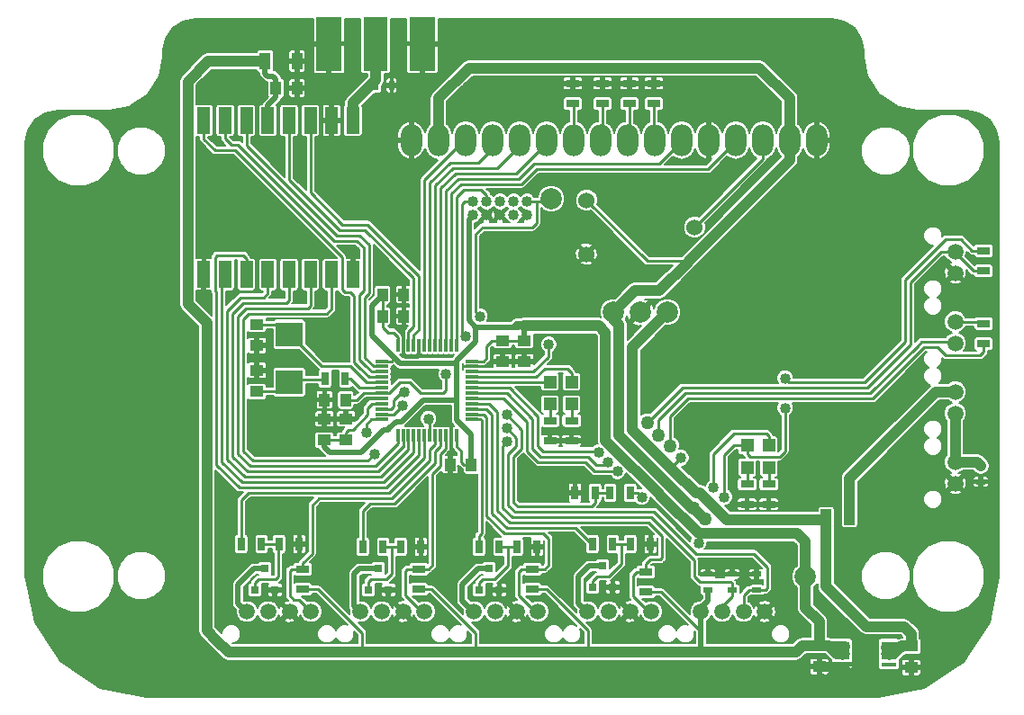
<source format=gtl>
G04 #@! TF.FileFunction,Copper,L1,Top,Signal*
%FSLAX46Y46*%
G04 Gerber Fmt 4.6, Leading zero omitted, Abs format (unit mm)*
G04 Created by KiCad (PCBNEW 0.201507280910+6003~25~ubuntu14.04.1-product) date Wed 19 Aug 2015 23:33:17 BST*
%MOMM*%
G01*
G04 APERTURE LIST*
%ADD10C,0.100000*%
%ADD11R,2.500000X2.300000*%
%ADD12C,2.000000*%
%ADD13C,1.524000*%
%ADD14R,1.300000X0.700000*%
%ADD15R,0.700000X1.300000*%
%ADD16R,0.800100X0.800100*%
%ADD17R,0.900000X0.500000*%
%ADD18R,0.500000X0.900000*%
%ADD19R,1.250000X1.000000*%
%ADD20R,1.000000X1.250000*%
%ADD21R,1.000000X1.600000*%
%ADD22R,1.000000X1.500000*%
%ADD23R,1.450000X0.450000*%
%ADD24C,1.500000*%
%ADD25R,1.200000X0.300000*%
%ADD26R,0.300000X1.200000*%
%ADD27R,1.200000X2.500000*%
%ADD28R,2.286000X5.080000*%
%ADD29R,2.413000X5.080000*%
%ADD30C,1.016000*%
%ADD31O,2.000000X3.000000*%
%ADD32R,1.198880X1.198880*%
%ADD33C,1.270000*%
%ADD34C,1.016000*%
%ADD35C,0.254000*%
%ADD36C,0.381000*%
%ADD37C,0.508000*%
%ADD38C,0.250000*%
%ADD39C,0.200000*%
G04 APERTURE END LIST*
D10*
D11*
X157734000Y-97590000D03*
X157734000Y-102090000D03*
D12*
X206248000Y-120396000D03*
X182372000Y-84836000D03*
D13*
X185674000Y-84963000D03*
X185674000Y-90043000D03*
X195834000Y-87503000D03*
D14*
X191262000Y-121854000D03*
X191262000Y-119954000D03*
X180594000Y-121600000D03*
X180594000Y-119700000D03*
D15*
X189804000Y-117348000D03*
X191704000Y-117348000D03*
X179136000Y-117602000D03*
X181036000Y-117602000D03*
X188148000Y-117348000D03*
X186248000Y-117348000D03*
X177480000Y-117602000D03*
X175580000Y-117602000D03*
D14*
X169926000Y-121600000D03*
X169926000Y-119700000D03*
X159004000Y-121600000D03*
X159004000Y-119700000D03*
D15*
X168214000Y-117602000D03*
X170114000Y-117602000D03*
X156784000Y-117348000D03*
X158684000Y-117348000D03*
X166558000Y-117602000D03*
X164658000Y-117602000D03*
X155128000Y-117348000D03*
X153228000Y-117348000D03*
D14*
X192024000Y-75880000D03*
X192024000Y-73980000D03*
X189738000Y-75880000D03*
X189738000Y-73980000D03*
X187198000Y-75880000D03*
X187198000Y-73980000D03*
X184404000Y-75880000D03*
X184404000Y-73980000D03*
D15*
X189799000Y-112522000D03*
X187899000Y-112522000D03*
D14*
X223012000Y-96586000D03*
X223012000Y-98486000D03*
D15*
X163002000Y-101727000D03*
X161102000Y-101727000D03*
D14*
X223012000Y-89728000D03*
X223012000Y-91628000D03*
D16*
X186248000Y-121396760D03*
X188148000Y-121396760D03*
X187198000Y-119397780D03*
X175580000Y-121650760D03*
X177480000Y-121650760D03*
X176530000Y-119651780D03*
X165166000Y-121650760D03*
X167066000Y-121650760D03*
X166116000Y-119651780D03*
X154498000Y-121650760D03*
X156398000Y-121650760D03*
X155448000Y-119651780D03*
D17*
X197104000Y-121654000D03*
X197104000Y-120154000D03*
X199390000Y-121654000D03*
X199390000Y-120154000D03*
X201676000Y-121654000D03*
X201676000Y-120154000D03*
D18*
X167374000Y-74168000D03*
X165874000Y-74168000D03*
D17*
X222758000Y-109994000D03*
X222758000Y-111494000D03*
D19*
X207581500Y-126889000D03*
X207581500Y-128889000D03*
X216217500Y-126952500D03*
X216217500Y-128952500D03*
D20*
X158480000Y-74422000D03*
X156480000Y-74422000D03*
D21*
X158472000Y-71882000D03*
X155472000Y-71882000D03*
D19*
X154686000Y-96663000D03*
X154686000Y-98663000D03*
X154686000Y-102981000D03*
X154686000Y-100981000D03*
D20*
X163052000Y-103759000D03*
X161052000Y-103759000D03*
D19*
X179832000Y-98187000D03*
X179832000Y-100187000D03*
X177800000Y-98187000D03*
X177800000Y-100187000D03*
X161036000Y-107553000D03*
X161036000Y-105553000D03*
X163068000Y-107553000D03*
X163068000Y-105553000D03*
D20*
X166513000Y-93853000D03*
X168513000Y-93853000D03*
X166513000Y-95885000D03*
X168513000Y-95885000D03*
X174863000Y-109855000D03*
X172863000Y-109855000D03*
D15*
X186497000Y-112522000D03*
X184597000Y-112522000D03*
D22*
X210396000Y-114808000D03*
X208196000Y-114808000D03*
D23*
X209699500Y-126723500D03*
X209699500Y-127373500D03*
X209699500Y-128023500D03*
X209699500Y-128673500D03*
X214099500Y-128673500D03*
X214099500Y-128023500D03*
X214099500Y-127373500D03*
X214099500Y-126723500D03*
D24*
X202438000Y-123698000D03*
X200438000Y-123698000D03*
X198438000Y-123698000D03*
X196438000Y-123698000D03*
X159766000Y-123698000D03*
X157766000Y-123698000D03*
X155766000Y-123698000D03*
X153766000Y-123698000D03*
X170434000Y-123698000D03*
X168434000Y-123698000D03*
X166434000Y-123698000D03*
X164434000Y-123698000D03*
X181102000Y-123698000D03*
X179102000Y-123698000D03*
X177102000Y-123698000D03*
X175102000Y-123698000D03*
X191770000Y-123698000D03*
X189770000Y-123698000D03*
X187770000Y-123698000D03*
X185770000Y-123698000D03*
X220345000Y-91821000D03*
X220345000Y-89821000D03*
X220345000Y-111633000D03*
X220345000Y-109633000D03*
X220345000Y-98425000D03*
X220345000Y-96425000D03*
X220345000Y-105029000D03*
X220345000Y-103029000D03*
D25*
X166438000Y-100120000D03*
X166438000Y-100620000D03*
X166438000Y-101120000D03*
X166438000Y-101620000D03*
X166438000Y-102120000D03*
X166438000Y-102620000D03*
X166438000Y-103120000D03*
X166438000Y-103620000D03*
X166438000Y-104120000D03*
X166438000Y-104620000D03*
X166438000Y-105120000D03*
X166438000Y-105620000D03*
D26*
X167938000Y-107120000D03*
X168438000Y-107120000D03*
X168938000Y-107120000D03*
X169438000Y-107120000D03*
X169938000Y-107120000D03*
X170438000Y-107120000D03*
X170938000Y-107120000D03*
X171438000Y-107120000D03*
X171938000Y-107120000D03*
X172438000Y-107120000D03*
X172938000Y-107120000D03*
X173438000Y-107120000D03*
D25*
X174938000Y-105620000D03*
X174938000Y-105120000D03*
X174938000Y-104620000D03*
X174938000Y-104120000D03*
X174938000Y-103620000D03*
X174938000Y-103120000D03*
X174938000Y-102620000D03*
X174938000Y-102120000D03*
X174938000Y-101620000D03*
X174938000Y-101120000D03*
X174938000Y-100620000D03*
X174938000Y-100120000D03*
D26*
X173438000Y-98620000D03*
X172938000Y-98620000D03*
X172438000Y-98620000D03*
X171938000Y-98620000D03*
X171438000Y-98620000D03*
X170938000Y-98620000D03*
X170438000Y-98620000D03*
X169938000Y-98620000D03*
X169438000Y-98620000D03*
X168938000Y-98620000D03*
X168438000Y-98620000D03*
X167938000Y-98620000D03*
D27*
X149718000Y-91959000D03*
X151718000Y-91959000D03*
X153718000Y-91959000D03*
X155718000Y-91959000D03*
X157718000Y-91959000D03*
X159718000Y-91959000D03*
X161718000Y-91959000D03*
X163718000Y-91959000D03*
X163718000Y-77459000D03*
X161718000Y-77459000D03*
X159718000Y-77459000D03*
X157718000Y-77459000D03*
X155718000Y-77459000D03*
X153718000Y-77459000D03*
X151718000Y-77459000D03*
X149718000Y-77459000D03*
D28*
X165862000Y-70231000D03*
D29*
X161480500Y-70231000D03*
X170243500Y-70231000D03*
D30*
X175006000Y-86360000D03*
X175006000Y-85090000D03*
X176276000Y-86360000D03*
X176276000Y-85090000D03*
X177546000Y-86360000D03*
X177546000Y-85090000D03*
X178816000Y-86360000D03*
X178816000Y-85090000D03*
X180086000Y-86360000D03*
X180086000Y-85090000D03*
D31*
X207316000Y-79330000D03*
X204776000Y-79330000D03*
X202236000Y-79330000D03*
X199696000Y-79330000D03*
X197156000Y-79330000D03*
X194616000Y-79330000D03*
X192076000Y-79330000D03*
X189536000Y-79330000D03*
X186996000Y-79330000D03*
X184456000Y-79330000D03*
X181916000Y-79330000D03*
X179376000Y-79330000D03*
X176836000Y-79330000D03*
X174296000Y-79330000D03*
X171756000Y-79330000D03*
X169216000Y-79330000D03*
D32*
X200787000Y-108043980D03*
X200787000Y-110142020D03*
X184277000Y-102074980D03*
X184277000Y-104173020D03*
X182245000Y-102074980D03*
X182245000Y-104173020D03*
X202819000Y-108043980D03*
X202819000Y-110142020D03*
D14*
X200787000Y-111699000D03*
X200787000Y-113599000D03*
X184277000Y-105730000D03*
X184277000Y-107630000D03*
X182245000Y-105730000D03*
X182245000Y-107630000D03*
X202819000Y-111699000D03*
X202819000Y-113599000D03*
D12*
X193294000Y-95504000D03*
X190754000Y-95504000D03*
X188214000Y-95504000D03*
D30*
X204343000Y-101727000D03*
X204343000Y-104521000D03*
X198628000Y-112903000D03*
X196215000Y-117221000D03*
X200406000Y-75565000D03*
X195326000Y-75565000D03*
X175006000Y-75438000D03*
X180594000Y-75438000D03*
X156845000Y-129921000D03*
X167386000Y-129794000D03*
X178181000Y-129794000D03*
X188976000Y-129794000D03*
X199517000Y-129794000D03*
X200660000Y-90043000D03*
X146177000Y-111506000D03*
X146177000Y-99822000D03*
X167386000Y-115189000D03*
X156337000Y-114554000D03*
X180594000Y-103251000D03*
X184404000Y-99060000D03*
X166370000Y-81661000D03*
X167894000Y-86868000D03*
X162814000Y-84328000D03*
X152146000Y-74422000D03*
X155956000Y-80010000D03*
X158750000Y-81153000D03*
X151892000Y-119634000D03*
X162052000Y-118237000D03*
X172974000Y-118999000D03*
X183515000Y-118999000D03*
X209550000Y-125222000D03*
X213741000Y-114808000D03*
X210312000Y-106807000D03*
X211709000Y-97917000D03*
X194056000Y-100076000D03*
X180086000Y-91821000D03*
X204343000Y-113665000D03*
X185928000Y-107315000D03*
X183261000Y-111506000D03*
X181102000Y-99314000D03*
X200787000Y-96901000D03*
X207264000Y-91948000D03*
X199009000Y-105410000D03*
X191008000Y-85598000D03*
X137668000Y-99822000D03*
X137668000Y-111506000D03*
X143510000Y-127000000D03*
D33*
X149733000Y-89852500D03*
D30*
X140970000Y-87630000D03*
X156210000Y-87630000D03*
X151130000Y-82550000D03*
D33*
X161671000Y-79692500D03*
D30*
X193802000Y-120650000D03*
X222377000Y-103759000D03*
D33*
X172339000Y-70231000D03*
D30*
X203327000Y-71374000D03*
X186563000Y-70231000D03*
X161290000Y-97790000D03*
D33*
X163703000Y-89789000D03*
D30*
X169926000Y-101600000D03*
X159639000Y-105537000D03*
X156210000Y-106680000D03*
X154686000Y-99822000D03*
X157480000Y-99695000D03*
X217551000Y-128905000D03*
X209677000Y-130048000D03*
X207645000Y-129921000D03*
X199390000Y-119126000D03*
X172847000Y-111252000D03*
X168275000Y-92456000D03*
D33*
X149733000Y-94234000D03*
X161671000Y-74422000D03*
X170307000Y-73660000D03*
X159258000Y-70231000D03*
D30*
X175641000Y-95885000D03*
X172466000Y-101346000D03*
X190881000Y-112903000D03*
X194564000Y-109220000D03*
X178181000Y-106426000D03*
X168529000Y-102997000D03*
X168402000Y-104267000D03*
X178181000Y-107696000D03*
D33*
X191389000Y-105918000D03*
D30*
X186817000Y-108712000D03*
D33*
X192405000Y-107061000D03*
D30*
X187706000Y-109601000D03*
X197612000Y-112014000D03*
D33*
X195707000Y-113919000D03*
X196850000Y-114935000D03*
X193548000Y-108077000D03*
D30*
X188595000Y-110490000D03*
X178181000Y-105156000D03*
X170815000Y-105537000D03*
X174307500Y-97790000D03*
X182118000Y-98552000D03*
X165735000Y-108839000D03*
X164973000Y-106807000D03*
D34*
X187452000Y-107569000D02*
X187452000Y-97409000D01*
X187452000Y-97409000D02*
X186817000Y-96774000D01*
X186817000Y-96774000D02*
X179832000Y-96774000D01*
D35*
X200787000Y-108043980D02*
X200787000Y-108839000D01*
X200787000Y-108839000D02*
X201041000Y-109093000D01*
X201041000Y-109093000D02*
X203835000Y-109093000D01*
X203835000Y-109093000D02*
X204343000Y-108585000D01*
X204343000Y-108585000D02*
X204343000Y-104521000D01*
X223012000Y-89728000D02*
X221935000Y-89728000D01*
X221935000Y-89728000D02*
X220853000Y-88646000D01*
X220853000Y-88646000D02*
X219456000Y-88646000D01*
X219456000Y-88646000D02*
X215646000Y-92456000D01*
X215646000Y-92456000D02*
X215646000Y-98298000D01*
X215646000Y-98298000D02*
X211836000Y-102108000D01*
X211836000Y-102108000D02*
X204724000Y-102108000D01*
X204724000Y-102108000D02*
X204343000Y-101727000D01*
X198628000Y-112903000D02*
X198628000Y-108966000D01*
X198628000Y-108966000D02*
X199550020Y-108043980D01*
X199550020Y-108043980D02*
X200787000Y-108043980D01*
X196215000Y-116332000D02*
X196215000Y-117221000D01*
X177800000Y-98187000D02*
X179832000Y-98187000D01*
X174938000Y-100120000D02*
X175978000Y-100120000D01*
X176768000Y-98187000D02*
X177800000Y-98187000D01*
X176276000Y-98679000D02*
X176768000Y-98187000D01*
X176276000Y-99822000D02*
X176276000Y-98679000D01*
X175978000Y-100120000D02*
X176276000Y-99822000D01*
D36*
X178689000Y-96901000D02*
X179070000Y-96520000D01*
X179832000Y-96520000D02*
X179832000Y-96774000D01*
X179070000Y-96520000D02*
X179832000Y-96520000D01*
D37*
X179832000Y-96774000D02*
X179832000Y-98187000D01*
X179197000Y-96901000D02*
X179324000Y-96774000D01*
X179324000Y-96774000D02*
X179832000Y-96774000D01*
D34*
X179832000Y-96774000D02*
X179832000Y-96774000D01*
X192341500Y-112458500D02*
X187960000Y-108077000D01*
X187960000Y-108077000D02*
X187452000Y-107569000D01*
D35*
X159004000Y-121600000D02*
X160462000Y-121600000D01*
X164592000Y-125730000D02*
X164592000Y-127508000D01*
X160462000Y-121600000D02*
X164592000Y-125730000D01*
D34*
X196215000Y-116332000D02*
X192786000Y-112903000D01*
X206248000Y-117094000D02*
X206248000Y-120396000D01*
X205486000Y-116332000D02*
X206248000Y-117094000D01*
X203962000Y-116332000D02*
X205486000Y-116332000D01*
X203962000Y-116332000D02*
X196215000Y-116332000D01*
X192786000Y-112903000D02*
X192341500Y-112458500D01*
D37*
X175260000Y-96901000D02*
X174625000Y-96266000D01*
X174625000Y-86741000D02*
X175006000Y-86360000D01*
X174625000Y-96266000D02*
X174625000Y-86741000D01*
D35*
X163068000Y-107553000D02*
X163068000Y-106807000D01*
X165501000Y-104120000D02*
X166438000Y-104120000D01*
X165100000Y-104521000D02*
X165501000Y-104120000D01*
X165100000Y-105156000D02*
X165100000Y-104521000D01*
X163703000Y-106553000D02*
X165100000Y-105156000D01*
X163322000Y-106553000D02*
X163703000Y-106553000D01*
X163068000Y-106807000D02*
X163322000Y-106553000D01*
X174863000Y-109855000D02*
X174180500Y-109855000D01*
X173438000Y-108096500D02*
X173438000Y-107120000D01*
X173926500Y-108585000D02*
X173438000Y-108096500D01*
X173926500Y-109601000D02*
X173926500Y-108585000D01*
X174180500Y-109855000D02*
X173926500Y-109601000D01*
D37*
X165481000Y-94885000D02*
X166513000Y-93853000D01*
X156480000Y-74422000D02*
X156480000Y-75295000D01*
X155718000Y-76057000D02*
X155718000Y-77709000D01*
X156480000Y-75295000D02*
X155718000Y-76057000D01*
X155472000Y-71882000D02*
X155472000Y-73049000D01*
X156480000Y-73549000D02*
X156480000Y-74422000D01*
X156210000Y-73279000D02*
X156480000Y-73549000D01*
X155702000Y-73279000D02*
X156210000Y-73279000D01*
X155472000Y-73049000D02*
X155702000Y-73279000D01*
D35*
X163211000Y-107553000D02*
X163068000Y-107553000D01*
D37*
X164084000Y-108712000D02*
X164465000Y-108712000D01*
X167767000Y-105791000D02*
X167132000Y-106426000D01*
X173482000Y-103759000D02*
X170307000Y-103759000D01*
X168275000Y-105791000D02*
X167767000Y-105791000D01*
X169545000Y-104521000D02*
X168275000Y-105791000D01*
X169545000Y-104521000D02*
X170307000Y-103759000D01*
X161036000Y-108204000D02*
X161036000Y-107553000D01*
X161544000Y-108712000D02*
X161036000Y-108204000D01*
X164084000Y-108712000D02*
X161544000Y-108712000D01*
X167132000Y-106426000D02*
X167005000Y-106553000D01*
X166624000Y-106553000D02*
X167005000Y-106553000D01*
X164465000Y-108712000D02*
X166624000Y-106553000D01*
D34*
X150876000Y-126365000D02*
X149987000Y-125476000D01*
X149987000Y-125476000D02*
X149987000Y-110236000D01*
X148209000Y-73787000D02*
X148209000Y-94742000D01*
X148209000Y-73787000D02*
X150114000Y-71882000D01*
X150114000Y-71882000D02*
X155472000Y-71882000D01*
X149987000Y-96520000D02*
X149987000Y-109347000D01*
X148209000Y-94742000D02*
X149987000Y-96520000D01*
X149987000Y-109347000D02*
X149987000Y-110236000D01*
X164592000Y-127508000D02*
X152019000Y-127508000D01*
X150876000Y-126365000D02*
X152019000Y-127508000D01*
D35*
X209699500Y-126723500D02*
X209699500Y-127373500D01*
D34*
X206248000Y-120396000D02*
X206248000Y-123317000D01*
X207581500Y-124650500D02*
X207581500Y-126889000D01*
X206248000Y-123317000D02*
X207581500Y-124650500D01*
X201549000Y-127508000D02*
X205359000Y-127508000D01*
X205359000Y-127508000D02*
X205978000Y-126889000D01*
X205978000Y-126889000D02*
X207581500Y-126889000D01*
X196342000Y-127508000D02*
X201549000Y-127508000D01*
D37*
X208407000Y-126889000D02*
X208407000Y-127254000D01*
X208407000Y-127254000D02*
X209105500Y-127952500D01*
X209699500Y-127373500D02*
X209557500Y-127373500D01*
X209557500Y-127373500D02*
X209232500Y-127698500D01*
X209232500Y-127698500D02*
X210185000Y-127698500D01*
X209699500Y-127295000D02*
X209677000Y-127317500D01*
X209677000Y-127317500D02*
X209699500Y-127373500D01*
D36*
X209699500Y-127373500D02*
X209699500Y-127993500D01*
X209699500Y-127993500D02*
X209677000Y-128016000D01*
X209677000Y-128016000D02*
X209699500Y-128023500D01*
D34*
X207581500Y-126889000D02*
X208407000Y-126889000D01*
X208407000Y-126889000D02*
X208359500Y-126889000D01*
X208470500Y-127000000D02*
X209931000Y-127000000D01*
X208359500Y-126889000D02*
X208470500Y-127000000D01*
D35*
X163068000Y-107553000D02*
X163211000Y-107553000D01*
X161036000Y-107553000D02*
X163068000Y-107553000D01*
D37*
X168148000Y-100330000D02*
X173482000Y-100330000D01*
X173482000Y-100330000D02*
X173355000Y-100330000D01*
X173355000Y-100330000D02*
X173482000Y-100330000D01*
X175260000Y-96901000D02*
X178689000Y-96901000D01*
X178689000Y-96901000D02*
X179197000Y-96901000D01*
X179197000Y-96901000D02*
X179324000Y-96901000D01*
X175006000Y-98552000D02*
X175260000Y-98298000D01*
X175260000Y-98298000D02*
X175260000Y-96901000D01*
X173482000Y-100330000D02*
X173482000Y-100076000D01*
X173482000Y-100076000D02*
X175006000Y-98552000D01*
X173482000Y-101727000D02*
X173482000Y-100330000D01*
X173482000Y-101727000D02*
X173482000Y-102362000D01*
X173482000Y-102362000D02*
X173482000Y-103759000D01*
X173482000Y-105664000D02*
X174863000Y-107045000D01*
X174863000Y-107045000D02*
X174863000Y-109855000D01*
X173482000Y-103759000D02*
X173482000Y-105664000D01*
D35*
X196438000Y-125476000D02*
X196342000Y-125476000D01*
X192720000Y-121854000D02*
X191262000Y-121854000D01*
X196342000Y-125476000D02*
X192720000Y-121854000D01*
X167938000Y-98520000D02*
X167938000Y-97834000D01*
X166513000Y-96917000D02*
X166513000Y-95885000D01*
X167005000Y-97409000D02*
X166513000Y-96917000D01*
X167513000Y-97409000D02*
X167005000Y-97409000D01*
X167938000Y-97834000D02*
X167513000Y-97409000D01*
X166513000Y-93853000D02*
X166513000Y-95885000D01*
D37*
X166370000Y-98552000D02*
X165481000Y-97663000D01*
X165481000Y-97663000D02*
X165481000Y-94885000D01*
X156480000Y-74422000D02*
X156480000Y-74660000D01*
X156480000Y-74422000D02*
X156480000Y-74311000D01*
D35*
X156480000Y-74422000D02*
X156480000Y-74184000D01*
X156480000Y-74422000D02*
X156480000Y-74533000D01*
X169926000Y-121600000D02*
X171130000Y-121600000D01*
X175260000Y-125730000D02*
X175260000Y-127508000D01*
X171130000Y-121600000D02*
X175260000Y-125730000D01*
X180594000Y-121600000D02*
X181925000Y-121600000D01*
X185801000Y-125476000D02*
X185801000Y-127508000D01*
X181925000Y-121600000D02*
X185801000Y-125476000D01*
D37*
X196438000Y-123698000D02*
X196438000Y-125476000D01*
X196438000Y-125476000D02*
X196438000Y-127508000D01*
X196342000Y-127381000D02*
X196342000Y-127508000D01*
X196342000Y-127412000D02*
X196342000Y-127381000D01*
X196438000Y-127508000D02*
X196342000Y-127412000D01*
D35*
X174863000Y-109855000D02*
X174863000Y-109839000D01*
D34*
X185801000Y-127508000D02*
X175260000Y-127508000D01*
X175260000Y-127508000D02*
X164592000Y-127508000D01*
X196342000Y-127508000D02*
X185801000Y-127508000D01*
D35*
X177800000Y-98298000D02*
X177800000Y-98314000D01*
X179816000Y-98314000D02*
X179832000Y-98298000D01*
X179832000Y-98298000D02*
X179832000Y-98314000D01*
X167938000Y-98520000D02*
X167938000Y-98088000D01*
X223012000Y-89728000D02*
X222824000Y-89728000D01*
X180594000Y-121600000D02*
X181036000Y-121600000D01*
D37*
X191516000Y-121920000D02*
X191262000Y-121854000D01*
D35*
X179832000Y-98298000D02*
X179832000Y-98314000D01*
D37*
X196596000Y-123698000D02*
X196438000Y-123698000D01*
X196438000Y-123698000D02*
X196438000Y-124048000D01*
X196438000Y-123698000D02*
X196438000Y-123348000D01*
X196438000Y-123348000D02*
X197104000Y-122682000D01*
X197104000Y-122682000D02*
X197104000Y-121666000D01*
X197104000Y-121666000D02*
X197104000Y-121654000D01*
X197104000Y-121666000D02*
X197104000Y-121654000D01*
D35*
X197104000Y-121666000D02*
X197104000Y-121654000D01*
X196342000Y-123698000D02*
X196438000Y-123698000D01*
X197104000Y-121666000D02*
X197104000Y-121654000D01*
X159004000Y-121666000D02*
X159004000Y-121600000D01*
X222599000Y-89821000D02*
X222758000Y-89662000D01*
X222758000Y-89662000D02*
X223012000Y-89728000D01*
D37*
X167640000Y-99822000D02*
X168148000Y-100330000D01*
X167640000Y-99822000D02*
X166370000Y-98552000D01*
D35*
X166338000Y-100120000D02*
X167342000Y-100120000D01*
X167342000Y-100120000D02*
X167640000Y-99822000D01*
X195326000Y-75565000D02*
X200406000Y-75565000D01*
X175006000Y-75438000D02*
X180594000Y-75438000D01*
X156845000Y-129921000D02*
X156972000Y-129794000D01*
X156972000Y-129794000D02*
X167386000Y-129794000D01*
X178181000Y-129794000D02*
X188976000Y-129794000D01*
X137668000Y-111506000D02*
X146177000Y-111506000D01*
X156337000Y-114554000D02*
X156464000Y-114554000D01*
X169216000Y-79330000D02*
X166796000Y-79330000D01*
X166796000Y-79330000D02*
X166370000Y-79756000D01*
X166370000Y-79756000D02*
X166370000Y-81661000D01*
X167894000Y-86868000D02*
X165354000Y-84328000D01*
X165354000Y-84328000D02*
X162814000Y-84328000D01*
X200787000Y-96901000D02*
X210693000Y-96901000D01*
X210693000Y-96901000D02*
X211709000Y-97917000D01*
X202819000Y-113599000D02*
X204277000Y-113599000D01*
X204277000Y-113599000D02*
X204343000Y-113665000D01*
X200787000Y-113599000D02*
X202819000Y-113599000D01*
X184597000Y-112522000D02*
X183388000Y-112522000D01*
X183388000Y-112522000D02*
X183261000Y-112395000D01*
X183261000Y-112395000D02*
X183261000Y-111506000D01*
X185613000Y-107630000D02*
X185928000Y-107315000D01*
X184277000Y-107630000D02*
X185613000Y-107630000D01*
X182245000Y-107630000D02*
X184277000Y-107630000D01*
X179832000Y-100187000D02*
X180610000Y-100187000D01*
X181102000Y-99695000D02*
X181102000Y-99314000D01*
X180610000Y-100187000D02*
X181102000Y-99695000D01*
X179832000Y-100187000D02*
X177800000Y-100187000D01*
X174938000Y-100620000D02*
X176240000Y-100620000D01*
X176673000Y-100187000D02*
X177800000Y-100187000D01*
X176240000Y-100620000D02*
X176673000Y-100187000D01*
X205740000Y-91948000D02*
X200787000Y-96901000D01*
X207264000Y-91948000D02*
X205740000Y-91948000D01*
X140970000Y-96520000D02*
X137668000Y-99822000D01*
X137668000Y-111506000D02*
X137922000Y-111760000D01*
X137922000Y-111760000D02*
X143256000Y-111760000D01*
X143256000Y-111760000D02*
X147828000Y-116332000D01*
X147828000Y-116332000D02*
X147828000Y-122682000D01*
X147828000Y-122682000D02*
X143510000Y-127000000D01*
X149733000Y-91694000D02*
X149733000Y-89852500D01*
X151130000Y-82550000D02*
X156210000Y-87630000D01*
X140970000Y-87630000D02*
X140970000Y-96520000D01*
X163068000Y-105553000D02*
X164004500Y-105553000D01*
X164921500Y-103620000D02*
X166438000Y-103620000D01*
X164211000Y-104330500D02*
X164921500Y-103620000D01*
X164211000Y-105346500D02*
X164211000Y-104330500D01*
X164004500Y-105553000D02*
X164211000Y-105346500D01*
X161718000Y-77709000D02*
X161671000Y-77756000D01*
X161671000Y-77756000D02*
X161671000Y-79692500D01*
X149718000Y-91709000D02*
X149733000Y-91694000D01*
X222758000Y-111494000D02*
X222758000Y-112712500D01*
X221424500Y-112712500D02*
X220345000Y-111633000D01*
X222186500Y-112712500D02*
X221424500Y-112712500D01*
X222758000Y-112712500D02*
X222186500Y-112712500D01*
D37*
X189770000Y-123698000D02*
X189770000Y-123666500D01*
X189770000Y-123666500D02*
X188148000Y-122044500D01*
X188148000Y-122044500D02*
X188148000Y-121396760D01*
X188148000Y-121396760D02*
X188927740Y-121396760D01*
X190881000Y-117348000D02*
X191704000Y-117348000D01*
X190817500Y-117411500D02*
X190881000Y-117348000D01*
X190817500Y-118364000D02*
X190817500Y-117411500D01*
X189357000Y-119824500D02*
X190817500Y-118364000D01*
X189357000Y-120967500D02*
X189357000Y-119824500D01*
X188927740Y-121396760D02*
X189357000Y-120967500D01*
X177480000Y-121650760D02*
X177480000Y-122425500D01*
X178086000Y-122682000D02*
X179102000Y-123698000D01*
X177736500Y-122682000D02*
X178086000Y-122682000D01*
X177480000Y-122425500D02*
X177736500Y-122682000D01*
D35*
X181036000Y-117602000D02*
X180276500Y-117602000D01*
X177480000Y-120906500D02*
X177480000Y-121650760D01*
X178816000Y-119570500D02*
X177480000Y-120906500D01*
X178816000Y-118872000D02*
X178816000Y-119570500D01*
X179070000Y-118618000D02*
X178816000Y-118872000D01*
X179578000Y-118618000D02*
X179070000Y-118618000D01*
X179832000Y-118364000D02*
X179578000Y-118618000D01*
X179832000Y-118046500D02*
X179832000Y-118364000D01*
X180276500Y-117602000D02*
X179832000Y-118046500D01*
D37*
X167066000Y-121650760D02*
X167066000Y-122489000D01*
X167481500Y-122745500D02*
X168434000Y-123698000D01*
X167322500Y-122745500D02*
X167481500Y-122745500D01*
X167066000Y-122489000D02*
X167322500Y-122745500D01*
D35*
X170114000Y-117602000D02*
X169418000Y-117602000D01*
X167718740Y-121650760D02*
X167066000Y-121650760D01*
X168084500Y-121285000D02*
X167718740Y-121650760D01*
X168084500Y-118999000D02*
X168084500Y-121285000D01*
X168338500Y-118745000D02*
X168084500Y-118999000D01*
X168719500Y-118745000D02*
X168338500Y-118745000D01*
X169100500Y-118364000D02*
X168719500Y-118745000D01*
X169100500Y-117919500D02*
X169100500Y-118364000D01*
X169418000Y-117602000D02*
X169100500Y-117919500D01*
X156398000Y-121650760D02*
X157050740Y-121650760D01*
X157861000Y-117348000D02*
X158684000Y-117348000D01*
X157734000Y-117475000D02*
X157861000Y-117348000D01*
X157734000Y-118427500D02*
X157734000Y-117475000D01*
X157289500Y-118872000D02*
X157734000Y-118427500D01*
X157289500Y-121412000D02*
X157289500Y-118872000D01*
X157050740Y-121650760D02*
X157289500Y-121412000D01*
D37*
X156398000Y-121650760D02*
X156398000Y-122489000D01*
X156877000Y-122809000D02*
X157766000Y-123698000D01*
X156718000Y-122809000D02*
X156877000Y-122809000D01*
X156398000Y-122489000D02*
X156718000Y-122809000D01*
X170243500Y-70231000D02*
X172339000Y-70231000D01*
D35*
X202184000Y-70231000D02*
X203327000Y-71374000D01*
X186563000Y-70231000D02*
X202184000Y-70231000D01*
D37*
X163718000Y-91709000D02*
X163718000Y-89804000D01*
X163718000Y-89804000D02*
X163703000Y-89789000D01*
D35*
X159655000Y-105553000D02*
X159639000Y-105537000D01*
X161036000Y-105553000D02*
X159655000Y-105553000D01*
X154686000Y-99822000D02*
X157353000Y-99822000D01*
X157353000Y-99822000D02*
X157480000Y-99695000D01*
X217551000Y-128905000D02*
X217551000Y-128778000D01*
D37*
X217503500Y-128952500D02*
X217551000Y-128905000D01*
X217503500Y-128952500D02*
X216217500Y-128952500D01*
X209677000Y-129032000D02*
X209677000Y-130048000D01*
X207581500Y-128889000D02*
X207581500Y-129857500D01*
X207581500Y-129857500D02*
X207645000Y-129921000D01*
D35*
X199390000Y-120154000D02*
X199390000Y-119126000D01*
X172863000Y-109855000D02*
X172863000Y-111236000D01*
X172863000Y-111236000D02*
X172847000Y-111252000D01*
X168513000Y-93853000D02*
X168513000Y-92694000D01*
X168513000Y-92694000D02*
X168275000Y-92456000D01*
X161052000Y-103759000D02*
X161052000Y-105537000D01*
X161052000Y-105537000D02*
X161036000Y-105553000D01*
X163068000Y-105553000D02*
X161036000Y-105553000D01*
D37*
X149718000Y-91709000D02*
X149718000Y-94219000D01*
X149718000Y-94219000D02*
X149733000Y-94234000D01*
D35*
X154686000Y-100981000D02*
X154686000Y-99822000D01*
X154686000Y-99822000D02*
X154686000Y-98663000D01*
D37*
X158480000Y-74422000D02*
X161671000Y-74422000D01*
X161480500Y-74231500D02*
X161480500Y-70231000D01*
X161480500Y-74231500D02*
X161671000Y-74422000D01*
X161671000Y-77662000D02*
X161671000Y-74422000D01*
X161671000Y-77662000D02*
X161718000Y-77709000D01*
X167374000Y-74168000D02*
X169799000Y-74168000D01*
X170243500Y-73596500D02*
X170307000Y-73660000D01*
X170243500Y-73596500D02*
X170243500Y-70231000D01*
X169799000Y-74168000D02*
X170307000Y-73660000D01*
X158472000Y-71882000D02*
X158472000Y-70382000D01*
X158472000Y-70382000D02*
X158623000Y-70231000D01*
X158623000Y-70231000D02*
X159258000Y-70231000D01*
X159258000Y-70231000D02*
X161480500Y-70231000D01*
D35*
X209740500Y-128714500D02*
X209740500Y-128905000D01*
D37*
X208597500Y-128905000D02*
X208915000Y-128905000D01*
X209042000Y-129032000D02*
X209677000Y-129032000D01*
X209677000Y-129032000D02*
X210185000Y-129032000D01*
X208915000Y-128905000D02*
X209042000Y-129032000D01*
D35*
X209699500Y-128673500D02*
X209740500Y-128714500D01*
X207581500Y-128889000D02*
X207581500Y-128905000D01*
D37*
X207581500Y-128889000D02*
X207597500Y-128905000D01*
X207597500Y-128905000D02*
X208597500Y-128905000D01*
X208597500Y-128905000D02*
X208470500Y-128905000D01*
X208470500Y-128905000D02*
X208470500Y-129095500D01*
X207581500Y-128889000D02*
X207581500Y-129095500D01*
X207581500Y-129095500D02*
X208026000Y-129095500D01*
X208026000Y-129095500D02*
X208470500Y-129095500D01*
X208470500Y-129095500D02*
X208788000Y-129095500D01*
X208788000Y-129095500D02*
X209169000Y-128714500D01*
D36*
X209699500Y-128673500D02*
X208620000Y-128673500D01*
X208534000Y-128587500D02*
X207835500Y-128587500D01*
X208620000Y-128673500D02*
X208534000Y-128587500D01*
X207835500Y-128587500D02*
X207581500Y-128841500D01*
X207581500Y-128841500D02*
X207581500Y-128889000D01*
D35*
X162957000Y-105553000D02*
X163068000Y-105553000D01*
X161147000Y-105553000D02*
X161036000Y-105553000D01*
X161052000Y-103759000D02*
X161052000Y-103902000D01*
X161036000Y-105553000D02*
X161036000Y-105537000D01*
X161036000Y-103775000D02*
X161052000Y-103759000D01*
X163068000Y-105553000D02*
X163068000Y-105537000D01*
X168513000Y-93853000D02*
X168513000Y-95885000D01*
X168438000Y-98520000D02*
X168438000Y-95960000D01*
X168438000Y-95960000D02*
X168513000Y-95885000D01*
D37*
X161718000Y-77709000D02*
X161718000Y-76501000D01*
X158472000Y-71882000D02*
X158472000Y-74414000D01*
X158472000Y-74414000D02*
X158480000Y-74422000D01*
D35*
X161718000Y-77709000D02*
X161718000Y-76628000D01*
X158480000Y-71890000D02*
X158472000Y-71882000D01*
X158480000Y-74422000D02*
X158480000Y-74533000D01*
X168438000Y-98520000D02*
X168438000Y-99477000D01*
X169938000Y-99556000D02*
X169938000Y-98520000D01*
X169799000Y-99695000D02*
X169938000Y-99556000D01*
X168656000Y-99695000D02*
X169799000Y-99695000D01*
X168438000Y-99477000D02*
X168656000Y-99695000D01*
X172938000Y-107220000D02*
X172938000Y-109780000D01*
X172938000Y-109780000D02*
X172863000Y-109855000D01*
X199390000Y-120154000D02*
X197116000Y-120154000D01*
X197116000Y-120154000D02*
X197104000Y-120142000D01*
X197104000Y-120142000D02*
X197104000Y-120154000D01*
X201676000Y-120154000D02*
X199402000Y-120154000D01*
X199402000Y-120154000D02*
X199390000Y-120142000D01*
X199390000Y-120142000D02*
X199390000Y-120154000D01*
X189738000Y-73980000D02*
X191958000Y-73980000D01*
X191958000Y-73980000D02*
X192024000Y-73914000D01*
X192024000Y-73914000D02*
X192024000Y-73980000D01*
X187198000Y-73980000D02*
X189672000Y-73980000D01*
X189672000Y-73980000D02*
X189738000Y-73914000D01*
X189738000Y-73914000D02*
X189738000Y-73980000D01*
X184404000Y-73980000D02*
X187132000Y-73980000D01*
X187132000Y-73980000D02*
X187198000Y-73914000D01*
X192024000Y-73914000D02*
X194310000Y-73914000D01*
X194310000Y-73914000D02*
X197104000Y-76708000D01*
X197104000Y-76708000D02*
X197104000Y-79248000D01*
X197104000Y-79248000D02*
X197156000Y-79330000D01*
X179816000Y-100314000D02*
X179832000Y-100330000D01*
X179832000Y-100330000D02*
X179832000Y-100314000D01*
X177800000Y-100330000D02*
X177800000Y-100314000D01*
X222758000Y-111506000D02*
X222758000Y-111494000D01*
X191704000Y-117348000D02*
X191704000Y-117414000D01*
D37*
X189738000Y-123190000D02*
X189738000Y-123698000D01*
X189738000Y-123698000D02*
X189770000Y-123698000D01*
D35*
X181036000Y-117602000D02*
X180848000Y-117602000D01*
X177546000Y-121666000D02*
X177480000Y-121650760D01*
D37*
X177480000Y-121650760D02*
X177530760Y-121650760D01*
X179070000Y-123190000D02*
X179070000Y-123698000D01*
X179070000Y-123698000D02*
X179102000Y-123698000D01*
D35*
X167066000Y-121650760D02*
X167147240Y-121650760D01*
X170180000Y-117602000D02*
X170114000Y-117602000D01*
D37*
X168402000Y-123190000D02*
X168402000Y-123952000D01*
X168402000Y-123952000D02*
X168434000Y-123698000D01*
D35*
X158750000Y-117348000D02*
X158684000Y-117348000D01*
D37*
X157734000Y-123952000D02*
X157766000Y-123698000D01*
X157734000Y-123698000D02*
X157766000Y-123698000D01*
D35*
X180975000Y-85090000D02*
X182118000Y-85090000D01*
X182118000Y-85090000D02*
X182372000Y-84836000D01*
X180086000Y-85090000D02*
X180975000Y-85090000D01*
X175641000Y-95885000D02*
X175260000Y-95504000D01*
X175260000Y-95504000D02*
X175260000Y-88138000D01*
X175260000Y-88138000D02*
X175895000Y-87503000D01*
X175895000Y-87503000D02*
X180594000Y-87503000D01*
X180594000Y-87503000D02*
X180975000Y-87122000D01*
X180975000Y-87122000D02*
X180975000Y-85090000D01*
X167136000Y-103120000D02*
X166438000Y-103120000D01*
X172466000Y-102870000D02*
X172466000Y-101346000D01*
X172212000Y-103124000D02*
X172466000Y-102870000D01*
X170053000Y-103124000D02*
X172212000Y-103124000D01*
X169037000Y-102108000D02*
X170053000Y-103124000D01*
X168148000Y-102108000D02*
X169037000Y-102108000D01*
X167136000Y-103120000D02*
X168148000Y-102108000D01*
X163052000Y-103759000D02*
X164084000Y-103759000D01*
X164084000Y-103759000D02*
X164723000Y-103120000D01*
X164723000Y-103120000D02*
X166338000Y-103120000D01*
D38*
X157734000Y-101890000D02*
X160939000Y-101890000D01*
X160939000Y-101890000D02*
X161102000Y-101727000D01*
X154686000Y-102981000D02*
X156643000Y-102981000D01*
X156643000Y-102981000D02*
X157734000Y-101890000D01*
D35*
X160782000Y-100584000D02*
X163449000Y-100584000D01*
D38*
X157988000Y-97790000D02*
X160782000Y-100584000D01*
D35*
X164985000Y-102120000D02*
X166438000Y-102120000D01*
X163449000Y-100584000D02*
X164985000Y-102120000D01*
D38*
X157988000Y-97790000D02*
X157734000Y-97790000D01*
X154686000Y-96663000D02*
X156607000Y-96663000D01*
X156607000Y-96663000D02*
X157734000Y-97790000D01*
D35*
X189799000Y-112522000D02*
X190500000Y-112522000D01*
X190500000Y-112522000D02*
X190881000Y-112903000D01*
X194564000Y-109220000D02*
X193611500Y-110172500D01*
X193611500Y-110172500D02*
X193802000Y-109982000D01*
X193802000Y-109982000D02*
X193802000Y-110363000D01*
D34*
X193294000Y-95504000D02*
X189992000Y-98806000D01*
X189992000Y-98806000D02*
X189992000Y-106553000D01*
X189992000Y-106553000D02*
X193802000Y-110363000D01*
X193802000Y-110363000D02*
X195961000Y-112522000D01*
X195961000Y-112522000D02*
X196342000Y-112522000D01*
X196342000Y-112522000D02*
X198882000Y-115062000D01*
X198882000Y-115062000D02*
X207942000Y-115062000D01*
X207942000Y-115062000D02*
X208196000Y-114808000D01*
X208196000Y-114808000D02*
X208196000Y-121328000D01*
X215519000Y-125095000D02*
X216217500Y-125793500D01*
X216217500Y-125793500D02*
X216217500Y-126952500D01*
X211963000Y-125095000D02*
X213233000Y-125095000D01*
X208788000Y-121920000D02*
X211963000Y-125095000D01*
X213233000Y-125095000D02*
X215519000Y-125095000D01*
X208196000Y-121328000D02*
X208788000Y-121920000D01*
D35*
X214099500Y-126723500D02*
X214099500Y-127373500D01*
D37*
X216281000Y-126936500D02*
X216217500Y-126952500D01*
X216217500Y-126952500D02*
X215630000Y-126952500D01*
X215630000Y-126952500D02*
X214630000Y-127952500D01*
X214122000Y-127063500D02*
X214122000Y-127190500D01*
X214122000Y-127190500D02*
X213614000Y-127698500D01*
X213614000Y-127698500D02*
X214566500Y-127698500D01*
D36*
X214099500Y-128023500D02*
X214099500Y-127276500D01*
X214099500Y-127276500D02*
X214122000Y-127254000D01*
X214122000Y-127254000D02*
X214099500Y-127373500D01*
D34*
X216217500Y-126952500D02*
X215312500Y-126952500D01*
X215201500Y-127063500D02*
X214122000Y-127063500D01*
X214122000Y-127063500D02*
X213868000Y-127063500D01*
X215312500Y-126952500D02*
X215201500Y-127063500D01*
X216217500Y-126873000D02*
X216217500Y-126952500D01*
X220345000Y-109633000D02*
X220345000Y-105029000D01*
X220345000Y-105029000D02*
X220472000Y-104902000D01*
X220472000Y-104902000D02*
X220345000Y-105029000D01*
X220218000Y-104902000D02*
X220345000Y-105029000D01*
X220345000Y-109633000D02*
X222409000Y-109633000D01*
X222409000Y-109633000D02*
X222758000Y-109982000D01*
X222758000Y-109982000D02*
X222758000Y-109994000D01*
D35*
X165874000Y-74168000D02*
X165874000Y-73672000D01*
X165874000Y-73672000D02*
X165862000Y-73660000D01*
D34*
X163718000Y-77709000D02*
X163718000Y-75804000D01*
X165862000Y-73660000D02*
X165862000Y-70231000D01*
X163718000Y-75804000D02*
X165862000Y-73660000D01*
D35*
X201676000Y-121654000D02*
X200989500Y-121654000D01*
X200438000Y-122205500D02*
X200438000Y-123698000D01*
X200989500Y-121654000D02*
X200438000Y-122205500D01*
X202692000Y-121158000D02*
X202692000Y-121475500D01*
X178308000Y-113665000D02*
X178943000Y-114300000D01*
X178943000Y-114300000D02*
X192024000Y-114300000D01*
X198374000Y-118237000D02*
X195961000Y-118237000D01*
X179070000Y-107315000D02*
X178181000Y-106426000D01*
X179070000Y-108077000D02*
X179070000Y-107315000D01*
X178308000Y-108839000D02*
X179070000Y-108077000D01*
X167287000Y-104620000D02*
X167513000Y-104394000D01*
X167513000Y-104394000D02*
X167513000Y-103759000D01*
X167513000Y-103759000D02*
X168275000Y-102997000D01*
X168275000Y-102997000D02*
X168529000Y-102997000D01*
X166438000Y-104620000D02*
X167287000Y-104620000D01*
X202692000Y-119507000D02*
X201422000Y-118237000D01*
X201422000Y-118237000D02*
X198374000Y-118237000D01*
X202692000Y-121158000D02*
X202692000Y-119507000D01*
X195961000Y-118237000D02*
X192024000Y-114300000D01*
X178308000Y-108839000D02*
X178308000Y-113665000D01*
X202513500Y-121654000D02*
X201676000Y-121654000D01*
X202692000Y-121475500D02*
X202513500Y-121654000D01*
X201676000Y-121666000D02*
X201676000Y-121654000D01*
X198374000Y-120904000D02*
X199263000Y-120904000D01*
X177800000Y-113919000D02*
X178689000Y-114808000D01*
X178689000Y-114808000D02*
X191770000Y-114808000D01*
X166438000Y-105120000D02*
X167549000Y-105120000D01*
X167549000Y-105120000D02*
X168402000Y-104267000D01*
X194818000Y-117856000D02*
X195834000Y-118872000D01*
X196342000Y-120904000D02*
X195834000Y-120396000D01*
X198374000Y-120904000D02*
X196342000Y-120904000D01*
X191770000Y-114808000D02*
X194818000Y-117856000D01*
X195834000Y-118872000D02*
X195834000Y-120396000D01*
X178181000Y-107696000D02*
X177800000Y-108077000D01*
X177800000Y-108077000D02*
X177800000Y-113919000D01*
X199390000Y-121031000D02*
X199390000Y-121654000D01*
X199263000Y-120904000D02*
X199390000Y-121031000D01*
X199390000Y-121654000D02*
X199390000Y-122237500D01*
X199390000Y-122237500D02*
X198438000Y-123189500D01*
X198438000Y-123189500D02*
X198438000Y-123698000D01*
X199390000Y-121654000D02*
X199124000Y-121654000D01*
X199390000Y-121666000D02*
X199390000Y-121654000D01*
D34*
X218535000Y-103029000D02*
X210396000Y-111168000D01*
X220345000Y-103029000D02*
X218535000Y-103029000D01*
X210396000Y-111168000D02*
X210396000Y-114808000D01*
X220472000Y-103124000D02*
X220345000Y-103029000D01*
X220472000Y-102870000D02*
X220345000Y-103029000D01*
D35*
X191389000Y-105918000D02*
X194691000Y-102616000D01*
X194691000Y-102616000D02*
X198120000Y-102616000D01*
X181102000Y-108077000D02*
X181610000Y-108585000D01*
X181610000Y-108585000D02*
X182245000Y-108585000D01*
X212090000Y-102616000D02*
X212598000Y-102108000D01*
X220345000Y-89821000D02*
X219043000Y-89821000D01*
X212598000Y-102108000D02*
X216154000Y-98552000D01*
X216154000Y-92710000D02*
X216154000Y-98552000D01*
X219043000Y-89821000D02*
X216154000Y-92710000D01*
X201168000Y-102616000D02*
X212090000Y-102616000D01*
X198120000Y-102616000D02*
X201168000Y-102616000D01*
X178439000Y-102620000D02*
X181102000Y-105283000D01*
X181102000Y-105283000D02*
X181102000Y-107442000D01*
X182245000Y-108585000D02*
X186690000Y-108585000D01*
X186690000Y-108585000D02*
X186817000Y-108712000D01*
X178439000Y-102620000D02*
X174938000Y-102620000D01*
X181102000Y-107442000D02*
X181102000Y-108077000D01*
X223012000Y-91628000D02*
X222057000Y-91628000D01*
X222057000Y-91628000D02*
X220345000Y-89916000D01*
X220345000Y-89916000D02*
X220345000Y-89821000D01*
X220345000Y-89821000D02*
X220885000Y-89821000D01*
X175038000Y-102620000D02*
X175042000Y-102616000D01*
X192405000Y-107061000D02*
X192405000Y-105664000D01*
X192405000Y-105664000D02*
X194945000Y-103124000D01*
X194945000Y-103124000D02*
X197612000Y-103124000D01*
X180594000Y-108331000D02*
X181356000Y-109093000D01*
X181356000Y-109093000D02*
X181991000Y-109093000D01*
X181991000Y-109093000D02*
X185801000Y-109093000D01*
X185801000Y-109093000D02*
X186563000Y-109855000D01*
X186563000Y-109855000D02*
X187452000Y-109855000D01*
X187452000Y-109855000D02*
X187706000Y-109601000D01*
X174938000Y-103120000D02*
X178177000Y-103120000D01*
X180594000Y-105537000D02*
X180594000Y-107188000D01*
X178177000Y-103120000D02*
X180594000Y-105537000D01*
X180594000Y-107188000D02*
X180594000Y-107696000D01*
X180594000Y-107696000D02*
X180594000Y-108331000D01*
X212344000Y-103124000D02*
X216789000Y-98679000D01*
X216789000Y-98679000D02*
X217170000Y-98298000D01*
X217170000Y-98298000D02*
X220218000Y-98298000D01*
X197612000Y-103124000D02*
X212344000Y-103124000D01*
X220218000Y-98298000D02*
X220345000Y-98425000D01*
X220345000Y-96425000D02*
X222663000Y-96425000D01*
X222663000Y-96425000D02*
X222758000Y-96520000D01*
X222758000Y-96520000D02*
X223012000Y-96586000D01*
X159893000Y-114808000D02*
X159893000Y-118237000D01*
X171438000Y-107962000D02*
X170942000Y-108458000D01*
X170942000Y-108458000D02*
X170942000Y-109474000D01*
X170942000Y-109474000D02*
X167386000Y-113030000D01*
X167386000Y-113030000D02*
X160528000Y-113030000D01*
X160528000Y-113030000D02*
X159893000Y-113665000D01*
X159893000Y-113665000D02*
X159893000Y-114808000D01*
X171438000Y-107120000D02*
X171438000Y-107962000D01*
X159004000Y-119126000D02*
X159004000Y-119700000D01*
X159893000Y-118237000D02*
X159004000Y-119126000D01*
X159004000Y-119700000D02*
X157985500Y-119700000D01*
X158623000Y-122555000D02*
X159766000Y-123698000D01*
X158178500Y-122555000D02*
X158623000Y-122555000D01*
X157797500Y-122174000D02*
X158178500Y-122555000D01*
X157797500Y-119888000D02*
X157797500Y-122174000D01*
X157985500Y-119700000D02*
X157797500Y-119888000D01*
X159004000Y-119634000D02*
X159004000Y-119700000D01*
D34*
X204776000Y-79330000D02*
X204776000Y-75363000D01*
X204776000Y-75363000D02*
X201930000Y-72517000D01*
X201930000Y-72517000D02*
X174625000Y-72517000D01*
X174625000Y-72517000D02*
X171756000Y-75386000D01*
X171756000Y-75386000D02*
X171756000Y-79330000D01*
X188722000Y-107061000D02*
X188722000Y-96647000D01*
X188722000Y-96647000D02*
X188214000Y-96139000D01*
X188214000Y-96139000D02*
X188214000Y-95504000D01*
D35*
X197612000Y-112014000D02*
X197612000Y-108839000D01*
X197612000Y-108839000D02*
X199517000Y-106934000D01*
X199517000Y-106934000D02*
X202565000Y-106934000D01*
X202565000Y-106934000D02*
X202819000Y-107188000D01*
X202819000Y-107188000D02*
X202819000Y-108043980D01*
D34*
X195707000Y-113919000D02*
X196723000Y-114935000D01*
X196723000Y-114935000D02*
X196850000Y-114935000D01*
X196723000Y-114935000D02*
X196850000Y-114935000D01*
X191770000Y-110109000D02*
X195580000Y-113919000D01*
X195580000Y-113919000D02*
X195707000Y-113919000D01*
X191770000Y-110109000D02*
X188722000Y-107061000D01*
X195199000Y-90805000D02*
X192532000Y-93472000D01*
X195326000Y-90678000D02*
X195199000Y-90805000D01*
X190246000Y-93472000D02*
X188214000Y-95504000D01*
X192532000Y-93472000D02*
X190246000Y-93472000D01*
D35*
X185674000Y-84963000D02*
X191389000Y-90678000D01*
X191389000Y-90678000D02*
X195326000Y-90678000D01*
D34*
X204776000Y-81228000D02*
X204776000Y-79330000D01*
X195326000Y-90678000D02*
X204776000Y-81228000D01*
D37*
X204776000Y-79330000D02*
X204776000Y-79958000D01*
X204776000Y-79330000D02*
X204776000Y-78665000D01*
X171756000Y-78688000D02*
X171756000Y-79330000D01*
X155448000Y-119651780D02*
X154414220Y-119651780D01*
X152908000Y-122936000D02*
X153670000Y-123698000D01*
X152908000Y-121158000D02*
X152908000Y-122936000D01*
X154414220Y-119651780D02*
X152908000Y-121158000D01*
X153670000Y-123698000D02*
X153766000Y-123698000D01*
D35*
X168656000Y-122174000D02*
X168656000Y-119888000D01*
X170180000Y-123698000D02*
X168656000Y-122174000D01*
X168844000Y-119700000D02*
X169926000Y-119700000D01*
X168656000Y-119888000D02*
X168844000Y-119700000D01*
X171196000Y-118745000D02*
X171196000Y-119316500D01*
X171196000Y-119316500D02*
X170812500Y-119700000D01*
X170812500Y-119700000D02*
X169926000Y-119700000D01*
X171958000Y-108839000D02*
X171958000Y-109982000D01*
X171196000Y-118745000D02*
X171196000Y-111760000D01*
X172438000Y-108359000D02*
X171958000Y-108839000D01*
X172438000Y-107220000D02*
X172438000Y-108359000D01*
X171196000Y-110744000D02*
X171196000Y-111760000D01*
X171958000Y-109982000D02*
X171196000Y-110744000D01*
X169926000Y-119700000D02*
X170241000Y-119700000D01*
X169926000Y-119888000D02*
X169926000Y-119700000D01*
X169926000Y-119700000D02*
X169926000Y-119888000D01*
X170180000Y-123698000D02*
X170434000Y-123698000D01*
D37*
X166116000Y-119651780D02*
X164320220Y-119651780D01*
X163830000Y-123190000D02*
X164338000Y-123698000D01*
X163830000Y-120142000D02*
X163830000Y-123190000D01*
X164320220Y-119651780D02*
X163830000Y-120142000D01*
X164338000Y-123698000D02*
X164434000Y-123698000D01*
D35*
X182118000Y-118364000D02*
X182118000Y-119316500D01*
X176276000Y-114681000D02*
X177927000Y-116332000D01*
X177927000Y-116332000D02*
X181610000Y-116332000D01*
X182118000Y-116840000D02*
X182118000Y-118364000D01*
X181610000Y-116332000D02*
X182118000Y-116840000D01*
X175986000Y-105120000D02*
X176276000Y-105410000D01*
X176276000Y-105410000D02*
X176276000Y-108712000D01*
X175038000Y-105120000D02*
X175986000Y-105120000D01*
X176276000Y-108712000D02*
X176276000Y-114681000D01*
X181734500Y-119700000D02*
X180594000Y-119700000D01*
X182118000Y-119316500D02*
X181734500Y-119700000D01*
X179324000Y-120904000D02*
X179324000Y-119951500D01*
X180848000Y-123698000D02*
X179324000Y-122174000D01*
X179324000Y-120904000D02*
X179324000Y-122174000D01*
X179575500Y-119700000D02*
X180594000Y-119700000D01*
X179324000Y-119951500D02*
X179575500Y-119700000D01*
X180594000Y-119888000D02*
X180594000Y-119700000D01*
X180594000Y-119700000D02*
X180528000Y-119700000D01*
X180848000Y-123698000D02*
X181102000Y-123698000D01*
D37*
X176530000Y-119651780D02*
X175496220Y-119651780D01*
X173990000Y-122682000D02*
X175006000Y-123698000D01*
X173990000Y-121158000D02*
X173990000Y-122682000D01*
X175496220Y-119651780D02*
X173990000Y-121158000D01*
X175006000Y-123698000D02*
X175102000Y-123698000D01*
D35*
X191770000Y-123698000D02*
X191516000Y-123698000D01*
X191516000Y-123698000D02*
X190055500Y-122237500D01*
X190370500Y-119954000D02*
X191262000Y-119954000D01*
X190055500Y-120269000D02*
X190370500Y-119954000D01*
X190055500Y-122237500D02*
X190055500Y-120269000D01*
X192786000Y-118618000D02*
X192595500Y-118808500D01*
X177292000Y-114173000D02*
X178435000Y-115316000D01*
X178435000Y-115316000D02*
X191516000Y-115316000D01*
X191516000Y-115316000D02*
X191569998Y-115369998D01*
X192786000Y-116586000D02*
X192786000Y-118618000D01*
X191569998Y-115369998D02*
X192786000Y-116586000D01*
X176510000Y-104120000D02*
X177292000Y-104902000D01*
X177292000Y-104902000D02*
X177292000Y-108712000D01*
X175038000Y-104120000D02*
X176510000Y-104120000D01*
X177292000Y-108712000D02*
X177292000Y-114173000D01*
X191262000Y-119189500D02*
X191262000Y-119954000D01*
X191643000Y-118808500D02*
X191262000Y-119189500D01*
X192595500Y-118808500D02*
X191643000Y-118808500D01*
X191262000Y-120142000D02*
X191262000Y-119954000D01*
X191262000Y-119888000D02*
X191262000Y-119954000D01*
X191770000Y-123698000D02*
X191516000Y-123698000D01*
D37*
X187198000Y-119397780D02*
X185910220Y-119397780D01*
X184912000Y-122936000D02*
X185674000Y-123698000D01*
X184912000Y-120396000D02*
X184912000Y-122936000D01*
X185910220Y-119397780D02*
X184912000Y-120396000D01*
X185674000Y-123698000D02*
X185770000Y-123698000D01*
D35*
X155448000Y-120650000D02*
X154813000Y-120650000D01*
X156718000Y-117348000D02*
X156718000Y-120396000D01*
X156464000Y-120650000D02*
X156718000Y-120396000D01*
X155448000Y-120650000D02*
X156464000Y-120650000D01*
X154498000Y-120965000D02*
X154498000Y-121650760D01*
X154813000Y-120650000D02*
X154498000Y-120965000D01*
X156784000Y-117348000D02*
X155194000Y-117348000D01*
X155194000Y-117348000D02*
X155128000Y-117348000D01*
X154498000Y-121650760D02*
X154498000Y-121600000D01*
X156718000Y-117348000D02*
X156784000Y-117348000D01*
X166116000Y-120650000D02*
X165417500Y-120650000D01*
X167386000Y-117602000D02*
X167386000Y-120142000D01*
X166878000Y-120650000D02*
X167386000Y-120142000D01*
X166116000Y-120650000D02*
X166878000Y-120650000D01*
X165166000Y-120901500D02*
X165166000Y-121650760D01*
X165417500Y-120650000D02*
X165166000Y-120901500D01*
X167386000Y-117602000D02*
X168148000Y-117602000D01*
X168148000Y-117602000D02*
X168214000Y-117602000D01*
X166624000Y-117602000D02*
X167386000Y-117602000D01*
X166624000Y-117602000D02*
X166558000Y-117602000D01*
X165166000Y-121650760D02*
X165166000Y-121600000D01*
X168148000Y-117602000D02*
X168214000Y-117602000D01*
X177800000Y-119888000D02*
X177038000Y-120650000D01*
X177800000Y-119888000D02*
X178308000Y-119380000D01*
X178308000Y-117602000D02*
X178308000Y-119380000D01*
X175580000Y-121028500D02*
X175580000Y-121650760D01*
X175958500Y-120650000D02*
X175580000Y-121028500D01*
X177038000Y-120650000D02*
X175958500Y-120650000D01*
X178308000Y-117602000D02*
X179070000Y-117602000D01*
X179070000Y-117602000D02*
X179136000Y-117602000D01*
X177546000Y-117602000D02*
X178308000Y-117602000D01*
X177546000Y-117602000D02*
X177480000Y-117602000D01*
X188976000Y-119126000D02*
X188976000Y-119189500D01*
X188976000Y-117348000D02*
X188976000Y-119126000D01*
X186248000Y-120838000D02*
X186248000Y-121396760D01*
X186690000Y-120396000D02*
X186248000Y-120838000D01*
X187769500Y-120396000D02*
X186690000Y-120396000D01*
X188976000Y-119189500D02*
X187769500Y-120396000D01*
X186182000Y-121412000D02*
X186248000Y-121396760D01*
X188148000Y-117348000D02*
X188976000Y-117348000D01*
X188976000Y-117348000D02*
X189738000Y-117348000D01*
X189738000Y-117348000D02*
X189804000Y-117348000D01*
X163002000Y-101727000D02*
X163449000Y-101727000D01*
X163449000Y-101727000D02*
X164342000Y-102620000D01*
X164342000Y-102620000D02*
X166338000Y-102620000D01*
X166370000Y-102616000D02*
X166338000Y-102620000D01*
X193548000Y-108077000D02*
X193548000Y-105283000D01*
X193548000Y-105283000D02*
X195199000Y-103632000D01*
X195199000Y-103632000D02*
X198193002Y-103632000D01*
X180086000Y-108585000D02*
X181102000Y-109601000D01*
X181102000Y-109601000D02*
X181737000Y-109601000D01*
X181737000Y-109601000D02*
X185547000Y-109601000D01*
X185547000Y-109601000D02*
X186436000Y-110490000D01*
X186436000Y-110490000D02*
X188595000Y-110490000D01*
X174938000Y-103620000D02*
X177915000Y-103620000D01*
X180086000Y-105791000D02*
X180086000Y-107696000D01*
X177915000Y-103620000D02*
X180086000Y-105791000D01*
X180086000Y-107696000D02*
X180086000Y-107950000D01*
X180086000Y-107950000D02*
X180086000Y-108585000D01*
X222694500Y-99568000D02*
X223012000Y-99250500D01*
X223012000Y-99250500D02*
X223012000Y-98486000D01*
X212598000Y-103632000D02*
X217424000Y-98806000D01*
X198193002Y-103632000D02*
X200787000Y-103632000D01*
X219456000Y-99568000D02*
X221996000Y-99568000D01*
X218694000Y-98806000D02*
X219456000Y-99568000D01*
X217424000Y-98806000D02*
X218694000Y-98806000D01*
X200787000Y-103632000D02*
X212598000Y-103632000D01*
X221996000Y-99568000D02*
X222694500Y-99568000D01*
X223012000Y-98552000D02*
X223012000Y-98486000D01*
X175050000Y-103632000D02*
X175038000Y-103620000D01*
X179197000Y-113792000D02*
X186182000Y-113792000D01*
X186182000Y-113792000D02*
X186497000Y-113477000D01*
X186497000Y-113477000D02*
X186497000Y-112522000D01*
X186497000Y-112522000D02*
X187899000Y-112522000D01*
X178816000Y-113411000D02*
X178816000Y-109093000D01*
X178816000Y-113411000D02*
X179197000Y-113792000D01*
X179578000Y-106553000D02*
X178181000Y-105156000D01*
X179578000Y-108331000D02*
X179578000Y-106553000D01*
X178816000Y-109093000D02*
X179578000Y-108331000D01*
X170938000Y-107120000D02*
X170938000Y-105660000D01*
X170938000Y-105660000D02*
X170815000Y-105537000D01*
X184456000Y-79330000D02*
X184456000Y-75998000D01*
X184456000Y-75998000D02*
X184404000Y-75946000D01*
X184404000Y-75946000D02*
X184404000Y-75880000D01*
X187198000Y-75880000D02*
X187198000Y-78994000D01*
X187198000Y-78994000D02*
X186944000Y-79248000D01*
X186944000Y-79248000D02*
X186996000Y-79330000D01*
X189738000Y-75880000D02*
X189738000Y-78740000D01*
X189738000Y-78740000D02*
X189230000Y-79248000D01*
X189230000Y-79248000D02*
X189536000Y-79330000D01*
X192024000Y-75880000D02*
X192024000Y-78994000D01*
X192024000Y-78994000D02*
X192076000Y-79330000D01*
X170438000Y-107120000D02*
X170438000Y-109216000D01*
X153228000Y-114234000D02*
X153228000Y-117348000D01*
X153228000Y-113218000D02*
X153228000Y-114234000D01*
X153924000Y-112522000D02*
X153228000Y-113218000D01*
X167132000Y-112522000D02*
X153924000Y-112522000D01*
X170438000Y-109216000D02*
X167132000Y-112522000D01*
X153162000Y-116840000D02*
X153162000Y-117348000D01*
X153162000Y-117348000D02*
X153228000Y-117348000D01*
X171938000Y-107120000D02*
X171938000Y-108097000D01*
X164658000Y-115069002D02*
X164658000Y-117602000D01*
X164658000Y-114234000D02*
X164658000Y-115069002D01*
X165354000Y-113538000D02*
X164658000Y-114234000D01*
X167640000Y-113538000D02*
X165354000Y-113538000D01*
X171450000Y-109728000D02*
X167640000Y-113538000D01*
X171450000Y-108585000D02*
X171450000Y-109728000D01*
X171938000Y-108097000D02*
X171450000Y-108585000D01*
X164592000Y-117348000D02*
X164658000Y-117602000D01*
X175821998Y-108712000D02*
X175821998Y-116341502D01*
X175580000Y-116583500D02*
X175580000Y-117602000D01*
X175821998Y-116341502D02*
X175580000Y-116583500D01*
X175514000Y-117602000D02*
X175580000Y-117602000D01*
X175821998Y-105717998D02*
X175821998Y-108712000D01*
X175821998Y-108712000D02*
X175821998Y-108712000D01*
X175038000Y-105620000D02*
X175724000Y-105620000D01*
X175724000Y-105620000D02*
X175821998Y-105717998D01*
X176784000Y-108712000D02*
X176784000Y-114427000D01*
X175038000Y-104620000D02*
X176248000Y-104620000D01*
X176784000Y-105156000D02*
X176784000Y-108712000D01*
X176248000Y-104620000D02*
X176784000Y-105156000D01*
X184658000Y-115824000D02*
X186182000Y-117348000D01*
X178181000Y-115824000D02*
X184658000Y-115824000D01*
X176784000Y-114427000D02*
X178181000Y-115824000D01*
X186182000Y-117348000D02*
X186248000Y-117348000D01*
X195834000Y-87503000D02*
X202236000Y-81101000D01*
X202236000Y-81101000D02*
X202236000Y-79330000D01*
X202184000Y-79502000D02*
X202236000Y-79330000D01*
X174938000Y-101120000D02*
X180693000Y-101120000D01*
X174307500Y-97790000D02*
X173990000Y-97472500D01*
X174244000Y-85090000D02*
X175006000Y-85090000D01*
X173990000Y-85344000D02*
X174244000Y-85090000D01*
X173990000Y-97472500D02*
X173990000Y-85344000D01*
X182118000Y-99695000D02*
X182118000Y-98552000D01*
X180693000Y-101120000D02*
X182118000Y-99695000D01*
X173438000Y-93262000D02*
X173438000Y-84626000D01*
X173438000Y-98520000D02*
X173438000Y-93262000D01*
X176276000Y-84455000D02*
X176276000Y-85090000D01*
X175768000Y-83947000D02*
X176276000Y-84455000D01*
X174117000Y-83947000D02*
X175768000Y-83947000D01*
X173438000Y-84626000D02*
X174117000Y-83947000D01*
X164846000Y-97917000D02*
X164846000Y-99822000D01*
X165227000Y-89662000D02*
X165227000Y-89154000D01*
X164846000Y-97917000D02*
X164846000Y-94996000D01*
X153718000Y-77709000D02*
X153718000Y-79804000D01*
X164846000Y-94996000D02*
X164846000Y-94107000D01*
X165227000Y-93726000D02*
X165227000Y-90043000D01*
X164846000Y-94107000D02*
X165227000Y-93726000D01*
X165227000Y-90043000D02*
X165227000Y-89662000D01*
X162179000Y-88265000D02*
X153718000Y-79804000D01*
X164338000Y-88265000D02*
X162179000Y-88265000D01*
X165227000Y-89154000D02*
X164338000Y-88265000D01*
X165644000Y-100620000D02*
X166438000Y-100620000D01*
X164846000Y-99822000D02*
X165644000Y-100620000D01*
X164846000Y-100457000D02*
X165509000Y-101120000D01*
X164338000Y-99949000D02*
X164846000Y-100457000D01*
X164719000Y-89916000D02*
X164719000Y-89408000D01*
X164719000Y-89408000D02*
X164084000Y-88773000D01*
X164084000Y-88773000D02*
X161925000Y-88773000D01*
X161925000Y-88773000D02*
X152908000Y-79756000D01*
X152908000Y-79756000D02*
X152273000Y-79756000D01*
X152273000Y-79756000D02*
X151718000Y-79201000D01*
X151718000Y-77709000D02*
X151718000Y-79201000D01*
X164719000Y-93472000D02*
X164719000Y-89916000D01*
X164338000Y-93853000D02*
X164719000Y-93472000D01*
X164338000Y-98171000D02*
X164338000Y-93853000D01*
X164338000Y-98171000D02*
X164338000Y-99949000D01*
X165509000Y-101120000D02*
X166438000Y-101120000D01*
X151718000Y-78566000D02*
X151718000Y-77709000D01*
X164338000Y-100711000D02*
X163830000Y-100203000D01*
X166438000Y-101620000D02*
X165247000Y-101620000D01*
X152654000Y-80264000D02*
X150749000Y-80264000D01*
X150749000Y-80264000D02*
X149718000Y-79233000D01*
X149718000Y-79233000D02*
X149718000Y-78852000D01*
X149718000Y-78852000D02*
X149718000Y-77709000D01*
X162687000Y-90297000D02*
X154686000Y-82296000D01*
X162687000Y-93345000D02*
X162687000Y-90297000D01*
X154686000Y-82296000D02*
X152654000Y-80264000D01*
X164338000Y-100711000D02*
X165247000Y-101620000D01*
X162941000Y-93599000D02*
X162687000Y-93345000D01*
X163449000Y-93599000D02*
X162941000Y-93599000D01*
X163830000Y-93980000D02*
X163449000Y-93599000D01*
X163830000Y-100203000D02*
X163830000Y-93980000D01*
X165100000Y-109474000D02*
X165735000Y-108839000D01*
X153924000Y-95631000D02*
X153416000Y-96139000D01*
X153416000Y-96139000D02*
X153416000Y-102489000D01*
X161718000Y-91709000D02*
X161718000Y-95203000D01*
X161290000Y-95631000D02*
X161718000Y-95203000D01*
X161290000Y-95631000D02*
X153924000Y-95631000D01*
X155321000Y-109474000D02*
X154305000Y-109474000D01*
X164338000Y-109474000D02*
X155321000Y-109474000D01*
X153416000Y-108585000D02*
X153416000Y-102489000D01*
X154305000Y-109474000D02*
X153416000Y-108585000D01*
X164338000Y-109474000D02*
X165100000Y-109474000D01*
X165398000Y-105620000D02*
X166438000Y-105620000D01*
X164973000Y-106045000D02*
X165398000Y-105620000D01*
X164973000Y-106807000D02*
X164973000Y-106045000D01*
X167938000Y-107120000D02*
X167938000Y-107906000D01*
X153670000Y-95123000D02*
X152908000Y-95885000D01*
X152908000Y-95885000D02*
X152908000Y-102616000D01*
X159718000Y-94917000D02*
X159718000Y-91709000D01*
X159512000Y-95123000D02*
X159718000Y-94917000D01*
X159512000Y-95123000D02*
X153670000Y-95123000D01*
X154940000Y-109982000D02*
X154051000Y-109982000D01*
X164592000Y-109982000D02*
X161036000Y-109982000D01*
X161036000Y-109982000D02*
X154940000Y-109982000D01*
X152908000Y-108839000D02*
X152908000Y-102616000D01*
X154051000Y-109982000D02*
X152908000Y-108839000D01*
X165862000Y-109982000D02*
X164592000Y-109982000D01*
X167938000Y-107906000D02*
X165862000Y-109982000D01*
X168402000Y-108204000D02*
X166116000Y-110490000D01*
X153416000Y-94615000D02*
X152400000Y-95631000D01*
X157718000Y-91709000D02*
X157718000Y-94377000D01*
X157480000Y-94615000D02*
X157718000Y-94377000D01*
X152400000Y-109093000D02*
X152400000Y-102743000D01*
X157480000Y-94615000D02*
X153416000Y-94615000D01*
X152400000Y-95631000D02*
X152400000Y-102743000D01*
X154686000Y-110490000D02*
X153797000Y-110490000D01*
X168438000Y-108168000D02*
X168438000Y-107220000D01*
X164846000Y-110490000D02*
X161036000Y-110490000D01*
X168438000Y-108168000D02*
X168402000Y-108204000D01*
X161036000Y-110490000D02*
X154686000Y-110490000D01*
X153797000Y-110490000D02*
X152400000Y-109093000D01*
X166116000Y-110490000D02*
X164846000Y-110490000D01*
X165100000Y-110998000D02*
X166370000Y-110998000D01*
X168938000Y-108430000D02*
X168656000Y-108712000D01*
X161544000Y-110998000D02*
X165100000Y-110998000D01*
X168938000Y-108430000D02*
X168938000Y-107220000D01*
X166370000Y-110998000D02*
X168656000Y-108712000D01*
X161544000Y-110998000D02*
X154432000Y-110998000D01*
X161544000Y-110998000D02*
X161290000Y-110998000D01*
X155321000Y-94107000D02*
X153162000Y-94107000D01*
X153162000Y-94107000D02*
X151892000Y-95377000D01*
X151892000Y-95377000D02*
X151892000Y-102743000D01*
X155718000Y-93710000D02*
X155718000Y-91709000D01*
X155321000Y-94107000D02*
X155718000Y-93710000D01*
X154432000Y-110998000D02*
X153543000Y-110998000D01*
X151892000Y-109347000D02*
X151892000Y-102743000D01*
X153543000Y-110998000D02*
X151892000Y-109347000D01*
X165354000Y-111506000D02*
X166624000Y-111506000D01*
X151384000Y-95123000D02*
X151384000Y-102743000D01*
X153289000Y-111506000D02*
X151384000Y-109601000D01*
X151384000Y-109601000D02*
X151384000Y-102743000D01*
X154178000Y-111506000D02*
X153289000Y-111506000D01*
D38*
X151384000Y-92043000D02*
X151384000Y-95123000D01*
D35*
X169438000Y-108692000D02*
X169438000Y-107220000D01*
X165354000Y-111506000D02*
X161798000Y-111506000D01*
X169438000Y-108692000D02*
X168910000Y-109220000D01*
X161798000Y-111506000D02*
X154178000Y-111506000D01*
X166624000Y-111506000D02*
X168910000Y-109220000D01*
D38*
X151384000Y-92043000D02*
X151718000Y-91709000D01*
D35*
X152654000Y-90170000D02*
X153416000Y-90170000D01*
X150876000Y-109855000D02*
X153035000Y-112014000D01*
X151130000Y-90170000D02*
X150939500Y-90170000D01*
D38*
X151130000Y-90170000D02*
X152654000Y-90170000D01*
D35*
X150876000Y-93606502D02*
X150876000Y-109410500D01*
X150749000Y-93479502D02*
X150876000Y-93606502D01*
X150749000Y-90360500D02*
X150749000Y-93479502D01*
X150939500Y-90170000D02*
X150749000Y-90360500D01*
X153924000Y-112014000D02*
X153035000Y-112014000D01*
X169938000Y-107220000D02*
X169938000Y-108954000D01*
X165608000Y-112014000D02*
X162306000Y-112014000D01*
X169938000Y-108954000D02*
X169164000Y-109728000D01*
X162306000Y-112014000D02*
X153924000Y-112014000D01*
X150876000Y-109410500D02*
X150876000Y-109855000D01*
X166878000Y-112014000D02*
X169164000Y-109728000D01*
X165608000Y-112014000D02*
X166878000Y-112014000D01*
X153718000Y-90472000D02*
X153718000Y-91709000D01*
X153416000Y-90170000D02*
X153718000Y-90472000D01*
D38*
X153718000Y-91234000D02*
X153718000Y-91709000D01*
D35*
X172938000Y-85344000D02*
X172938000Y-84364000D01*
X182118000Y-82042000D02*
X197104000Y-82042000D01*
X197104000Y-82042000D02*
X199644000Y-79502000D01*
X180975000Y-82042000D02*
X182118000Y-82042000D01*
X179578000Y-83439000D02*
X180975000Y-82042000D01*
X173863000Y-83439000D02*
X179578000Y-83439000D01*
X172938000Y-84364000D02*
X173863000Y-83439000D01*
X172938000Y-98520000D02*
X172938000Y-85344000D01*
X172938000Y-85344000D02*
X172938000Y-85380000D01*
X199644000Y-79502000D02*
X199696000Y-79330000D01*
X172438000Y-85118000D02*
X172438000Y-84102000D01*
X181864000Y-81534000D02*
X192532000Y-81534000D01*
X194564000Y-79502000D02*
X192532000Y-81534000D01*
X172438000Y-85118000D02*
X172438000Y-98520000D01*
X180721000Y-81534000D02*
X181864000Y-81534000D01*
X179324000Y-82931000D02*
X180721000Y-81534000D01*
X173609000Y-82931000D02*
X179324000Y-82931000D01*
X172438000Y-84102000D02*
X173609000Y-82931000D01*
X194564000Y-79502000D02*
X194616000Y-79330000D01*
X171938000Y-84856000D02*
X171938000Y-83840000D01*
X171938000Y-98520000D02*
X171938000Y-84856000D01*
X179070000Y-82423000D02*
X181916000Y-79577000D01*
X173355000Y-82423000D02*
X179070000Y-82423000D01*
X171938000Y-83840000D02*
X173355000Y-82423000D01*
X181916000Y-79577000D02*
X181916000Y-79330000D01*
X181864000Y-79502000D02*
X181916000Y-79330000D01*
X171438000Y-84594000D02*
X171438000Y-83578000D01*
X171438000Y-98520000D02*
X171438000Y-84594000D01*
X177292000Y-81915000D02*
X179376000Y-79831000D01*
X173101000Y-81915000D02*
X177292000Y-81915000D01*
X171438000Y-83578000D02*
X173101000Y-81915000D01*
X179376000Y-79831000D02*
X179376000Y-79330000D01*
X179324000Y-79502000D02*
X179376000Y-79330000D01*
X170938000Y-84332000D02*
X170938000Y-83316000D01*
X170938000Y-98520000D02*
X170938000Y-84332000D01*
X175514000Y-81407000D02*
X176836000Y-80085000D01*
X172847000Y-81407000D02*
X175514000Y-81407000D01*
X170938000Y-83316000D02*
X172847000Y-81407000D01*
X176836000Y-80085000D02*
X176836000Y-79330000D01*
X176784000Y-79248000D02*
X176836000Y-79330000D01*
X170438000Y-98520000D02*
X170438000Y-83054000D01*
X170438000Y-83054000D02*
X174244000Y-79248000D01*
X174244000Y-79248000D02*
X174296000Y-79330000D01*
X164846000Y-87249000D02*
X165100000Y-87249000D01*
X164846000Y-87249000D02*
X162687000Y-87249000D01*
X162687000Y-87249000D02*
X159718000Y-84280000D01*
X159718000Y-77709000D02*
X159718000Y-84280000D01*
X169438000Y-97643000D02*
X169926000Y-97155000D01*
X169438000Y-97643000D02*
X169438000Y-98520000D01*
X169926000Y-92075000D02*
X169926000Y-97155000D01*
X165100000Y-87249000D02*
X169926000Y-92075000D01*
X169414472Y-96897472D02*
X169414472Y-92325472D01*
X164592000Y-87757000D02*
X162433000Y-87757000D01*
X162433000Y-87757000D02*
X157718000Y-83042000D01*
X157718000Y-83042000D02*
X157718000Y-77709000D01*
X164846000Y-87757000D02*
X164592000Y-87757000D01*
X169414472Y-92325472D02*
X164846000Y-87757000D01*
X168938000Y-98520000D02*
X168938000Y-97373944D01*
X168938000Y-97373944D02*
X169414472Y-96897472D01*
X169414472Y-96897472D02*
X169418000Y-96893944D01*
X200787000Y-110142020D02*
X200787000Y-111699000D01*
X183007000Y-100838000D02*
X183896000Y-100838000D01*
X180955000Y-101620000D02*
X181737000Y-100838000D01*
X181737000Y-100838000D02*
X183007000Y-100838000D01*
X174938000Y-101620000D02*
X180955000Y-101620000D01*
X184277000Y-101219000D02*
X184277000Y-102074980D01*
X183896000Y-100838000D02*
X184277000Y-101219000D01*
X184277000Y-105730000D02*
X184277000Y-104173020D01*
X174938000Y-102120000D02*
X182199980Y-102120000D01*
X182199980Y-102120000D02*
X182245000Y-102074980D01*
X182245000Y-104173020D02*
X182245000Y-105730000D01*
X202819000Y-110142020D02*
X202819000Y-111699000D01*
D39*
G36*
X159974000Y-70006000D02*
X160049000Y-70081000D01*
X161330500Y-70081000D01*
X161330500Y-70061000D01*
X161630500Y-70061000D01*
X161630500Y-70081000D01*
X162912000Y-70081000D01*
X162987000Y-70006000D01*
X162987000Y-67914000D01*
X164413123Y-67914000D01*
X164413123Y-72771000D01*
X164434042Y-72882173D01*
X164499745Y-72984279D01*
X164599997Y-73052778D01*
X164719000Y-73076877D01*
X165054000Y-73076877D01*
X165054000Y-73325316D01*
X163146658Y-75232658D01*
X162971505Y-75494791D01*
X162927386Y-75716594D01*
X162910000Y-75804000D01*
X162910000Y-75986348D01*
X162904721Y-75989745D01*
X162836222Y-76089997D01*
X162812123Y-76209000D01*
X162812123Y-78709000D01*
X162833042Y-78820173D01*
X162898745Y-78922279D01*
X162998997Y-78990778D01*
X163118000Y-79014877D01*
X164318000Y-79014877D01*
X164429173Y-78993958D01*
X164531279Y-78928255D01*
X164599778Y-78828003D01*
X164623877Y-78709000D01*
X164623877Y-78676000D01*
X167916000Y-78676000D01*
X167916000Y-79176000D01*
X169062000Y-79176000D01*
X169062000Y-77614719D01*
X168861963Y-77579137D01*
X168405656Y-77801867D01*
X168073890Y-78190234D01*
X167916000Y-78676000D01*
X164623877Y-78676000D01*
X164623877Y-76209000D01*
X164602958Y-76097827D01*
X164588823Y-76075861D01*
X165740807Y-74923877D01*
X166124000Y-74923877D01*
X166235173Y-74902958D01*
X166337279Y-74837255D01*
X166405778Y-74737003D01*
X166429877Y-74618000D01*
X166429877Y-74397000D01*
X166824000Y-74397000D01*
X166824000Y-74677673D01*
X166869672Y-74787936D01*
X166954063Y-74872328D01*
X167064326Y-74918000D01*
X167174000Y-74918000D01*
X167249000Y-74843000D01*
X167249000Y-74322000D01*
X167499000Y-74322000D01*
X167499000Y-74843000D01*
X167574000Y-74918000D01*
X167683674Y-74918000D01*
X167793937Y-74872328D01*
X167878328Y-74787936D01*
X167924000Y-74677673D01*
X167924000Y-74397000D01*
X167849000Y-74322000D01*
X167499000Y-74322000D01*
X167249000Y-74322000D01*
X166899000Y-74322000D01*
X166824000Y-74397000D01*
X166429877Y-74397000D01*
X166429877Y-74234807D01*
X166433342Y-74231342D01*
X166608495Y-73969209D01*
X166670000Y-73660000D01*
X166670000Y-73658327D01*
X166824000Y-73658327D01*
X166824000Y-73939000D01*
X166899000Y-74014000D01*
X167249000Y-74014000D01*
X167249000Y-73493000D01*
X167499000Y-73493000D01*
X167499000Y-74014000D01*
X167849000Y-74014000D01*
X167924000Y-73939000D01*
X167924000Y-73658327D01*
X167878328Y-73548064D01*
X167793937Y-73463672D01*
X167683674Y-73418000D01*
X167574000Y-73418000D01*
X167499000Y-73493000D01*
X167249000Y-73493000D01*
X167174000Y-73418000D01*
X167064326Y-73418000D01*
X166954063Y-73463672D01*
X166869672Y-73548064D01*
X166824000Y-73658327D01*
X166670000Y-73658327D01*
X166670000Y-73076877D01*
X167005000Y-73076877D01*
X167116173Y-73055958D01*
X167218279Y-72990255D01*
X167286778Y-72890003D01*
X167310877Y-72771000D01*
X167310877Y-70456000D01*
X168737000Y-70456000D01*
X168737000Y-72830673D01*
X168782672Y-72940936D01*
X168867063Y-73025328D01*
X168977326Y-73071000D01*
X170018500Y-73071000D01*
X170093500Y-72996000D01*
X170093500Y-70381000D01*
X170393500Y-70381000D01*
X170393500Y-72996000D01*
X170468500Y-73071000D01*
X171509674Y-73071000D01*
X171619937Y-73025328D01*
X171704328Y-72940936D01*
X171750000Y-72830673D01*
X171750000Y-70456000D01*
X171675000Y-70381000D01*
X170393500Y-70381000D01*
X170093500Y-70381000D01*
X168812000Y-70381000D01*
X168737000Y-70456000D01*
X167310877Y-70456000D01*
X167310877Y-67914000D01*
X168737000Y-67914000D01*
X168737000Y-70006000D01*
X168812000Y-70081000D01*
X170093500Y-70081000D01*
X170093500Y-70061000D01*
X170393500Y-70061000D01*
X170393500Y-70081000D01*
X171675000Y-70081000D01*
X171750000Y-70006000D01*
X171750000Y-67914000D01*
X208753527Y-67914000D01*
X209915059Y-68145043D01*
X210870532Y-68783470D01*
X211508957Y-69738942D01*
X211740000Y-70900473D01*
X211740000Y-71374000D01*
X211746725Y-71407809D01*
X211746725Y-71442282D01*
X212114082Y-73289111D01*
X212114082Y-73289112D01*
X212131019Y-73330000D01*
X212166342Y-73415279D01*
X212166343Y-73415280D01*
X213212489Y-74980947D01*
X213309053Y-75077511D01*
X214874720Y-76123657D01*
X214874721Y-76123658D01*
X215000888Y-76175918D01*
X216847718Y-76543275D01*
X216882191Y-76543275D01*
X216916000Y-76550000D01*
X221453527Y-76550000D01*
X222615059Y-76781043D01*
X223570532Y-77419470D01*
X224208957Y-78374942D01*
X224440000Y-79536473D01*
X224440000Y-120361527D01*
X223570915Y-124730710D01*
X221115500Y-128405500D01*
X217440710Y-130860915D01*
X213071527Y-131730000D01*
X144306473Y-131730000D01*
X139937290Y-130860915D01*
X137328833Y-129118000D01*
X206656500Y-129118000D01*
X206656500Y-129448674D01*
X206702172Y-129558937D01*
X206786564Y-129643328D01*
X206896827Y-129689000D01*
X207352500Y-129689000D01*
X207427500Y-129614000D01*
X207427500Y-129043000D01*
X207735500Y-129043000D01*
X207735500Y-129614000D01*
X207810500Y-129689000D01*
X208266173Y-129689000D01*
X208376436Y-129643328D01*
X208460828Y-129558937D01*
X208506500Y-129448674D01*
X208506500Y-129118000D01*
X208431500Y-129043000D01*
X207735500Y-129043000D01*
X207427500Y-129043000D01*
X206731500Y-129043000D01*
X206656500Y-129118000D01*
X137328833Y-129118000D01*
X136944205Y-128861000D01*
X208674500Y-128861000D01*
X208674500Y-128958173D01*
X208720172Y-129068436D01*
X208804563Y-129152828D01*
X208914826Y-129198500D01*
X209470500Y-129198500D01*
X209545500Y-129123500D01*
X209545500Y-128786000D01*
X209853500Y-128786000D01*
X209853500Y-129123500D01*
X209928500Y-129198500D01*
X210484174Y-129198500D01*
X210594437Y-129152828D01*
X210678828Y-129068436D01*
X210724500Y-128958173D01*
X210724500Y-128861000D01*
X210649500Y-128786000D01*
X209853500Y-128786000D01*
X209545500Y-128786000D01*
X208749500Y-128786000D01*
X208674500Y-128861000D01*
X136944205Y-128861000D01*
X136262500Y-128405500D01*
X136211603Y-128329326D01*
X206656500Y-128329326D01*
X206656500Y-128660000D01*
X206731500Y-128735000D01*
X207427500Y-128735000D01*
X207427500Y-128164000D01*
X207735500Y-128164000D01*
X207735500Y-128735000D01*
X208431500Y-128735000D01*
X208506500Y-128660000D01*
X208506500Y-128329326D01*
X208460828Y-128219063D01*
X208376436Y-128134672D01*
X208266173Y-128089000D01*
X207810500Y-128089000D01*
X207735500Y-128164000D01*
X207427500Y-128164000D01*
X207352500Y-128089000D01*
X206896827Y-128089000D01*
X206786564Y-128134672D01*
X206702172Y-128219063D01*
X206656500Y-128329326D01*
X136211603Y-128329326D01*
X133807085Y-124730710D01*
X133078792Y-121069335D01*
X134521411Y-121069335D01*
X135037940Y-122319429D01*
X135993540Y-123276699D01*
X137242731Y-123795409D01*
X138595335Y-123796589D01*
X139845429Y-123280060D01*
X140802699Y-122324460D01*
X141321409Y-121075269D01*
X141321661Y-120785491D01*
X141515601Y-120785491D01*
X141865018Y-121631143D01*
X142511453Y-122278708D01*
X143356495Y-122629600D01*
X144271491Y-122630399D01*
X145117143Y-122280982D01*
X145764708Y-121634547D01*
X146115600Y-120789505D01*
X146116399Y-119874509D01*
X145766982Y-119028857D01*
X145120547Y-118381292D01*
X144275505Y-118030400D01*
X143360509Y-118029601D01*
X142514857Y-118379018D01*
X141867292Y-119025453D01*
X141516400Y-119870495D01*
X141515601Y-120785491D01*
X141321661Y-120785491D01*
X141322589Y-119722665D01*
X140806060Y-118472571D01*
X139850460Y-117515301D01*
X138601269Y-116996591D01*
X137248665Y-116995411D01*
X135998571Y-117511940D01*
X135041301Y-118467540D01*
X134522591Y-119716731D01*
X134521411Y-121069335D01*
X133078792Y-121069335D01*
X132938000Y-120361527D01*
X132938000Y-80937335D01*
X134521411Y-80937335D01*
X135037940Y-82187429D01*
X135993540Y-83144699D01*
X137242731Y-83663409D01*
X138595335Y-83664589D01*
X139845429Y-83148060D01*
X140802699Y-82192460D01*
X141321409Y-80943269D01*
X141321546Y-80785491D01*
X141515601Y-80785491D01*
X141865018Y-81631143D01*
X142511453Y-82278708D01*
X143356495Y-82629600D01*
X144271491Y-82630399D01*
X145117143Y-82280982D01*
X145764708Y-81634547D01*
X146115600Y-80789505D01*
X146116399Y-79874509D01*
X145766982Y-79028857D01*
X145120547Y-78381292D01*
X144275505Y-78030400D01*
X143360509Y-78029601D01*
X142514857Y-78379018D01*
X141867292Y-79025453D01*
X141516400Y-79870495D01*
X141515601Y-80785491D01*
X141321546Y-80785491D01*
X141322589Y-79590665D01*
X140806060Y-78340571D01*
X139850460Y-77383301D01*
X138601269Y-76864591D01*
X137248665Y-76863411D01*
X135998571Y-77379940D01*
X135041301Y-78335540D01*
X134522591Y-79584731D01*
X134521411Y-80937335D01*
X132938000Y-80937335D01*
X132938000Y-79536473D01*
X133169043Y-78374941D01*
X133807470Y-77419468D01*
X134762942Y-76781043D01*
X135924473Y-76550000D01*
X140716000Y-76550000D01*
X140749809Y-76543275D01*
X140784282Y-76543275D01*
X142631111Y-76175918D01*
X142631112Y-76175918D01*
X142695310Y-76149326D01*
X142757279Y-76123658D01*
X142757280Y-76123657D01*
X144322947Y-75077511D01*
X144419511Y-74980947D01*
X145217281Y-73787000D01*
X147401000Y-73787000D01*
X147401000Y-94742000D01*
X147462505Y-95051209D01*
X147637658Y-95313342D01*
X149179000Y-96854684D01*
X149179000Y-125476000D01*
X149240505Y-125785209D01*
X149415658Y-126047342D01*
X151447658Y-128079342D01*
X151709791Y-128254495D01*
X152019000Y-128316000D01*
X205359000Y-128316000D01*
X205668209Y-128254495D01*
X205930342Y-128079342D01*
X206312684Y-127697000D01*
X208066526Y-127697000D01*
X208680350Y-128310824D01*
X208688615Y-128354749D01*
X208674500Y-128388827D01*
X208674500Y-128486000D01*
X208749500Y-128561000D01*
X209545500Y-128561000D01*
X209545500Y-128554377D01*
X209853500Y-128554377D01*
X209853500Y-128561000D01*
X210649500Y-128561000D01*
X210724500Y-128486000D01*
X210724500Y-128388827D01*
X210709361Y-128352278D01*
X210730377Y-128248500D01*
X210730377Y-127798500D01*
X210724899Y-127769388D01*
X210739000Y-127698500D01*
X210724692Y-127626571D01*
X210730377Y-127598500D01*
X210730377Y-127148500D01*
X210720210Y-127094466D01*
X210739000Y-127000000D01*
X210729559Y-126952538D01*
X210730377Y-126948500D01*
X210730377Y-126498500D01*
X210709458Y-126387327D01*
X210643755Y-126285221D01*
X210543503Y-126216722D01*
X210424500Y-126192623D01*
X209934132Y-126192623D01*
X209931000Y-126192000D01*
X208790282Y-126192000D01*
X208716208Y-126142505D01*
X208407000Y-126081000D01*
X208389500Y-126081000D01*
X208389500Y-124650500D01*
X208327995Y-124341292D01*
X208152842Y-124079158D01*
X207056000Y-122982316D01*
X207056000Y-121426285D01*
X207349444Y-121133353D01*
X207388000Y-121040500D01*
X207388000Y-121328000D01*
X207449505Y-121637209D01*
X207624658Y-121899342D01*
X208216657Y-122491342D01*
X208216660Y-122491344D01*
X211391658Y-125666342D01*
X211653791Y-125841495D01*
X211963000Y-125903000D01*
X215184316Y-125903000D01*
X215409500Y-126128184D01*
X215409500Y-126144500D01*
X215312500Y-126144500D01*
X215003292Y-126206005D01*
X214965134Y-126231502D01*
X214943503Y-126216722D01*
X214824500Y-126192623D01*
X213374500Y-126192623D01*
X213263327Y-126213542D01*
X213161221Y-126279245D01*
X213092722Y-126379497D01*
X213068623Y-126498500D01*
X213068623Y-126948500D01*
X213075551Y-126985319D01*
X213060000Y-127063500D01*
X213072802Y-127127862D01*
X213068623Y-127148500D01*
X213068623Y-127598500D01*
X213074101Y-127627611D01*
X213060000Y-127698500D01*
X213074308Y-127770429D01*
X213068623Y-127798500D01*
X213068623Y-128248500D01*
X213088130Y-128352171D01*
X213068623Y-128448500D01*
X213068623Y-128898500D01*
X213089542Y-129009673D01*
X213155245Y-129111779D01*
X213255497Y-129180278D01*
X213374500Y-129204377D01*
X214824500Y-129204377D01*
X214935673Y-129183458D01*
X214938715Y-129181500D01*
X215292500Y-129181500D01*
X215292500Y-129512174D01*
X215338172Y-129622437D01*
X215422564Y-129706828D01*
X215532827Y-129752500D01*
X215988500Y-129752500D01*
X216063500Y-129677500D01*
X216063500Y-129106500D01*
X216371500Y-129106500D01*
X216371500Y-129677500D01*
X216446500Y-129752500D01*
X216902173Y-129752500D01*
X217012436Y-129706828D01*
X217096828Y-129622437D01*
X217142500Y-129512174D01*
X217142500Y-129181500D01*
X217067500Y-129106500D01*
X216371500Y-129106500D01*
X216063500Y-129106500D01*
X215367500Y-129106500D01*
X215292500Y-129181500D01*
X214938715Y-129181500D01*
X215037779Y-129117755D01*
X215106278Y-129017503D01*
X215130377Y-128898500D01*
X215130377Y-128448500D01*
X215119902Y-128392826D01*
X215292500Y-128392826D01*
X215292500Y-128723500D01*
X215367500Y-128798500D01*
X216063500Y-128798500D01*
X216063500Y-128227500D01*
X216371500Y-128227500D01*
X216371500Y-128798500D01*
X217067500Y-128798500D01*
X217142500Y-128723500D01*
X217142500Y-128392826D01*
X217096828Y-128282563D01*
X217012436Y-128198172D01*
X216902173Y-128152500D01*
X216446500Y-128152500D01*
X216371500Y-128227500D01*
X216063500Y-128227500D01*
X215988500Y-128152500D01*
X215532827Y-128152500D01*
X215422564Y-128198172D01*
X215338172Y-128282563D01*
X215292500Y-128392826D01*
X215119902Y-128392826D01*
X215110870Y-128344829D01*
X215130377Y-128248500D01*
X215130377Y-128235597D01*
X215605474Y-127760500D01*
X216217500Y-127760500D01*
X216228173Y-127758377D01*
X216842500Y-127758377D01*
X216953673Y-127737458D01*
X217055779Y-127671755D01*
X217124278Y-127571503D01*
X217148377Y-127452500D01*
X217148377Y-126452500D01*
X217127458Y-126341327D01*
X217061755Y-126239221D01*
X217025500Y-126214449D01*
X217025500Y-125793500D01*
X216963995Y-125484292D01*
X216963995Y-125484291D01*
X216788842Y-125222158D01*
X216090342Y-124523658D01*
X215828209Y-124348505D01*
X215519000Y-124287000D01*
X212297684Y-124287000D01*
X209359344Y-121348660D01*
X209359342Y-121348657D01*
X209004000Y-120993316D01*
X209004000Y-120785491D01*
X211515601Y-120785491D01*
X211865018Y-121631143D01*
X212511453Y-122278708D01*
X213356495Y-122629600D01*
X214271491Y-122630399D01*
X215117143Y-122280982D01*
X215764708Y-121634547D01*
X215999404Y-121069335D01*
X216309411Y-121069335D01*
X216825940Y-122319429D01*
X217781540Y-123276699D01*
X219030731Y-123795409D01*
X220383335Y-123796589D01*
X221633429Y-123280060D01*
X222590699Y-122324460D01*
X223109409Y-121075269D01*
X223110589Y-119722665D01*
X222594060Y-118472571D01*
X221638460Y-117515301D01*
X220389269Y-116996591D01*
X219036665Y-116995411D01*
X217786571Y-117511940D01*
X216829301Y-118467540D01*
X216310591Y-119716731D01*
X216309411Y-121069335D01*
X215999404Y-121069335D01*
X216115600Y-120789505D01*
X216116399Y-119874509D01*
X215766982Y-119028857D01*
X215120547Y-118381292D01*
X214275505Y-118030400D01*
X213360509Y-118029601D01*
X212514857Y-118379018D01*
X211867292Y-119025453D01*
X211516400Y-119870495D01*
X211515601Y-120785491D01*
X209004000Y-120785491D01*
X209004000Y-114808000D01*
X209001877Y-114797327D01*
X209001877Y-114058000D01*
X208980958Y-113946827D01*
X208915255Y-113844721D01*
X208815003Y-113776222D01*
X208696000Y-113752123D01*
X207696000Y-113752123D01*
X207584827Y-113773042D01*
X207482721Y-113838745D01*
X207414222Y-113938997D01*
X207390123Y-114058000D01*
X207390123Y-114254000D01*
X199216685Y-114254000D01*
X198790685Y-113828000D01*
X199837000Y-113828000D01*
X199837000Y-114008674D01*
X199882672Y-114118937D01*
X199967064Y-114203328D01*
X200077327Y-114249000D01*
X200558000Y-114249000D01*
X200633000Y-114174000D01*
X200633000Y-113753000D01*
X200941000Y-113753000D01*
X200941000Y-114174000D01*
X201016000Y-114249000D01*
X201496673Y-114249000D01*
X201606936Y-114203328D01*
X201691328Y-114118937D01*
X201737000Y-114008674D01*
X201737000Y-113828000D01*
X201869000Y-113828000D01*
X201869000Y-114008674D01*
X201914672Y-114118937D01*
X201999064Y-114203328D01*
X202109327Y-114249000D01*
X202590000Y-114249000D01*
X202665000Y-114174000D01*
X202665000Y-113753000D01*
X202973000Y-113753000D01*
X202973000Y-114174000D01*
X203048000Y-114249000D01*
X203528673Y-114249000D01*
X203638936Y-114203328D01*
X203723328Y-114118937D01*
X203769000Y-114008674D01*
X203769000Y-113828000D01*
X203694000Y-113753000D01*
X202973000Y-113753000D01*
X202665000Y-113753000D01*
X201944000Y-113753000D01*
X201869000Y-113828000D01*
X201737000Y-113828000D01*
X201662000Y-113753000D01*
X200941000Y-113753000D01*
X200633000Y-113753000D01*
X199912000Y-113753000D01*
X199837000Y-113828000D01*
X198790685Y-113828000D01*
X198673725Y-113711040D01*
X198788016Y-113711140D01*
X199085097Y-113588389D01*
X199312590Y-113361293D01*
X199383996Y-113189326D01*
X199837000Y-113189326D01*
X199837000Y-113370000D01*
X199912000Y-113445000D01*
X200633000Y-113445000D01*
X200633000Y-113024000D01*
X200941000Y-113024000D01*
X200941000Y-113445000D01*
X201662000Y-113445000D01*
X201737000Y-113370000D01*
X201737000Y-113189326D01*
X201869000Y-113189326D01*
X201869000Y-113370000D01*
X201944000Y-113445000D01*
X202665000Y-113445000D01*
X202665000Y-113024000D01*
X202973000Y-113024000D01*
X202973000Y-113445000D01*
X203694000Y-113445000D01*
X203769000Y-113370000D01*
X203769000Y-113189326D01*
X203723328Y-113079063D01*
X203638936Y-112994672D01*
X203528673Y-112949000D01*
X203048000Y-112949000D01*
X202973000Y-113024000D01*
X202665000Y-113024000D01*
X202590000Y-112949000D01*
X202109327Y-112949000D01*
X201999064Y-112994672D01*
X201914672Y-113079063D01*
X201869000Y-113189326D01*
X201737000Y-113189326D01*
X201691328Y-113079063D01*
X201606936Y-112994672D01*
X201496673Y-112949000D01*
X201016000Y-112949000D01*
X200941000Y-113024000D01*
X200633000Y-113024000D01*
X200558000Y-112949000D01*
X200077327Y-112949000D01*
X199967064Y-112994672D01*
X199882672Y-113079063D01*
X199837000Y-113189326D01*
X199383996Y-113189326D01*
X199435860Y-113064426D01*
X199436140Y-112742984D01*
X199313389Y-112445903D01*
X199086293Y-112218410D01*
X199055000Y-112205416D01*
X199055000Y-109142870D01*
X199726889Y-108470980D01*
X199881683Y-108470980D01*
X199881683Y-108643420D01*
X199902602Y-108754593D01*
X199968305Y-108856699D01*
X200068557Y-108925198D01*
X200187560Y-108949297D01*
X200381939Y-108949297D01*
X200392503Y-109002406D01*
X200485065Y-109140935D01*
X200580833Y-109236703D01*
X200187560Y-109236703D01*
X200076387Y-109257622D01*
X199974281Y-109323325D01*
X199905782Y-109423577D01*
X199881683Y-109542580D01*
X199881683Y-110741460D01*
X199902602Y-110852633D01*
X199968305Y-110954739D01*
X200068557Y-111023238D01*
X200166751Y-111043123D01*
X200137000Y-111043123D01*
X200025827Y-111064042D01*
X199923721Y-111129745D01*
X199855222Y-111229997D01*
X199831123Y-111349000D01*
X199831123Y-112049000D01*
X199852042Y-112160173D01*
X199917745Y-112262279D01*
X200017997Y-112330778D01*
X200137000Y-112354877D01*
X201437000Y-112354877D01*
X201548173Y-112333958D01*
X201650279Y-112268255D01*
X201718778Y-112168003D01*
X201742877Y-112049000D01*
X201742877Y-111349000D01*
X201721958Y-111237827D01*
X201656255Y-111135721D01*
X201556003Y-111067222D01*
X201437000Y-111043123D01*
X201408835Y-111043123D01*
X201497613Y-111026418D01*
X201599719Y-110960715D01*
X201668218Y-110860463D01*
X201692317Y-110741460D01*
X201692317Y-109542580D01*
X201688068Y-109520000D01*
X201918256Y-109520000D01*
X201913683Y-109542580D01*
X201913683Y-110741460D01*
X201934602Y-110852633D01*
X202000305Y-110954739D01*
X202100557Y-111023238D01*
X202198751Y-111043123D01*
X202169000Y-111043123D01*
X202057827Y-111064042D01*
X201955721Y-111129745D01*
X201887222Y-111229997D01*
X201863123Y-111349000D01*
X201863123Y-112049000D01*
X201884042Y-112160173D01*
X201949745Y-112262279D01*
X202049997Y-112330778D01*
X202169000Y-112354877D01*
X203469000Y-112354877D01*
X203580173Y-112333958D01*
X203682279Y-112268255D01*
X203750778Y-112168003D01*
X203774877Y-112049000D01*
X203774877Y-111349000D01*
X203753958Y-111237827D01*
X203688255Y-111135721D01*
X203588003Y-111067222D01*
X203469000Y-111043123D01*
X203440835Y-111043123D01*
X203529613Y-111026418D01*
X203631719Y-110960715D01*
X203700218Y-110860463D01*
X203724317Y-110741460D01*
X203724317Y-109542580D01*
X203720068Y-109520000D01*
X203834995Y-109520000D01*
X203835000Y-109520001D01*
X203998406Y-109487497D01*
X204136935Y-109394935D01*
X204644932Y-108886937D01*
X204644935Y-108886935D01*
X204737497Y-108748406D01*
X204770000Y-108585000D01*
X204770000Y-105218825D01*
X204800097Y-105206389D01*
X205027590Y-104979293D01*
X205150860Y-104682426D01*
X205151140Y-104360984D01*
X205028389Y-104063903D01*
X205023495Y-104059000D01*
X212597995Y-104059000D01*
X212598000Y-104059001D01*
X212761406Y-104026497D01*
X212899935Y-103933935D01*
X217600869Y-99233000D01*
X217664304Y-99233000D01*
X217482462Y-99414525D01*
X217345157Y-99745194D01*
X217344844Y-100103236D01*
X217481572Y-100434143D01*
X217734525Y-100687538D01*
X217829385Y-100726927D01*
X217735857Y-100765572D01*
X217482462Y-101018525D01*
X217345157Y-101349194D01*
X217344844Y-101707236D01*
X217481572Y-102038143D01*
X217734525Y-102291538D01*
X218029169Y-102413884D01*
X217963658Y-102457658D01*
X209824658Y-110596658D01*
X209649505Y-110858791D01*
X209634477Y-110934342D01*
X209588000Y-111168000D01*
X209588000Y-114808000D01*
X209590123Y-114818673D01*
X209590123Y-115558000D01*
X209611042Y-115669173D01*
X209676745Y-115771279D01*
X209776997Y-115839778D01*
X209896000Y-115863877D01*
X210896000Y-115863877D01*
X211007173Y-115842958D01*
X211109279Y-115777255D01*
X211177778Y-115677003D01*
X211201877Y-115558000D01*
X211201877Y-114818673D01*
X211204000Y-114808000D01*
X211204000Y-113311236D01*
X217344844Y-113311236D01*
X217481572Y-113642143D01*
X217734525Y-113895538D01*
X218065194Y-114032843D01*
X218423236Y-114033156D01*
X218754143Y-113896428D01*
X219007538Y-113643475D01*
X219144843Y-113312806D01*
X219145156Y-112954764D01*
X219008428Y-112623857D01*
X218822293Y-112437396D01*
X219758393Y-112437396D01*
X219846867Y-112580621D01*
X220247424Y-112699116D01*
X220662837Y-112655303D01*
X220843133Y-112580621D01*
X220931607Y-112437396D01*
X220345000Y-111850789D01*
X219758393Y-112437396D01*
X218822293Y-112437396D01*
X218755475Y-112370462D01*
X218424806Y-112233157D01*
X218066764Y-112232844D01*
X217735857Y-112369572D01*
X217482462Y-112622525D01*
X217345157Y-112953194D01*
X217344844Y-113311236D01*
X211204000Y-113311236D01*
X211204000Y-111535424D01*
X219278884Y-111535424D01*
X219322697Y-111950837D01*
X219397379Y-112131133D01*
X219540604Y-112219607D01*
X220127211Y-111633000D01*
X220562789Y-111633000D01*
X221149396Y-112219607D01*
X221292621Y-112131133D01*
X221411116Y-111730576D01*
X221407259Y-111694000D01*
X222008000Y-111694000D01*
X222008000Y-111803674D01*
X222053672Y-111913937D01*
X222138064Y-111998328D01*
X222248327Y-112044000D01*
X222529000Y-112044000D01*
X222604000Y-111969000D01*
X222604000Y-111619000D01*
X222912000Y-111619000D01*
X222912000Y-111969000D01*
X222987000Y-112044000D01*
X223267673Y-112044000D01*
X223377936Y-111998328D01*
X223462328Y-111913937D01*
X223508000Y-111803674D01*
X223508000Y-111694000D01*
X223433000Y-111619000D01*
X222912000Y-111619000D01*
X222604000Y-111619000D01*
X222083000Y-111619000D01*
X222008000Y-111694000D01*
X221407259Y-111694000D01*
X221367303Y-111315163D01*
X221313108Y-111184326D01*
X222008000Y-111184326D01*
X222008000Y-111294000D01*
X222083000Y-111369000D01*
X222604000Y-111369000D01*
X222604000Y-111019000D01*
X222912000Y-111019000D01*
X222912000Y-111369000D01*
X223433000Y-111369000D01*
X223508000Y-111294000D01*
X223508000Y-111184326D01*
X223462328Y-111074063D01*
X223377936Y-110989672D01*
X223267673Y-110944000D01*
X222987000Y-110944000D01*
X222912000Y-111019000D01*
X222604000Y-111019000D01*
X222529000Y-110944000D01*
X222248327Y-110944000D01*
X222138064Y-110989672D01*
X222053672Y-111074063D01*
X222008000Y-111184326D01*
X221313108Y-111184326D01*
X221292621Y-111134867D01*
X221149396Y-111046393D01*
X220562789Y-111633000D01*
X220127211Y-111633000D01*
X219540604Y-111046393D01*
X219397379Y-111134867D01*
X219278884Y-111535424D01*
X211204000Y-111535424D01*
X211204000Y-111502684D01*
X215999448Y-106707236D01*
X217344844Y-106707236D01*
X217481572Y-107038143D01*
X217734525Y-107291538D01*
X217829385Y-107330927D01*
X217735857Y-107369572D01*
X217482462Y-107622525D01*
X217345157Y-107953194D01*
X217344844Y-108311236D01*
X217481572Y-108642143D01*
X217734525Y-108895538D01*
X218065194Y-109032843D01*
X218423236Y-109033156D01*
X218754143Y-108896428D01*
X219007538Y-108643475D01*
X219144843Y-108312806D01*
X219145156Y-107954764D01*
X219008428Y-107623857D01*
X218755475Y-107370462D01*
X218660615Y-107331073D01*
X218754143Y-107292428D01*
X219007538Y-107039475D01*
X219144843Y-106708806D01*
X219145156Y-106350764D01*
X219008428Y-106019857D01*
X218755475Y-105766462D01*
X218424806Y-105629157D01*
X218066764Y-105628844D01*
X217735857Y-105765572D01*
X217482462Y-106018525D01*
X217345157Y-106349194D01*
X217344844Y-106707236D01*
X215999448Y-106707236D01*
X218869684Y-103837000D01*
X219667960Y-103837000D01*
X219749446Y-103918628D01*
X220015429Y-104029074D01*
X219751000Y-104138334D01*
X219455372Y-104433446D01*
X219295182Y-104819226D01*
X219294818Y-105236942D01*
X219454334Y-105623000D01*
X219537000Y-105705811D01*
X219537000Y-108955960D01*
X219455372Y-109037446D01*
X219295182Y-109423226D01*
X219294818Y-109840942D01*
X219454334Y-110227000D01*
X219749446Y-110522628D01*
X219994311Y-110624305D01*
X219846867Y-110685379D01*
X219758393Y-110828604D01*
X220345000Y-111415211D01*
X220931607Y-110828604D01*
X220843133Y-110685379D01*
X220670921Y-110634434D01*
X220939000Y-110523666D01*
X221021811Y-110441000D01*
X222074315Y-110441000D01*
X222085407Y-110452092D01*
X222088745Y-110457279D01*
X222094584Y-110461268D01*
X222162496Y-110529180D01*
X222186658Y-110565342D01*
X222448792Y-110740495D01*
X222758000Y-110802000D01*
X223067208Y-110740495D01*
X223329342Y-110565342D01*
X223379660Y-110490036D01*
X223421279Y-110463255D01*
X223489778Y-110363003D01*
X223500753Y-110308809D01*
X223504495Y-110303208D01*
X223566000Y-109994000D01*
X223566000Y-109982000D01*
X223504495Y-109672792D01*
X223498903Y-109664424D01*
X223492958Y-109632827D01*
X223427255Y-109530721D01*
X223394707Y-109508482D01*
X223329343Y-109410658D01*
X222980342Y-109061658D01*
X222718209Y-108886505D01*
X222409000Y-108825000D01*
X221153000Y-108825000D01*
X221153000Y-105706040D01*
X221234628Y-105624554D01*
X221394818Y-105238774D01*
X221395182Y-104821058D01*
X221235666Y-104435000D01*
X220940554Y-104139372D01*
X220674571Y-104028926D01*
X220939000Y-103919666D01*
X221234628Y-103624554D01*
X221394818Y-103238774D01*
X221395182Y-102821058D01*
X221235666Y-102435000D01*
X220940554Y-102139372D01*
X220554774Y-101979182D01*
X220137058Y-101978818D01*
X219751000Y-102138334D01*
X219668189Y-102221000D01*
X218825696Y-102221000D01*
X219007538Y-102039475D01*
X219144843Y-101708806D01*
X219145156Y-101350764D01*
X219008428Y-101019857D01*
X218755475Y-100766462D01*
X218660615Y-100727073D01*
X218754143Y-100688428D01*
X219007538Y-100435475D01*
X219144843Y-100104806D01*
X219145056Y-99860925D01*
X219154063Y-99869932D01*
X219154065Y-99869935D01*
X219256324Y-99938262D01*
X219292594Y-99962497D01*
X219456000Y-99995001D01*
X219456005Y-99995000D01*
X222694495Y-99995000D01*
X222694500Y-99995001D01*
X222857906Y-99962497D01*
X222996435Y-99869935D01*
X223313932Y-99552437D01*
X223313935Y-99552435D01*
X223406497Y-99413906D01*
X223417192Y-99360140D01*
X223439001Y-99250500D01*
X223439000Y-99250495D01*
X223439000Y-99141877D01*
X223662000Y-99141877D01*
X223773173Y-99120958D01*
X223875279Y-99055255D01*
X223943778Y-98955003D01*
X223967877Y-98836000D01*
X223967877Y-98136000D01*
X223946958Y-98024827D01*
X223881255Y-97922721D01*
X223781003Y-97854222D01*
X223662000Y-97830123D01*
X222362000Y-97830123D01*
X222250827Y-97851042D01*
X222148721Y-97916745D01*
X222080222Y-98016997D01*
X222056123Y-98136000D01*
X222056123Y-98836000D01*
X222077042Y-98947173D01*
X222142745Y-99049279D01*
X222242997Y-99117778D01*
X222357669Y-99141000D01*
X221113971Y-99141000D01*
X221234628Y-99020554D01*
X221394818Y-98634774D01*
X221395182Y-98217058D01*
X221235666Y-97831000D01*
X220940554Y-97535372D01*
X220674571Y-97424926D01*
X220939000Y-97315666D01*
X221234628Y-97020554D01*
X221304618Y-96852000D01*
X222056123Y-96852000D01*
X222056123Y-96936000D01*
X222077042Y-97047173D01*
X222142745Y-97149279D01*
X222242997Y-97217778D01*
X222362000Y-97241877D01*
X223662000Y-97241877D01*
X223773173Y-97220958D01*
X223875279Y-97155255D01*
X223943778Y-97055003D01*
X223967877Y-96936000D01*
X223967877Y-96236000D01*
X223946958Y-96124827D01*
X223881255Y-96022721D01*
X223781003Y-95954222D01*
X223662000Y-95930123D01*
X222362000Y-95930123D01*
X222250827Y-95951042D01*
X222177852Y-95998000D01*
X221304669Y-95998000D01*
X221235666Y-95831000D01*
X220940554Y-95535372D01*
X220554774Y-95375182D01*
X220137058Y-95374818D01*
X219751000Y-95534334D01*
X219455372Y-95829446D01*
X219295182Y-96215226D01*
X219294818Y-96632942D01*
X219454334Y-97019000D01*
X219749446Y-97314628D01*
X220015429Y-97425074D01*
X219751000Y-97534334D01*
X219455372Y-97829446D01*
X219438117Y-97871000D01*
X217170000Y-97871000D01*
X217006594Y-97903503D01*
X216868065Y-97996065D01*
X216868063Y-97996068D01*
X216581000Y-98283130D01*
X216581000Y-93499236D01*
X217344844Y-93499236D01*
X217481572Y-93830143D01*
X217734525Y-94083538D01*
X217829385Y-94122927D01*
X217735857Y-94161572D01*
X217482462Y-94414525D01*
X217345157Y-94745194D01*
X217344844Y-95103236D01*
X217481572Y-95434143D01*
X217734525Y-95687538D01*
X218065194Y-95824843D01*
X218423236Y-95825156D01*
X218754143Y-95688428D01*
X219007538Y-95435475D01*
X219144843Y-95104806D01*
X219145156Y-94746764D01*
X219008428Y-94415857D01*
X218755475Y-94162462D01*
X218660615Y-94123073D01*
X218754143Y-94084428D01*
X219007538Y-93831475D01*
X219144843Y-93500806D01*
X219145156Y-93142764D01*
X219008428Y-92811857D01*
X218822293Y-92625396D01*
X219758393Y-92625396D01*
X219846867Y-92768621D01*
X220247424Y-92887116D01*
X220662837Y-92843303D01*
X220843133Y-92768621D01*
X220931607Y-92625396D01*
X220345000Y-92038789D01*
X219758393Y-92625396D01*
X218822293Y-92625396D01*
X218755475Y-92558462D01*
X218424806Y-92421157D01*
X218066764Y-92420844D01*
X217735857Y-92557572D01*
X217482462Y-92810525D01*
X217345157Y-93141194D01*
X217344844Y-93499236D01*
X216581000Y-93499236D01*
X216581000Y-92886870D01*
X217744446Y-91723424D01*
X219278884Y-91723424D01*
X219322697Y-92138837D01*
X219397379Y-92319133D01*
X219540604Y-92407607D01*
X220127211Y-91821000D01*
X219540604Y-91234393D01*
X219397379Y-91322867D01*
X219278884Y-91723424D01*
X217744446Y-91723424D01*
X219219870Y-90248000D01*
X219385331Y-90248000D01*
X219454334Y-90415000D01*
X219749446Y-90710628D01*
X219994311Y-90812305D01*
X219846867Y-90873379D01*
X219758393Y-91016604D01*
X220345000Y-91603211D01*
X220359142Y-91589069D01*
X220576931Y-91806858D01*
X220562789Y-91821000D01*
X221149396Y-92407607D01*
X221292621Y-92319133D01*
X221411116Y-91918576D01*
X221371902Y-91546772D01*
X221755063Y-91929932D01*
X221755065Y-91929935D01*
X221874173Y-92009520D01*
X221893594Y-92022497D01*
X222057000Y-92055001D01*
X222057005Y-92055000D01*
X222070612Y-92055000D01*
X222077042Y-92089173D01*
X222142745Y-92191279D01*
X222242997Y-92259778D01*
X222362000Y-92283877D01*
X223662000Y-92283877D01*
X223773173Y-92262958D01*
X223875279Y-92197255D01*
X223943778Y-92097003D01*
X223967877Y-91978000D01*
X223967877Y-91278000D01*
X223946958Y-91166827D01*
X223881255Y-91064721D01*
X223781003Y-90996222D01*
X223662000Y-90972123D01*
X222362000Y-90972123D01*
X222250827Y-90993042D01*
X222148721Y-91058745D01*
X222125540Y-91092671D01*
X221297650Y-90264780D01*
X221394818Y-90030774D01*
X221395026Y-89791896D01*
X221633065Y-90029935D01*
X221771594Y-90122497D01*
X221935000Y-90155001D01*
X221935005Y-90155000D01*
X222070612Y-90155000D01*
X222077042Y-90189173D01*
X222142745Y-90291279D01*
X222242997Y-90359778D01*
X222362000Y-90383877D01*
X223662000Y-90383877D01*
X223773173Y-90362958D01*
X223875279Y-90297255D01*
X223943778Y-90197003D01*
X223967877Y-90078000D01*
X223967877Y-89378000D01*
X223946958Y-89266827D01*
X223881255Y-89164721D01*
X223781003Y-89096222D01*
X223662000Y-89072123D01*
X222362000Y-89072123D01*
X222250827Y-89093042D01*
X222148721Y-89158745D01*
X222080222Y-89258997D01*
X222078478Y-89267608D01*
X221154935Y-88344065D01*
X221016406Y-88251503D01*
X220853000Y-88218999D01*
X220852995Y-88219000D01*
X219456005Y-88219000D01*
X219456000Y-88218999D01*
X219292594Y-88251503D01*
X219154065Y-88344065D01*
X219154063Y-88344068D01*
X219144972Y-88353159D01*
X219145156Y-88142764D01*
X219008428Y-87811857D01*
X218755475Y-87558462D01*
X218424806Y-87421157D01*
X218066764Y-87420844D01*
X217735857Y-87557572D01*
X217482462Y-87810525D01*
X217345157Y-88141194D01*
X217344844Y-88499236D01*
X217481572Y-88830143D01*
X217734525Y-89083538D01*
X218065194Y-89220843D01*
X218277103Y-89221028D01*
X215344065Y-92154065D01*
X215251503Y-92292594D01*
X215218999Y-92456000D01*
X215219000Y-92456005D01*
X215219000Y-98121131D01*
X211659130Y-101681000D01*
X205151041Y-101681000D01*
X205151140Y-101566984D01*
X205028389Y-101269903D01*
X204801293Y-101042410D01*
X204504426Y-100919140D01*
X204182984Y-100918860D01*
X203885903Y-101041611D01*
X203658410Y-101268707D01*
X203535140Y-101565574D01*
X203534860Y-101887016D01*
X203657611Y-102184097D01*
X203662505Y-102189000D01*
X194691000Y-102189000D01*
X194527594Y-102221503D01*
X194389065Y-102314065D01*
X194389063Y-102314068D01*
X191677668Y-105025462D01*
X191575799Y-104983162D01*
X191203833Y-104982838D01*
X190860057Y-105124883D01*
X190800000Y-105184835D01*
X190800000Y-99140684D01*
X193136820Y-96803864D01*
X193551452Y-96804226D01*
X194029429Y-96606729D01*
X194395444Y-96241353D01*
X194593774Y-95763721D01*
X194594226Y-95246548D01*
X194396729Y-94768571D01*
X194031353Y-94402556D01*
X193553721Y-94204226D01*
X193036548Y-94203774D01*
X192558571Y-94401271D01*
X192192556Y-94766647D01*
X192030956Y-95155823D01*
X192030193Y-95145952D01*
X191909584Y-94854774D01*
X191740379Y-94735410D01*
X190971789Y-95504000D01*
X190985931Y-95518142D01*
X190768142Y-95735931D01*
X190754000Y-95721789D01*
X189985410Y-96490379D01*
X190104774Y-96659584D01*
X190596416Y-96820068D01*
X190855265Y-96800051D01*
X189530000Y-98125316D01*
X189530000Y-96647000D01*
X189468495Y-96337792D01*
X189400480Y-96236000D01*
X189349406Y-96159563D01*
X189477044Y-95852177D01*
X189477807Y-95862048D01*
X189598416Y-96153226D01*
X189767621Y-96272590D01*
X190536211Y-95504000D01*
X190522069Y-95489858D01*
X190739858Y-95272069D01*
X190754000Y-95286211D01*
X191522590Y-94517621D01*
X191403226Y-94348416D01*
X191193634Y-94280000D01*
X192532000Y-94280000D01*
X192841209Y-94218495D01*
X193103342Y-94043342D01*
X195770343Y-91376342D01*
X195770345Y-91376339D01*
X205347342Y-81799342D01*
X205522495Y-81537209D01*
X205576758Y-81264406D01*
X205584000Y-81228000D01*
X205584000Y-80858830D01*
X205695239Y-80784503D01*
X205977043Y-80362752D01*
X206038570Y-80053438D01*
X206173890Y-80469766D01*
X206505656Y-80858133D01*
X206961963Y-81080863D01*
X207162000Y-81045281D01*
X207162000Y-79484000D01*
X207470000Y-79484000D01*
X207470000Y-81045281D01*
X207670037Y-81080863D01*
X208126344Y-80858133D01*
X208188399Y-80785491D01*
X211515601Y-80785491D01*
X211865018Y-81631143D01*
X212511453Y-82278708D01*
X213356495Y-82629600D01*
X214271491Y-82630399D01*
X215117143Y-82280982D01*
X215764708Y-81634547D01*
X216054215Y-80937335D01*
X216309411Y-80937335D01*
X216825940Y-82187429D01*
X217781540Y-83144699D01*
X219030731Y-83663409D01*
X220383335Y-83664589D01*
X221633429Y-83148060D01*
X222590699Y-82192460D01*
X223109409Y-80943269D01*
X223110589Y-79590665D01*
X222594060Y-78340571D01*
X221638460Y-77383301D01*
X220389269Y-76864591D01*
X219036665Y-76863411D01*
X217786571Y-77379940D01*
X216829301Y-78335540D01*
X216310591Y-79584731D01*
X216309411Y-80937335D01*
X216054215Y-80937335D01*
X216115600Y-80789505D01*
X216116399Y-79874509D01*
X215766982Y-79028857D01*
X215120547Y-78381292D01*
X214275505Y-78030400D01*
X213360509Y-78029601D01*
X212514857Y-78379018D01*
X211867292Y-79025453D01*
X211516400Y-79870495D01*
X211515601Y-80785491D01*
X208188399Y-80785491D01*
X208458110Y-80469766D01*
X208616000Y-79984000D01*
X208616000Y-79484000D01*
X207470000Y-79484000D01*
X207162000Y-79484000D01*
X207142000Y-79484000D01*
X207142000Y-79176000D01*
X207162000Y-79176000D01*
X207162000Y-77614719D01*
X207470000Y-77614719D01*
X207470000Y-79176000D01*
X208616000Y-79176000D01*
X208616000Y-78676000D01*
X208458110Y-78190234D01*
X208126344Y-77801867D01*
X207670037Y-77579137D01*
X207470000Y-77614719D01*
X207162000Y-77614719D01*
X206961963Y-77579137D01*
X206505656Y-77801867D01*
X206173890Y-78190234D01*
X206038570Y-78606562D01*
X205977043Y-78297248D01*
X205695239Y-77875497D01*
X205584000Y-77801170D01*
X205584000Y-75363000D01*
X205522495Y-75053792D01*
X205347342Y-74791658D01*
X202501342Y-71945658D01*
X202239209Y-71770505D01*
X201930000Y-71709000D01*
X174625000Y-71709000D01*
X174315792Y-71770505D01*
X174053658Y-71945658D01*
X171184658Y-74814658D01*
X171009505Y-75076791D01*
X171009505Y-75076792D01*
X170948000Y-75386000D01*
X170948000Y-77801170D01*
X170836761Y-77875497D01*
X170554957Y-78297248D01*
X170493430Y-78606562D01*
X170358110Y-78190234D01*
X170026344Y-77801867D01*
X169570037Y-77579137D01*
X169370000Y-77614719D01*
X169370000Y-79176000D01*
X169390000Y-79176000D01*
X169390000Y-79484000D01*
X169370000Y-79484000D01*
X169370000Y-81045281D01*
X169570037Y-81080863D01*
X170026344Y-80858133D01*
X170358110Y-80469766D01*
X170493430Y-80053438D01*
X170554957Y-80362752D01*
X170836761Y-80784503D01*
X171258512Y-81066307D01*
X171728364Y-81159767D01*
X170136065Y-82752065D01*
X170043503Y-82890594D01*
X170010999Y-83054000D01*
X170011000Y-83054005D01*
X170011000Y-91556131D01*
X165401935Y-86947065D01*
X165263406Y-86854503D01*
X165100000Y-86821999D01*
X165099995Y-86822000D01*
X162863870Y-86822000D01*
X160145000Y-84103130D01*
X160145000Y-79484000D01*
X167916000Y-79484000D01*
X167916000Y-79984000D01*
X168073890Y-80469766D01*
X168405656Y-80858133D01*
X168861963Y-81080863D01*
X169062000Y-81045281D01*
X169062000Y-79484000D01*
X167916000Y-79484000D01*
X160145000Y-79484000D01*
X160145000Y-79014877D01*
X160318000Y-79014877D01*
X160429173Y-78993958D01*
X160531279Y-78928255D01*
X160599778Y-78828003D01*
X160623877Y-78709000D01*
X160623877Y-77688000D01*
X160818000Y-77688000D01*
X160818000Y-78768674D01*
X160863672Y-78878937D01*
X160948064Y-78963328D01*
X161058327Y-79009000D01*
X161489000Y-79009000D01*
X161564000Y-78934000D01*
X161564000Y-77613000D01*
X161872000Y-77613000D01*
X161872000Y-78934000D01*
X161947000Y-79009000D01*
X162377673Y-79009000D01*
X162487936Y-78963328D01*
X162572328Y-78878937D01*
X162618000Y-78768674D01*
X162618000Y-77688000D01*
X162543000Y-77613000D01*
X161872000Y-77613000D01*
X161564000Y-77613000D01*
X160893000Y-77613000D01*
X160818000Y-77688000D01*
X160623877Y-77688000D01*
X160623877Y-76209000D01*
X160612649Y-76149326D01*
X160818000Y-76149326D01*
X160818000Y-77230000D01*
X160893000Y-77305000D01*
X161564000Y-77305000D01*
X161564000Y-75984000D01*
X161872000Y-75984000D01*
X161872000Y-77305000D01*
X162543000Y-77305000D01*
X162618000Y-77230000D01*
X162618000Y-76149326D01*
X162572328Y-76039063D01*
X162487936Y-75954672D01*
X162377673Y-75909000D01*
X161947000Y-75909000D01*
X161872000Y-75984000D01*
X161564000Y-75984000D01*
X161489000Y-75909000D01*
X161058327Y-75909000D01*
X160948064Y-75954672D01*
X160863672Y-76039063D01*
X160818000Y-76149326D01*
X160612649Y-76149326D01*
X160602958Y-76097827D01*
X160537255Y-75995721D01*
X160437003Y-75927222D01*
X160318000Y-75903123D01*
X159118000Y-75903123D01*
X159006827Y-75924042D01*
X158904721Y-75989745D01*
X158836222Y-76089997D01*
X158812123Y-76209000D01*
X158812123Y-78709000D01*
X158833042Y-78820173D01*
X158898745Y-78922279D01*
X158998997Y-78990778D01*
X159118000Y-79014877D01*
X159291000Y-79014877D01*
X159291000Y-84011130D01*
X158145000Y-82865130D01*
X158145000Y-79014877D01*
X158318000Y-79014877D01*
X158429173Y-78993958D01*
X158531279Y-78928255D01*
X158599778Y-78828003D01*
X158623877Y-78709000D01*
X158623877Y-76209000D01*
X158602958Y-76097827D01*
X158537255Y-75995721D01*
X158437003Y-75927222D01*
X158318000Y-75903123D01*
X157118000Y-75903123D01*
X157006827Y-75924042D01*
X156904721Y-75989745D01*
X156836222Y-76089997D01*
X156812123Y-76209000D01*
X156812123Y-78709000D01*
X156833042Y-78820173D01*
X156898745Y-78922279D01*
X156998997Y-78990778D01*
X157118000Y-79014877D01*
X157291000Y-79014877D01*
X157291000Y-82773130D01*
X154145000Y-79627130D01*
X154145000Y-79014877D01*
X154318000Y-79014877D01*
X154429173Y-78993958D01*
X154531279Y-78928255D01*
X154599778Y-78828003D01*
X154623877Y-78709000D01*
X154623877Y-76209000D01*
X154602958Y-76097827D01*
X154537255Y-75995721D01*
X154437003Y-75927222D01*
X154318000Y-75903123D01*
X153118000Y-75903123D01*
X153006827Y-75924042D01*
X152904721Y-75989745D01*
X152836222Y-76089997D01*
X152812123Y-76209000D01*
X152812123Y-78709000D01*
X152833042Y-78820173D01*
X152898745Y-78922279D01*
X152998997Y-78990778D01*
X153118000Y-79014877D01*
X153291000Y-79014877D01*
X153291000Y-79535130D01*
X153209935Y-79454065D01*
X153071406Y-79361503D01*
X152908000Y-79328999D01*
X152907995Y-79329000D01*
X152449869Y-79329000D01*
X152145000Y-79024130D01*
X152145000Y-79014877D01*
X152318000Y-79014877D01*
X152429173Y-78993958D01*
X152531279Y-78928255D01*
X152599778Y-78828003D01*
X152623877Y-78709000D01*
X152623877Y-76209000D01*
X152602958Y-76097827D01*
X152537255Y-75995721D01*
X152437003Y-75927222D01*
X152318000Y-75903123D01*
X151118000Y-75903123D01*
X151006827Y-75924042D01*
X150904721Y-75989745D01*
X150836222Y-76089997D01*
X150812123Y-76209000D01*
X150812123Y-78709000D01*
X150833042Y-78820173D01*
X150898745Y-78922279D01*
X150998997Y-78990778D01*
X151118000Y-79014877D01*
X151291000Y-79014877D01*
X151291000Y-79200995D01*
X151290999Y-79201000D01*
X151323503Y-79364406D01*
X151416065Y-79502935D01*
X151750131Y-79837000D01*
X150925869Y-79837000D01*
X150145000Y-79056130D01*
X150145000Y-79014877D01*
X150318000Y-79014877D01*
X150429173Y-78993958D01*
X150531279Y-78928255D01*
X150599778Y-78828003D01*
X150623877Y-78709000D01*
X150623877Y-76209000D01*
X150602958Y-76097827D01*
X150537255Y-75995721D01*
X150437003Y-75927222D01*
X150318000Y-75903123D01*
X149118000Y-75903123D01*
X149017000Y-75922128D01*
X149017000Y-74121684D01*
X150448684Y-72690000D01*
X154667628Y-72690000D01*
X154687042Y-72793173D01*
X154752745Y-72895279D01*
X154852997Y-72963778D01*
X154918000Y-72976942D01*
X154918000Y-73049000D01*
X154960171Y-73261007D01*
X155063253Y-73415280D01*
X155080263Y-73440737D01*
X155310263Y-73670737D01*
X155489993Y-73790829D01*
X155674123Y-73827455D01*
X155674123Y-75047000D01*
X155695042Y-75158173D01*
X155749196Y-75242330D01*
X155326263Y-75665263D01*
X155206171Y-75844993D01*
X155194608Y-75903123D01*
X155118000Y-75903123D01*
X155006827Y-75924042D01*
X154904721Y-75989745D01*
X154836222Y-76089997D01*
X154812123Y-76209000D01*
X154812123Y-78709000D01*
X154833042Y-78820173D01*
X154898745Y-78922279D01*
X154998997Y-78990778D01*
X155118000Y-79014877D01*
X156318000Y-79014877D01*
X156429173Y-78993958D01*
X156531279Y-78928255D01*
X156599778Y-78828003D01*
X156623877Y-78709000D01*
X156623877Y-76209000D01*
X156602958Y-76097827D01*
X156547238Y-76011236D01*
X156871737Y-75686737D01*
X156991830Y-75507006D01*
X157024140Y-75344571D01*
X157091173Y-75331958D01*
X157193279Y-75266255D01*
X157261778Y-75166003D01*
X157285877Y-75047000D01*
X157285877Y-74651000D01*
X157680000Y-74651000D01*
X157680000Y-75106673D01*
X157725672Y-75216936D01*
X157810063Y-75301328D01*
X157920326Y-75347000D01*
X158251000Y-75347000D01*
X158326000Y-75272000D01*
X158326000Y-74576000D01*
X158634000Y-74576000D01*
X158634000Y-75272000D01*
X158709000Y-75347000D01*
X159039674Y-75347000D01*
X159149937Y-75301328D01*
X159234328Y-75216936D01*
X159280000Y-75106673D01*
X159280000Y-74651000D01*
X159205000Y-74576000D01*
X158634000Y-74576000D01*
X158326000Y-74576000D01*
X157755000Y-74576000D01*
X157680000Y-74651000D01*
X157285877Y-74651000D01*
X157285877Y-73797000D01*
X157274649Y-73737327D01*
X157680000Y-73737327D01*
X157680000Y-74193000D01*
X157755000Y-74268000D01*
X158326000Y-74268000D01*
X158326000Y-73572000D01*
X158634000Y-73572000D01*
X158634000Y-74268000D01*
X159205000Y-74268000D01*
X159280000Y-74193000D01*
X159280000Y-73737327D01*
X159234328Y-73627064D01*
X159149937Y-73542672D01*
X159039674Y-73497000D01*
X158709000Y-73497000D01*
X158634000Y-73572000D01*
X158326000Y-73572000D01*
X158251000Y-73497000D01*
X157920326Y-73497000D01*
X157810063Y-73542672D01*
X157725672Y-73627064D01*
X157680000Y-73737327D01*
X157274649Y-73737327D01*
X157264958Y-73685827D01*
X157199255Y-73583721D01*
X157099003Y-73515222D01*
X157024271Y-73500088D01*
X156991830Y-73336994D01*
X156871737Y-73157263D01*
X156601737Y-72887263D01*
X156548962Y-72852000D01*
X156422007Y-72767171D01*
X156266878Y-72736314D01*
X156277877Y-72682000D01*
X156277877Y-72111000D01*
X157672000Y-72111000D01*
X157672000Y-72741673D01*
X157717672Y-72851936D01*
X157802063Y-72936328D01*
X157912326Y-72982000D01*
X158243000Y-72982000D01*
X158318000Y-72907000D01*
X158318000Y-72036000D01*
X158626000Y-72036000D01*
X158626000Y-72907000D01*
X158701000Y-72982000D01*
X159031674Y-72982000D01*
X159141937Y-72936328D01*
X159226328Y-72851936D01*
X159272000Y-72741673D01*
X159272000Y-72111000D01*
X159197000Y-72036000D01*
X158626000Y-72036000D01*
X158318000Y-72036000D01*
X157747000Y-72036000D01*
X157672000Y-72111000D01*
X156277877Y-72111000D01*
X156277877Y-71892673D01*
X156280000Y-71882000D01*
X156277877Y-71871327D01*
X156277877Y-71082000D01*
X156266649Y-71022327D01*
X157672000Y-71022327D01*
X157672000Y-71653000D01*
X157747000Y-71728000D01*
X158318000Y-71728000D01*
X158318000Y-70857000D01*
X158626000Y-70857000D01*
X158626000Y-71728000D01*
X159197000Y-71728000D01*
X159272000Y-71653000D01*
X159272000Y-71022327D01*
X159226328Y-70912064D01*
X159141937Y-70827672D01*
X159031674Y-70782000D01*
X158701000Y-70782000D01*
X158626000Y-70857000D01*
X158318000Y-70857000D01*
X158243000Y-70782000D01*
X157912326Y-70782000D01*
X157802063Y-70827672D01*
X157717672Y-70912064D01*
X157672000Y-71022327D01*
X156266649Y-71022327D01*
X156256958Y-70970827D01*
X156191255Y-70868721D01*
X156091003Y-70800222D01*
X155972000Y-70776123D01*
X154972000Y-70776123D01*
X154860827Y-70797042D01*
X154758721Y-70862745D01*
X154690222Y-70962997D01*
X154667743Y-71074000D01*
X150114000Y-71074000D01*
X149804792Y-71135505D01*
X149542658Y-71310658D01*
X147637658Y-73215658D01*
X147462505Y-73477791D01*
X147401000Y-73787000D01*
X145217281Y-73787000D01*
X145465657Y-73415280D01*
X145465658Y-73415279D01*
X145517918Y-73289112D01*
X145885275Y-71442282D01*
X145885275Y-71407809D01*
X145892000Y-71374000D01*
X145892000Y-70900473D01*
X145980411Y-70456000D01*
X159974000Y-70456000D01*
X159974000Y-72830673D01*
X160019672Y-72940936D01*
X160104063Y-73025328D01*
X160214326Y-73071000D01*
X161255500Y-73071000D01*
X161330500Y-72996000D01*
X161330500Y-70381000D01*
X161630500Y-70381000D01*
X161630500Y-72996000D01*
X161705500Y-73071000D01*
X162746674Y-73071000D01*
X162856937Y-73025328D01*
X162941328Y-72940936D01*
X162987000Y-72830673D01*
X162987000Y-70456000D01*
X162912000Y-70381000D01*
X161630500Y-70381000D01*
X161330500Y-70381000D01*
X160049000Y-70381000D01*
X159974000Y-70456000D01*
X145980411Y-70456000D01*
X146123043Y-69738941D01*
X146761470Y-68783468D01*
X147716942Y-68145043D01*
X148878473Y-67914000D01*
X159974000Y-67914000D01*
X159974000Y-70006000D01*
X159974000Y-70006000D01*
G37*
X159974000Y-70006000D02*
X160049000Y-70081000D01*
X161330500Y-70081000D01*
X161330500Y-70061000D01*
X161630500Y-70061000D01*
X161630500Y-70081000D01*
X162912000Y-70081000D01*
X162987000Y-70006000D01*
X162987000Y-67914000D01*
X164413123Y-67914000D01*
X164413123Y-72771000D01*
X164434042Y-72882173D01*
X164499745Y-72984279D01*
X164599997Y-73052778D01*
X164719000Y-73076877D01*
X165054000Y-73076877D01*
X165054000Y-73325316D01*
X163146658Y-75232658D01*
X162971505Y-75494791D01*
X162927386Y-75716594D01*
X162910000Y-75804000D01*
X162910000Y-75986348D01*
X162904721Y-75989745D01*
X162836222Y-76089997D01*
X162812123Y-76209000D01*
X162812123Y-78709000D01*
X162833042Y-78820173D01*
X162898745Y-78922279D01*
X162998997Y-78990778D01*
X163118000Y-79014877D01*
X164318000Y-79014877D01*
X164429173Y-78993958D01*
X164531279Y-78928255D01*
X164599778Y-78828003D01*
X164623877Y-78709000D01*
X164623877Y-78676000D01*
X167916000Y-78676000D01*
X167916000Y-79176000D01*
X169062000Y-79176000D01*
X169062000Y-77614719D01*
X168861963Y-77579137D01*
X168405656Y-77801867D01*
X168073890Y-78190234D01*
X167916000Y-78676000D01*
X164623877Y-78676000D01*
X164623877Y-76209000D01*
X164602958Y-76097827D01*
X164588823Y-76075861D01*
X165740807Y-74923877D01*
X166124000Y-74923877D01*
X166235173Y-74902958D01*
X166337279Y-74837255D01*
X166405778Y-74737003D01*
X166429877Y-74618000D01*
X166429877Y-74397000D01*
X166824000Y-74397000D01*
X166824000Y-74677673D01*
X166869672Y-74787936D01*
X166954063Y-74872328D01*
X167064326Y-74918000D01*
X167174000Y-74918000D01*
X167249000Y-74843000D01*
X167249000Y-74322000D01*
X167499000Y-74322000D01*
X167499000Y-74843000D01*
X167574000Y-74918000D01*
X167683674Y-74918000D01*
X167793937Y-74872328D01*
X167878328Y-74787936D01*
X167924000Y-74677673D01*
X167924000Y-74397000D01*
X167849000Y-74322000D01*
X167499000Y-74322000D01*
X167249000Y-74322000D01*
X166899000Y-74322000D01*
X166824000Y-74397000D01*
X166429877Y-74397000D01*
X166429877Y-74234807D01*
X166433342Y-74231342D01*
X166608495Y-73969209D01*
X166670000Y-73660000D01*
X166670000Y-73658327D01*
X166824000Y-73658327D01*
X166824000Y-73939000D01*
X166899000Y-74014000D01*
X167249000Y-74014000D01*
X167249000Y-73493000D01*
X167499000Y-73493000D01*
X167499000Y-74014000D01*
X167849000Y-74014000D01*
X167924000Y-73939000D01*
X167924000Y-73658327D01*
X167878328Y-73548064D01*
X167793937Y-73463672D01*
X167683674Y-73418000D01*
X167574000Y-73418000D01*
X167499000Y-73493000D01*
X167249000Y-73493000D01*
X167174000Y-73418000D01*
X167064326Y-73418000D01*
X166954063Y-73463672D01*
X166869672Y-73548064D01*
X166824000Y-73658327D01*
X166670000Y-73658327D01*
X166670000Y-73076877D01*
X167005000Y-73076877D01*
X167116173Y-73055958D01*
X167218279Y-72990255D01*
X167286778Y-72890003D01*
X167310877Y-72771000D01*
X167310877Y-70456000D01*
X168737000Y-70456000D01*
X168737000Y-72830673D01*
X168782672Y-72940936D01*
X168867063Y-73025328D01*
X168977326Y-73071000D01*
X170018500Y-73071000D01*
X170093500Y-72996000D01*
X170093500Y-70381000D01*
X170393500Y-70381000D01*
X170393500Y-72996000D01*
X170468500Y-73071000D01*
X171509674Y-73071000D01*
X171619937Y-73025328D01*
X171704328Y-72940936D01*
X171750000Y-72830673D01*
X171750000Y-70456000D01*
X171675000Y-70381000D01*
X170393500Y-70381000D01*
X170093500Y-70381000D01*
X168812000Y-70381000D01*
X168737000Y-70456000D01*
X167310877Y-70456000D01*
X167310877Y-67914000D01*
X168737000Y-67914000D01*
X168737000Y-70006000D01*
X168812000Y-70081000D01*
X170093500Y-70081000D01*
X170093500Y-70061000D01*
X170393500Y-70061000D01*
X170393500Y-70081000D01*
X171675000Y-70081000D01*
X171750000Y-70006000D01*
X171750000Y-67914000D01*
X208753527Y-67914000D01*
X209915059Y-68145043D01*
X210870532Y-68783470D01*
X211508957Y-69738942D01*
X211740000Y-70900473D01*
X211740000Y-71374000D01*
X211746725Y-71407809D01*
X211746725Y-71442282D01*
X212114082Y-73289111D01*
X212114082Y-73289112D01*
X212131019Y-73330000D01*
X212166342Y-73415279D01*
X212166343Y-73415280D01*
X213212489Y-74980947D01*
X213309053Y-75077511D01*
X214874720Y-76123657D01*
X214874721Y-76123658D01*
X215000888Y-76175918D01*
X216847718Y-76543275D01*
X216882191Y-76543275D01*
X216916000Y-76550000D01*
X221453527Y-76550000D01*
X222615059Y-76781043D01*
X223570532Y-77419470D01*
X224208957Y-78374942D01*
X224440000Y-79536473D01*
X224440000Y-120361527D01*
X223570915Y-124730710D01*
X221115500Y-128405500D01*
X217440710Y-130860915D01*
X213071527Y-131730000D01*
X144306473Y-131730000D01*
X139937290Y-130860915D01*
X137328833Y-129118000D01*
X206656500Y-129118000D01*
X206656500Y-129448674D01*
X206702172Y-129558937D01*
X206786564Y-129643328D01*
X206896827Y-129689000D01*
X207352500Y-129689000D01*
X207427500Y-129614000D01*
X207427500Y-129043000D01*
X207735500Y-129043000D01*
X207735500Y-129614000D01*
X207810500Y-129689000D01*
X208266173Y-129689000D01*
X208376436Y-129643328D01*
X208460828Y-129558937D01*
X208506500Y-129448674D01*
X208506500Y-129118000D01*
X208431500Y-129043000D01*
X207735500Y-129043000D01*
X207427500Y-129043000D01*
X206731500Y-129043000D01*
X206656500Y-129118000D01*
X137328833Y-129118000D01*
X136944205Y-128861000D01*
X208674500Y-128861000D01*
X208674500Y-128958173D01*
X208720172Y-129068436D01*
X208804563Y-129152828D01*
X208914826Y-129198500D01*
X209470500Y-129198500D01*
X209545500Y-129123500D01*
X209545500Y-128786000D01*
X209853500Y-128786000D01*
X209853500Y-129123500D01*
X209928500Y-129198500D01*
X210484174Y-129198500D01*
X210594437Y-129152828D01*
X210678828Y-129068436D01*
X210724500Y-128958173D01*
X210724500Y-128861000D01*
X210649500Y-128786000D01*
X209853500Y-128786000D01*
X209545500Y-128786000D01*
X208749500Y-128786000D01*
X208674500Y-128861000D01*
X136944205Y-128861000D01*
X136262500Y-128405500D01*
X136211603Y-128329326D01*
X206656500Y-128329326D01*
X206656500Y-128660000D01*
X206731500Y-128735000D01*
X207427500Y-128735000D01*
X207427500Y-128164000D01*
X207735500Y-128164000D01*
X207735500Y-128735000D01*
X208431500Y-128735000D01*
X208506500Y-128660000D01*
X208506500Y-128329326D01*
X208460828Y-128219063D01*
X208376436Y-128134672D01*
X208266173Y-128089000D01*
X207810500Y-128089000D01*
X207735500Y-128164000D01*
X207427500Y-128164000D01*
X207352500Y-128089000D01*
X206896827Y-128089000D01*
X206786564Y-128134672D01*
X206702172Y-128219063D01*
X206656500Y-128329326D01*
X136211603Y-128329326D01*
X133807085Y-124730710D01*
X133078792Y-121069335D01*
X134521411Y-121069335D01*
X135037940Y-122319429D01*
X135993540Y-123276699D01*
X137242731Y-123795409D01*
X138595335Y-123796589D01*
X139845429Y-123280060D01*
X140802699Y-122324460D01*
X141321409Y-121075269D01*
X141321661Y-120785491D01*
X141515601Y-120785491D01*
X141865018Y-121631143D01*
X142511453Y-122278708D01*
X143356495Y-122629600D01*
X144271491Y-122630399D01*
X145117143Y-122280982D01*
X145764708Y-121634547D01*
X146115600Y-120789505D01*
X146116399Y-119874509D01*
X145766982Y-119028857D01*
X145120547Y-118381292D01*
X144275505Y-118030400D01*
X143360509Y-118029601D01*
X142514857Y-118379018D01*
X141867292Y-119025453D01*
X141516400Y-119870495D01*
X141515601Y-120785491D01*
X141321661Y-120785491D01*
X141322589Y-119722665D01*
X140806060Y-118472571D01*
X139850460Y-117515301D01*
X138601269Y-116996591D01*
X137248665Y-116995411D01*
X135998571Y-117511940D01*
X135041301Y-118467540D01*
X134522591Y-119716731D01*
X134521411Y-121069335D01*
X133078792Y-121069335D01*
X132938000Y-120361527D01*
X132938000Y-80937335D01*
X134521411Y-80937335D01*
X135037940Y-82187429D01*
X135993540Y-83144699D01*
X137242731Y-83663409D01*
X138595335Y-83664589D01*
X139845429Y-83148060D01*
X140802699Y-82192460D01*
X141321409Y-80943269D01*
X141321546Y-80785491D01*
X141515601Y-80785491D01*
X141865018Y-81631143D01*
X142511453Y-82278708D01*
X143356495Y-82629600D01*
X144271491Y-82630399D01*
X145117143Y-82280982D01*
X145764708Y-81634547D01*
X146115600Y-80789505D01*
X146116399Y-79874509D01*
X145766982Y-79028857D01*
X145120547Y-78381292D01*
X144275505Y-78030400D01*
X143360509Y-78029601D01*
X142514857Y-78379018D01*
X141867292Y-79025453D01*
X141516400Y-79870495D01*
X141515601Y-80785491D01*
X141321546Y-80785491D01*
X141322589Y-79590665D01*
X140806060Y-78340571D01*
X139850460Y-77383301D01*
X138601269Y-76864591D01*
X137248665Y-76863411D01*
X135998571Y-77379940D01*
X135041301Y-78335540D01*
X134522591Y-79584731D01*
X134521411Y-80937335D01*
X132938000Y-80937335D01*
X132938000Y-79536473D01*
X133169043Y-78374941D01*
X133807470Y-77419468D01*
X134762942Y-76781043D01*
X135924473Y-76550000D01*
X140716000Y-76550000D01*
X140749809Y-76543275D01*
X140784282Y-76543275D01*
X142631111Y-76175918D01*
X142631112Y-76175918D01*
X142695310Y-76149326D01*
X142757279Y-76123658D01*
X142757280Y-76123657D01*
X144322947Y-75077511D01*
X144419511Y-74980947D01*
X145217281Y-73787000D01*
X147401000Y-73787000D01*
X147401000Y-94742000D01*
X147462505Y-95051209D01*
X147637658Y-95313342D01*
X149179000Y-96854684D01*
X149179000Y-125476000D01*
X149240505Y-125785209D01*
X149415658Y-126047342D01*
X151447658Y-128079342D01*
X151709791Y-128254495D01*
X152019000Y-128316000D01*
X205359000Y-128316000D01*
X205668209Y-128254495D01*
X205930342Y-128079342D01*
X206312684Y-127697000D01*
X208066526Y-127697000D01*
X208680350Y-128310824D01*
X208688615Y-128354749D01*
X208674500Y-128388827D01*
X208674500Y-128486000D01*
X208749500Y-128561000D01*
X209545500Y-128561000D01*
X209545500Y-128554377D01*
X209853500Y-128554377D01*
X209853500Y-128561000D01*
X210649500Y-128561000D01*
X210724500Y-128486000D01*
X210724500Y-128388827D01*
X210709361Y-128352278D01*
X210730377Y-128248500D01*
X210730377Y-127798500D01*
X210724899Y-127769388D01*
X210739000Y-127698500D01*
X210724692Y-127626571D01*
X210730377Y-127598500D01*
X210730377Y-127148500D01*
X210720210Y-127094466D01*
X210739000Y-127000000D01*
X210729559Y-126952538D01*
X210730377Y-126948500D01*
X210730377Y-126498500D01*
X210709458Y-126387327D01*
X210643755Y-126285221D01*
X210543503Y-126216722D01*
X210424500Y-126192623D01*
X209934132Y-126192623D01*
X209931000Y-126192000D01*
X208790282Y-126192000D01*
X208716208Y-126142505D01*
X208407000Y-126081000D01*
X208389500Y-126081000D01*
X208389500Y-124650500D01*
X208327995Y-124341292D01*
X208152842Y-124079158D01*
X207056000Y-122982316D01*
X207056000Y-121426285D01*
X207349444Y-121133353D01*
X207388000Y-121040500D01*
X207388000Y-121328000D01*
X207449505Y-121637209D01*
X207624658Y-121899342D01*
X208216657Y-122491342D01*
X208216660Y-122491344D01*
X211391658Y-125666342D01*
X211653791Y-125841495D01*
X211963000Y-125903000D01*
X215184316Y-125903000D01*
X215409500Y-126128184D01*
X215409500Y-126144500D01*
X215312500Y-126144500D01*
X215003292Y-126206005D01*
X214965134Y-126231502D01*
X214943503Y-126216722D01*
X214824500Y-126192623D01*
X213374500Y-126192623D01*
X213263327Y-126213542D01*
X213161221Y-126279245D01*
X213092722Y-126379497D01*
X213068623Y-126498500D01*
X213068623Y-126948500D01*
X213075551Y-126985319D01*
X213060000Y-127063500D01*
X213072802Y-127127862D01*
X213068623Y-127148500D01*
X213068623Y-127598500D01*
X213074101Y-127627611D01*
X213060000Y-127698500D01*
X213074308Y-127770429D01*
X213068623Y-127798500D01*
X213068623Y-128248500D01*
X213088130Y-128352171D01*
X213068623Y-128448500D01*
X213068623Y-128898500D01*
X213089542Y-129009673D01*
X213155245Y-129111779D01*
X213255497Y-129180278D01*
X213374500Y-129204377D01*
X214824500Y-129204377D01*
X214935673Y-129183458D01*
X214938715Y-129181500D01*
X215292500Y-129181500D01*
X215292500Y-129512174D01*
X215338172Y-129622437D01*
X215422564Y-129706828D01*
X215532827Y-129752500D01*
X215988500Y-129752500D01*
X216063500Y-129677500D01*
X216063500Y-129106500D01*
X216371500Y-129106500D01*
X216371500Y-129677500D01*
X216446500Y-129752500D01*
X216902173Y-129752500D01*
X217012436Y-129706828D01*
X217096828Y-129622437D01*
X217142500Y-129512174D01*
X217142500Y-129181500D01*
X217067500Y-129106500D01*
X216371500Y-129106500D01*
X216063500Y-129106500D01*
X215367500Y-129106500D01*
X215292500Y-129181500D01*
X214938715Y-129181500D01*
X215037779Y-129117755D01*
X215106278Y-129017503D01*
X215130377Y-128898500D01*
X215130377Y-128448500D01*
X215119902Y-128392826D01*
X215292500Y-128392826D01*
X215292500Y-128723500D01*
X215367500Y-128798500D01*
X216063500Y-128798500D01*
X216063500Y-128227500D01*
X216371500Y-128227500D01*
X216371500Y-128798500D01*
X217067500Y-128798500D01*
X217142500Y-128723500D01*
X217142500Y-128392826D01*
X217096828Y-128282563D01*
X217012436Y-128198172D01*
X216902173Y-128152500D01*
X216446500Y-128152500D01*
X216371500Y-128227500D01*
X216063500Y-128227500D01*
X215988500Y-128152500D01*
X215532827Y-128152500D01*
X215422564Y-128198172D01*
X215338172Y-128282563D01*
X215292500Y-128392826D01*
X215119902Y-128392826D01*
X215110870Y-128344829D01*
X215130377Y-128248500D01*
X215130377Y-128235597D01*
X215605474Y-127760500D01*
X216217500Y-127760500D01*
X216228173Y-127758377D01*
X216842500Y-127758377D01*
X216953673Y-127737458D01*
X217055779Y-127671755D01*
X217124278Y-127571503D01*
X217148377Y-127452500D01*
X217148377Y-126452500D01*
X217127458Y-126341327D01*
X217061755Y-126239221D01*
X217025500Y-126214449D01*
X217025500Y-125793500D01*
X216963995Y-125484292D01*
X216963995Y-125484291D01*
X216788842Y-125222158D01*
X216090342Y-124523658D01*
X215828209Y-124348505D01*
X215519000Y-124287000D01*
X212297684Y-124287000D01*
X209359344Y-121348660D01*
X209359342Y-121348657D01*
X209004000Y-120993316D01*
X209004000Y-120785491D01*
X211515601Y-120785491D01*
X211865018Y-121631143D01*
X212511453Y-122278708D01*
X213356495Y-122629600D01*
X214271491Y-122630399D01*
X215117143Y-122280982D01*
X215764708Y-121634547D01*
X215999404Y-121069335D01*
X216309411Y-121069335D01*
X216825940Y-122319429D01*
X217781540Y-123276699D01*
X219030731Y-123795409D01*
X220383335Y-123796589D01*
X221633429Y-123280060D01*
X222590699Y-122324460D01*
X223109409Y-121075269D01*
X223110589Y-119722665D01*
X222594060Y-118472571D01*
X221638460Y-117515301D01*
X220389269Y-116996591D01*
X219036665Y-116995411D01*
X217786571Y-117511940D01*
X216829301Y-118467540D01*
X216310591Y-119716731D01*
X216309411Y-121069335D01*
X215999404Y-121069335D01*
X216115600Y-120789505D01*
X216116399Y-119874509D01*
X215766982Y-119028857D01*
X215120547Y-118381292D01*
X214275505Y-118030400D01*
X213360509Y-118029601D01*
X212514857Y-118379018D01*
X211867292Y-119025453D01*
X211516400Y-119870495D01*
X211515601Y-120785491D01*
X209004000Y-120785491D01*
X209004000Y-114808000D01*
X209001877Y-114797327D01*
X209001877Y-114058000D01*
X208980958Y-113946827D01*
X208915255Y-113844721D01*
X208815003Y-113776222D01*
X208696000Y-113752123D01*
X207696000Y-113752123D01*
X207584827Y-113773042D01*
X207482721Y-113838745D01*
X207414222Y-113938997D01*
X207390123Y-114058000D01*
X207390123Y-114254000D01*
X199216685Y-114254000D01*
X198790685Y-113828000D01*
X199837000Y-113828000D01*
X199837000Y-114008674D01*
X199882672Y-114118937D01*
X199967064Y-114203328D01*
X200077327Y-114249000D01*
X200558000Y-114249000D01*
X200633000Y-114174000D01*
X200633000Y-113753000D01*
X200941000Y-113753000D01*
X200941000Y-114174000D01*
X201016000Y-114249000D01*
X201496673Y-114249000D01*
X201606936Y-114203328D01*
X201691328Y-114118937D01*
X201737000Y-114008674D01*
X201737000Y-113828000D01*
X201869000Y-113828000D01*
X201869000Y-114008674D01*
X201914672Y-114118937D01*
X201999064Y-114203328D01*
X202109327Y-114249000D01*
X202590000Y-114249000D01*
X202665000Y-114174000D01*
X202665000Y-113753000D01*
X202973000Y-113753000D01*
X202973000Y-114174000D01*
X203048000Y-114249000D01*
X203528673Y-114249000D01*
X203638936Y-114203328D01*
X203723328Y-114118937D01*
X203769000Y-114008674D01*
X203769000Y-113828000D01*
X203694000Y-113753000D01*
X202973000Y-113753000D01*
X202665000Y-113753000D01*
X201944000Y-113753000D01*
X201869000Y-113828000D01*
X201737000Y-113828000D01*
X201662000Y-113753000D01*
X200941000Y-113753000D01*
X200633000Y-113753000D01*
X199912000Y-113753000D01*
X199837000Y-113828000D01*
X198790685Y-113828000D01*
X198673725Y-113711040D01*
X198788016Y-113711140D01*
X199085097Y-113588389D01*
X199312590Y-113361293D01*
X199383996Y-113189326D01*
X199837000Y-113189326D01*
X199837000Y-113370000D01*
X199912000Y-113445000D01*
X200633000Y-113445000D01*
X200633000Y-113024000D01*
X200941000Y-113024000D01*
X200941000Y-113445000D01*
X201662000Y-113445000D01*
X201737000Y-113370000D01*
X201737000Y-113189326D01*
X201869000Y-113189326D01*
X201869000Y-113370000D01*
X201944000Y-113445000D01*
X202665000Y-113445000D01*
X202665000Y-113024000D01*
X202973000Y-113024000D01*
X202973000Y-113445000D01*
X203694000Y-113445000D01*
X203769000Y-113370000D01*
X203769000Y-113189326D01*
X203723328Y-113079063D01*
X203638936Y-112994672D01*
X203528673Y-112949000D01*
X203048000Y-112949000D01*
X202973000Y-113024000D01*
X202665000Y-113024000D01*
X202590000Y-112949000D01*
X202109327Y-112949000D01*
X201999064Y-112994672D01*
X201914672Y-113079063D01*
X201869000Y-113189326D01*
X201737000Y-113189326D01*
X201691328Y-113079063D01*
X201606936Y-112994672D01*
X201496673Y-112949000D01*
X201016000Y-112949000D01*
X200941000Y-113024000D01*
X200633000Y-113024000D01*
X200558000Y-112949000D01*
X200077327Y-112949000D01*
X199967064Y-112994672D01*
X199882672Y-113079063D01*
X199837000Y-113189326D01*
X199383996Y-113189326D01*
X199435860Y-113064426D01*
X199436140Y-112742984D01*
X199313389Y-112445903D01*
X199086293Y-112218410D01*
X199055000Y-112205416D01*
X199055000Y-109142870D01*
X199726889Y-108470980D01*
X199881683Y-108470980D01*
X199881683Y-108643420D01*
X199902602Y-108754593D01*
X199968305Y-108856699D01*
X200068557Y-108925198D01*
X200187560Y-108949297D01*
X200381939Y-108949297D01*
X200392503Y-109002406D01*
X200485065Y-109140935D01*
X200580833Y-109236703D01*
X200187560Y-109236703D01*
X200076387Y-109257622D01*
X199974281Y-109323325D01*
X199905782Y-109423577D01*
X199881683Y-109542580D01*
X199881683Y-110741460D01*
X199902602Y-110852633D01*
X199968305Y-110954739D01*
X200068557Y-111023238D01*
X200166751Y-111043123D01*
X200137000Y-111043123D01*
X200025827Y-111064042D01*
X199923721Y-111129745D01*
X199855222Y-111229997D01*
X199831123Y-111349000D01*
X199831123Y-112049000D01*
X199852042Y-112160173D01*
X199917745Y-112262279D01*
X200017997Y-112330778D01*
X200137000Y-112354877D01*
X201437000Y-112354877D01*
X201548173Y-112333958D01*
X201650279Y-112268255D01*
X201718778Y-112168003D01*
X201742877Y-112049000D01*
X201742877Y-111349000D01*
X201721958Y-111237827D01*
X201656255Y-111135721D01*
X201556003Y-111067222D01*
X201437000Y-111043123D01*
X201408835Y-111043123D01*
X201497613Y-111026418D01*
X201599719Y-110960715D01*
X201668218Y-110860463D01*
X201692317Y-110741460D01*
X201692317Y-109542580D01*
X201688068Y-109520000D01*
X201918256Y-109520000D01*
X201913683Y-109542580D01*
X201913683Y-110741460D01*
X201934602Y-110852633D01*
X202000305Y-110954739D01*
X202100557Y-111023238D01*
X202198751Y-111043123D01*
X202169000Y-111043123D01*
X202057827Y-111064042D01*
X201955721Y-111129745D01*
X201887222Y-111229997D01*
X201863123Y-111349000D01*
X201863123Y-112049000D01*
X201884042Y-112160173D01*
X201949745Y-112262279D01*
X202049997Y-112330778D01*
X202169000Y-112354877D01*
X203469000Y-112354877D01*
X203580173Y-112333958D01*
X203682279Y-112268255D01*
X203750778Y-112168003D01*
X203774877Y-112049000D01*
X203774877Y-111349000D01*
X203753958Y-111237827D01*
X203688255Y-111135721D01*
X203588003Y-111067222D01*
X203469000Y-111043123D01*
X203440835Y-111043123D01*
X203529613Y-111026418D01*
X203631719Y-110960715D01*
X203700218Y-110860463D01*
X203724317Y-110741460D01*
X203724317Y-109542580D01*
X203720068Y-109520000D01*
X203834995Y-109520000D01*
X203835000Y-109520001D01*
X203998406Y-109487497D01*
X204136935Y-109394935D01*
X204644932Y-108886937D01*
X204644935Y-108886935D01*
X204737497Y-108748406D01*
X204770000Y-108585000D01*
X204770000Y-105218825D01*
X204800097Y-105206389D01*
X205027590Y-104979293D01*
X205150860Y-104682426D01*
X205151140Y-104360984D01*
X205028389Y-104063903D01*
X205023495Y-104059000D01*
X212597995Y-104059000D01*
X212598000Y-104059001D01*
X212761406Y-104026497D01*
X212899935Y-103933935D01*
X217600869Y-99233000D01*
X217664304Y-99233000D01*
X217482462Y-99414525D01*
X217345157Y-99745194D01*
X217344844Y-100103236D01*
X217481572Y-100434143D01*
X217734525Y-100687538D01*
X217829385Y-100726927D01*
X217735857Y-100765572D01*
X217482462Y-101018525D01*
X217345157Y-101349194D01*
X217344844Y-101707236D01*
X217481572Y-102038143D01*
X217734525Y-102291538D01*
X218029169Y-102413884D01*
X217963658Y-102457658D01*
X209824658Y-110596658D01*
X209649505Y-110858791D01*
X209634477Y-110934342D01*
X209588000Y-111168000D01*
X209588000Y-114808000D01*
X209590123Y-114818673D01*
X209590123Y-115558000D01*
X209611042Y-115669173D01*
X209676745Y-115771279D01*
X209776997Y-115839778D01*
X209896000Y-115863877D01*
X210896000Y-115863877D01*
X211007173Y-115842958D01*
X211109279Y-115777255D01*
X211177778Y-115677003D01*
X211201877Y-115558000D01*
X211201877Y-114818673D01*
X211204000Y-114808000D01*
X211204000Y-113311236D01*
X217344844Y-113311236D01*
X217481572Y-113642143D01*
X217734525Y-113895538D01*
X218065194Y-114032843D01*
X218423236Y-114033156D01*
X218754143Y-113896428D01*
X219007538Y-113643475D01*
X219144843Y-113312806D01*
X219145156Y-112954764D01*
X219008428Y-112623857D01*
X218822293Y-112437396D01*
X219758393Y-112437396D01*
X219846867Y-112580621D01*
X220247424Y-112699116D01*
X220662837Y-112655303D01*
X220843133Y-112580621D01*
X220931607Y-112437396D01*
X220345000Y-111850789D01*
X219758393Y-112437396D01*
X218822293Y-112437396D01*
X218755475Y-112370462D01*
X218424806Y-112233157D01*
X218066764Y-112232844D01*
X217735857Y-112369572D01*
X217482462Y-112622525D01*
X217345157Y-112953194D01*
X217344844Y-113311236D01*
X211204000Y-113311236D01*
X211204000Y-111535424D01*
X219278884Y-111535424D01*
X219322697Y-111950837D01*
X219397379Y-112131133D01*
X219540604Y-112219607D01*
X220127211Y-111633000D01*
X220562789Y-111633000D01*
X221149396Y-112219607D01*
X221292621Y-112131133D01*
X221411116Y-111730576D01*
X221407259Y-111694000D01*
X222008000Y-111694000D01*
X222008000Y-111803674D01*
X222053672Y-111913937D01*
X222138064Y-111998328D01*
X222248327Y-112044000D01*
X222529000Y-112044000D01*
X222604000Y-111969000D01*
X222604000Y-111619000D01*
X222912000Y-111619000D01*
X222912000Y-111969000D01*
X222987000Y-112044000D01*
X223267673Y-112044000D01*
X223377936Y-111998328D01*
X223462328Y-111913937D01*
X223508000Y-111803674D01*
X223508000Y-111694000D01*
X223433000Y-111619000D01*
X222912000Y-111619000D01*
X222604000Y-111619000D01*
X222083000Y-111619000D01*
X222008000Y-111694000D01*
X221407259Y-111694000D01*
X221367303Y-111315163D01*
X221313108Y-111184326D01*
X222008000Y-111184326D01*
X222008000Y-111294000D01*
X222083000Y-111369000D01*
X222604000Y-111369000D01*
X222604000Y-111019000D01*
X222912000Y-111019000D01*
X222912000Y-111369000D01*
X223433000Y-111369000D01*
X223508000Y-111294000D01*
X223508000Y-111184326D01*
X223462328Y-111074063D01*
X223377936Y-110989672D01*
X223267673Y-110944000D01*
X222987000Y-110944000D01*
X222912000Y-111019000D01*
X222604000Y-111019000D01*
X222529000Y-110944000D01*
X222248327Y-110944000D01*
X222138064Y-110989672D01*
X222053672Y-111074063D01*
X222008000Y-111184326D01*
X221313108Y-111184326D01*
X221292621Y-111134867D01*
X221149396Y-111046393D01*
X220562789Y-111633000D01*
X220127211Y-111633000D01*
X219540604Y-111046393D01*
X219397379Y-111134867D01*
X219278884Y-111535424D01*
X211204000Y-111535424D01*
X211204000Y-111502684D01*
X215999448Y-106707236D01*
X217344844Y-106707236D01*
X217481572Y-107038143D01*
X217734525Y-107291538D01*
X217829385Y-107330927D01*
X217735857Y-107369572D01*
X217482462Y-107622525D01*
X217345157Y-107953194D01*
X217344844Y-108311236D01*
X217481572Y-108642143D01*
X217734525Y-108895538D01*
X218065194Y-109032843D01*
X218423236Y-109033156D01*
X218754143Y-108896428D01*
X219007538Y-108643475D01*
X219144843Y-108312806D01*
X219145156Y-107954764D01*
X219008428Y-107623857D01*
X218755475Y-107370462D01*
X218660615Y-107331073D01*
X218754143Y-107292428D01*
X219007538Y-107039475D01*
X219144843Y-106708806D01*
X219145156Y-106350764D01*
X219008428Y-106019857D01*
X218755475Y-105766462D01*
X218424806Y-105629157D01*
X218066764Y-105628844D01*
X217735857Y-105765572D01*
X217482462Y-106018525D01*
X217345157Y-106349194D01*
X217344844Y-106707236D01*
X215999448Y-106707236D01*
X218869684Y-103837000D01*
X219667960Y-103837000D01*
X219749446Y-103918628D01*
X220015429Y-104029074D01*
X219751000Y-104138334D01*
X219455372Y-104433446D01*
X219295182Y-104819226D01*
X219294818Y-105236942D01*
X219454334Y-105623000D01*
X219537000Y-105705811D01*
X219537000Y-108955960D01*
X219455372Y-109037446D01*
X219295182Y-109423226D01*
X219294818Y-109840942D01*
X219454334Y-110227000D01*
X219749446Y-110522628D01*
X219994311Y-110624305D01*
X219846867Y-110685379D01*
X219758393Y-110828604D01*
X220345000Y-111415211D01*
X220931607Y-110828604D01*
X220843133Y-110685379D01*
X220670921Y-110634434D01*
X220939000Y-110523666D01*
X221021811Y-110441000D01*
X222074315Y-110441000D01*
X222085407Y-110452092D01*
X222088745Y-110457279D01*
X222094584Y-110461268D01*
X222162496Y-110529180D01*
X222186658Y-110565342D01*
X222448792Y-110740495D01*
X222758000Y-110802000D01*
X223067208Y-110740495D01*
X223329342Y-110565342D01*
X223379660Y-110490036D01*
X223421279Y-110463255D01*
X223489778Y-110363003D01*
X223500753Y-110308809D01*
X223504495Y-110303208D01*
X223566000Y-109994000D01*
X223566000Y-109982000D01*
X223504495Y-109672792D01*
X223498903Y-109664424D01*
X223492958Y-109632827D01*
X223427255Y-109530721D01*
X223394707Y-109508482D01*
X223329343Y-109410658D01*
X222980342Y-109061658D01*
X222718209Y-108886505D01*
X222409000Y-108825000D01*
X221153000Y-108825000D01*
X221153000Y-105706040D01*
X221234628Y-105624554D01*
X221394818Y-105238774D01*
X221395182Y-104821058D01*
X221235666Y-104435000D01*
X220940554Y-104139372D01*
X220674571Y-104028926D01*
X220939000Y-103919666D01*
X221234628Y-103624554D01*
X221394818Y-103238774D01*
X221395182Y-102821058D01*
X221235666Y-102435000D01*
X220940554Y-102139372D01*
X220554774Y-101979182D01*
X220137058Y-101978818D01*
X219751000Y-102138334D01*
X219668189Y-102221000D01*
X218825696Y-102221000D01*
X219007538Y-102039475D01*
X219144843Y-101708806D01*
X219145156Y-101350764D01*
X219008428Y-101019857D01*
X218755475Y-100766462D01*
X218660615Y-100727073D01*
X218754143Y-100688428D01*
X219007538Y-100435475D01*
X219144843Y-100104806D01*
X219145056Y-99860925D01*
X219154063Y-99869932D01*
X219154065Y-99869935D01*
X219256324Y-99938262D01*
X219292594Y-99962497D01*
X219456000Y-99995001D01*
X219456005Y-99995000D01*
X222694495Y-99995000D01*
X222694500Y-99995001D01*
X222857906Y-99962497D01*
X222996435Y-99869935D01*
X223313932Y-99552437D01*
X223313935Y-99552435D01*
X223406497Y-99413906D01*
X223417192Y-99360140D01*
X223439001Y-99250500D01*
X223439000Y-99250495D01*
X223439000Y-99141877D01*
X223662000Y-99141877D01*
X223773173Y-99120958D01*
X223875279Y-99055255D01*
X223943778Y-98955003D01*
X223967877Y-98836000D01*
X223967877Y-98136000D01*
X223946958Y-98024827D01*
X223881255Y-97922721D01*
X223781003Y-97854222D01*
X223662000Y-97830123D01*
X222362000Y-97830123D01*
X222250827Y-97851042D01*
X222148721Y-97916745D01*
X222080222Y-98016997D01*
X222056123Y-98136000D01*
X222056123Y-98836000D01*
X222077042Y-98947173D01*
X222142745Y-99049279D01*
X222242997Y-99117778D01*
X222357669Y-99141000D01*
X221113971Y-99141000D01*
X221234628Y-99020554D01*
X221394818Y-98634774D01*
X221395182Y-98217058D01*
X221235666Y-97831000D01*
X220940554Y-97535372D01*
X220674571Y-97424926D01*
X220939000Y-97315666D01*
X221234628Y-97020554D01*
X221304618Y-96852000D01*
X222056123Y-96852000D01*
X222056123Y-96936000D01*
X222077042Y-97047173D01*
X222142745Y-97149279D01*
X222242997Y-97217778D01*
X222362000Y-97241877D01*
X223662000Y-97241877D01*
X223773173Y-97220958D01*
X223875279Y-97155255D01*
X223943778Y-97055003D01*
X223967877Y-96936000D01*
X223967877Y-96236000D01*
X223946958Y-96124827D01*
X223881255Y-96022721D01*
X223781003Y-95954222D01*
X223662000Y-95930123D01*
X222362000Y-95930123D01*
X222250827Y-95951042D01*
X222177852Y-95998000D01*
X221304669Y-95998000D01*
X221235666Y-95831000D01*
X220940554Y-95535372D01*
X220554774Y-95375182D01*
X220137058Y-95374818D01*
X219751000Y-95534334D01*
X219455372Y-95829446D01*
X219295182Y-96215226D01*
X219294818Y-96632942D01*
X219454334Y-97019000D01*
X219749446Y-97314628D01*
X220015429Y-97425074D01*
X219751000Y-97534334D01*
X219455372Y-97829446D01*
X219438117Y-97871000D01*
X217170000Y-97871000D01*
X217006594Y-97903503D01*
X216868065Y-97996065D01*
X216868063Y-97996068D01*
X216581000Y-98283130D01*
X216581000Y-93499236D01*
X217344844Y-93499236D01*
X217481572Y-93830143D01*
X217734525Y-94083538D01*
X217829385Y-94122927D01*
X217735857Y-94161572D01*
X217482462Y-94414525D01*
X217345157Y-94745194D01*
X217344844Y-95103236D01*
X217481572Y-95434143D01*
X217734525Y-95687538D01*
X218065194Y-95824843D01*
X218423236Y-95825156D01*
X218754143Y-95688428D01*
X219007538Y-95435475D01*
X219144843Y-95104806D01*
X219145156Y-94746764D01*
X219008428Y-94415857D01*
X218755475Y-94162462D01*
X218660615Y-94123073D01*
X218754143Y-94084428D01*
X219007538Y-93831475D01*
X219144843Y-93500806D01*
X219145156Y-93142764D01*
X219008428Y-92811857D01*
X218822293Y-92625396D01*
X219758393Y-92625396D01*
X219846867Y-92768621D01*
X220247424Y-92887116D01*
X220662837Y-92843303D01*
X220843133Y-92768621D01*
X220931607Y-92625396D01*
X220345000Y-92038789D01*
X219758393Y-92625396D01*
X218822293Y-92625396D01*
X218755475Y-92558462D01*
X218424806Y-92421157D01*
X218066764Y-92420844D01*
X217735857Y-92557572D01*
X217482462Y-92810525D01*
X217345157Y-93141194D01*
X217344844Y-93499236D01*
X216581000Y-93499236D01*
X216581000Y-92886870D01*
X217744446Y-91723424D01*
X219278884Y-91723424D01*
X219322697Y-92138837D01*
X219397379Y-92319133D01*
X219540604Y-92407607D01*
X220127211Y-91821000D01*
X219540604Y-91234393D01*
X219397379Y-91322867D01*
X219278884Y-91723424D01*
X217744446Y-91723424D01*
X219219870Y-90248000D01*
X219385331Y-90248000D01*
X219454334Y-90415000D01*
X219749446Y-90710628D01*
X219994311Y-90812305D01*
X219846867Y-90873379D01*
X219758393Y-91016604D01*
X220345000Y-91603211D01*
X220359142Y-91589069D01*
X220576931Y-91806858D01*
X220562789Y-91821000D01*
X221149396Y-92407607D01*
X221292621Y-92319133D01*
X221411116Y-91918576D01*
X221371902Y-91546772D01*
X221755063Y-91929932D01*
X221755065Y-91929935D01*
X221874173Y-92009520D01*
X221893594Y-92022497D01*
X222057000Y-92055001D01*
X222057005Y-92055000D01*
X222070612Y-92055000D01*
X222077042Y-92089173D01*
X222142745Y-92191279D01*
X222242997Y-92259778D01*
X222362000Y-92283877D01*
X223662000Y-92283877D01*
X223773173Y-92262958D01*
X223875279Y-92197255D01*
X223943778Y-92097003D01*
X223967877Y-91978000D01*
X223967877Y-91278000D01*
X223946958Y-91166827D01*
X223881255Y-91064721D01*
X223781003Y-90996222D01*
X223662000Y-90972123D01*
X222362000Y-90972123D01*
X222250827Y-90993042D01*
X222148721Y-91058745D01*
X222125540Y-91092671D01*
X221297650Y-90264780D01*
X221394818Y-90030774D01*
X221395026Y-89791896D01*
X221633065Y-90029935D01*
X221771594Y-90122497D01*
X221935000Y-90155001D01*
X221935005Y-90155000D01*
X222070612Y-90155000D01*
X222077042Y-90189173D01*
X222142745Y-90291279D01*
X222242997Y-90359778D01*
X222362000Y-90383877D01*
X223662000Y-90383877D01*
X223773173Y-90362958D01*
X223875279Y-90297255D01*
X223943778Y-90197003D01*
X223967877Y-90078000D01*
X223967877Y-89378000D01*
X223946958Y-89266827D01*
X223881255Y-89164721D01*
X223781003Y-89096222D01*
X223662000Y-89072123D01*
X222362000Y-89072123D01*
X222250827Y-89093042D01*
X222148721Y-89158745D01*
X222080222Y-89258997D01*
X222078478Y-89267608D01*
X221154935Y-88344065D01*
X221016406Y-88251503D01*
X220853000Y-88218999D01*
X220852995Y-88219000D01*
X219456005Y-88219000D01*
X219456000Y-88218999D01*
X219292594Y-88251503D01*
X219154065Y-88344065D01*
X219154063Y-88344068D01*
X219144972Y-88353159D01*
X219145156Y-88142764D01*
X219008428Y-87811857D01*
X218755475Y-87558462D01*
X218424806Y-87421157D01*
X218066764Y-87420844D01*
X217735857Y-87557572D01*
X217482462Y-87810525D01*
X217345157Y-88141194D01*
X217344844Y-88499236D01*
X217481572Y-88830143D01*
X217734525Y-89083538D01*
X218065194Y-89220843D01*
X218277103Y-89221028D01*
X215344065Y-92154065D01*
X215251503Y-92292594D01*
X215218999Y-92456000D01*
X215219000Y-92456005D01*
X215219000Y-98121131D01*
X211659130Y-101681000D01*
X205151041Y-101681000D01*
X205151140Y-101566984D01*
X205028389Y-101269903D01*
X204801293Y-101042410D01*
X204504426Y-100919140D01*
X204182984Y-100918860D01*
X203885903Y-101041611D01*
X203658410Y-101268707D01*
X203535140Y-101565574D01*
X203534860Y-101887016D01*
X203657611Y-102184097D01*
X203662505Y-102189000D01*
X194691000Y-102189000D01*
X194527594Y-102221503D01*
X194389065Y-102314065D01*
X194389063Y-102314068D01*
X191677668Y-105025462D01*
X191575799Y-104983162D01*
X191203833Y-104982838D01*
X190860057Y-105124883D01*
X190800000Y-105184835D01*
X190800000Y-99140684D01*
X193136820Y-96803864D01*
X193551452Y-96804226D01*
X194029429Y-96606729D01*
X194395444Y-96241353D01*
X194593774Y-95763721D01*
X194594226Y-95246548D01*
X194396729Y-94768571D01*
X194031353Y-94402556D01*
X193553721Y-94204226D01*
X193036548Y-94203774D01*
X192558571Y-94401271D01*
X192192556Y-94766647D01*
X192030956Y-95155823D01*
X192030193Y-95145952D01*
X191909584Y-94854774D01*
X191740379Y-94735410D01*
X190971789Y-95504000D01*
X190985931Y-95518142D01*
X190768142Y-95735931D01*
X190754000Y-95721789D01*
X189985410Y-96490379D01*
X190104774Y-96659584D01*
X190596416Y-96820068D01*
X190855265Y-96800051D01*
X189530000Y-98125316D01*
X189530000Y-96647000D01*
X189468495Y-96337792D01*
X189400480Y-96236000D01*
X189349406Y-96159563D01*
X189477044Y-95852177D01*
X189477807Y-95862048D01*
X189598416Y-96153226D01*
X189767621Y-96272590D01*
X190536211Y-95504000D01*
X190522069Y-95489858D01*
X190739858Y-95272069D01*
X190754000Y-95286211D01*
X191522590Y-94517621D01*
X191403226Y-94348416D01*
X191193634Y-94280000D01*
X192532000Y-94280000D01*
X192841209Y-94218495D01*
X193103342Y-94043342D01*
X195770343Y-91376342D01*
X195770345Y-91376339D01*
X205347342Y-81799342D01*
X205522495Y-81537209D01*
X205576758Y-81264406D01*
X205584000Y-81228000D01*
X205584000Y-80858830D01*
X205695239Y-80784503D01*
X205977043Y-80362752D01*
X206038570Y-80053438D01*
X206173890Y-80469766D01*
X206505656Y-80858133D01*
X206961963Y-81080863D01*
X207162000Y-81045281D01*
X207162000Y-79484000D01*
X207470000Y-79484000D01*
X207470000Y-81045281D01*
X207670037Y-81080863D01*
X208126344Y-80858133D01*
X208188399Y-80785491D01*
X211515601Y-80785491D01*
X211865018Y-81631143D01*
X212511453Y-82278708D01*
X213356495Y-82629600D01*
X214271491Y-82630399D01*
X215117143Y-82280982D01*
X215764708Y-81634547D01*
X216054215Y-80937335D01*
X216309411Y-80937335D01*
X216825940Y-82187429D01*
X217781540Y-83144699D01*
X219030731Y-83663409D01*
X220383335Y-83664589D01*
X221633429Y-83148060D01*
X222590699Y-82192460D01*
X223109409Y-80943269D01*
X223110589Y-79590665D01*
X222594060Y-78340571D01*
X221638460Y-77383301D01*
X220389269Y-76864591D01*
X219036665Y-76863411D01*
X217786571Y-77379940D01*
X216829301Y-78335540D01*
X216310591Y-79584731D01*
X216309411Y-80937335D01*
X216054215Y-80937335D01*
X216115600Y-80789505D01*
X216116399Y-79874509D01*
X215766982Y-79028857D01*
X215120547Y-78381292D01*
X214275505Y-78030400D01*
X213360509Y-78029601D01*
X212514857Y-78379018D01*
X211867292Y-79025453D01*
X211516400Y-79870495D01*
X211515601Y-80785491D01*
X208188399Y-80785491D01*
X208458110Y-80469766D01*
X208616000Y-79984000D01*
X208616000Y-79484000D01*
X207470000Y-79484000D01*
X207162000Y-79484000D01*
X207142000Y-79484000D01*
X207142000Y-79176000D01*
X207162000Y-79176000D01*
X207162000Y-77614719D01*
X207470000Y-77614719D01*
X207470000Y-79176000D01*
X208616000Y-79176000D01*
X208616000Y-78676000D01*
X208458110Y-78190234D01*
X208126344Y-77801867D01*
X207670037Y-77579137D01*
X207470000Y-77614719D01*
X207162000Y-77614719D01*
X206961963Y-77579137D01*
X206505656Y-77801867D01*
X206173890Y-78190234D01*
X206038570Y-78606562D01*
X205977043Y-78297248D01*
X205695239Y-77875497D01*
X205584000Y-77801170D01*
X205584000Y-75363000D01*
X205522495Y-75053792D01*
X205347342Y-74791658D01*
X202501342Y-71945658D01*
X202239209Y-71770505D01*
X201930000Y-71709000D01*
X174625000Y-71709000D01*
X174315792Y-71770505D01*
X174053658Y-71945658D01*
X171184658Y-74814658D01*
X171009505Y-75076791D01*
X171009505Y-75076792D01*
X170948000Y-75386000D01*
X170948000Y-77801170D01*
X170836761Y-77875497D01*
X170554957Y-78297248D01*
X170493430Y-78606562D01*
X170358110Y-78190234D01*
X170026344Y-77801867D01*
X169570037Y-77579137D01*
X169370000Y-77614719D01*
X169370000Y-79176000D01*
X169390000Y-79176000D01*
X169390000Y-79484000D01*
X169370000Y-79484000D01*
X169370000Y-81045281D01*
X169570037Y-81080863D01*
X170026344Y-80858133D01*
X170358110Y-80469766D01*
X170493430Y-80053438D01*
X170554957Y-80362752D01*
X170836761Y-80784503D01*
X171258512Y-81066307D01*
X171728364Y-81159767D01*
X170136065Y-82752065D01*
X170043503Y-82890594D01*
X170010999Y-83054000D01*
X170011000Y-83054005D01*
X170011000Y-91556131D01*
X165401935Y-86947065D01*
X165263406Y-86854503D01*
X165100000Y-86821999D01*
X165099995Y-86822000D01*
X162863870Y-86822000D01*
X160145000Y-84103130D01*
X160145000Y-79484000D01*
X167916000Y-79484000D01*
X167916000Y-79984000D01*
X168073890Y-80469766D01*
X168405656Y-80858133D01*
X168861963Y-81080863D01*
X169062000Y-81045281D01*
X169062000Y-79484000D01*
X167916000Y-79484000D01*
X160145000Y-79484000D01*
X160145000Y-79014877D01*
X160318000Y-79014877D01*
X160429173Y-78993958D01*
X160531279Y-78928255D01*
X160599778Y-78828003D01*
X160623877Y-78709000D01*
X160623877Y-77688000D01*
X160818000Y-77688000D01*
X160818000Y-78768674D01*
X160863672Y-78878937D01*
X160948064Y-78963328D01*
X161058327Y-79009000D01*
X161489000Y-79009000D01*
X161564000Y-78934000D01*
X161564000Y-77613000D01*
X161872000Y-77613000D01*
X161872000Y-78934000D01*
X161947000Y-79009000D01*
X162377673Y-79009000D01*
X162487936Y-78963328D01*
X162572328Y-78878937D01*
X162618000Y-78768674D01*
X162618000Y-77688000D01*
X162543000Y-77613000D01*
X161872000Y-77613000D01*
X161564000Y-77613000D01*
X160893000Y-77613000D01*
X160818000Y-77688000D01*
X160623877Y-77688000D01*
X160623877Y-76209000D01*
X160612649Y-76149326D01*
X160818000Y-76149326D01*
X160818000Y-77230000D01*
X160893000Y-77305000D01*
X161564000Y-77305000D01*
X161564000Y-75984000D01*
X161872000Y-75984000D01*
X161872000Y-77305000D01*
X162543000Y-77305000D01*
X162618000Y-77230000D01*
X162618000Y-76149326D01*
X162572328Y-76039063D01*
X162487936Y-75954672D01*
X162377673Y-75909000D01*
X161947000Y-75909000D01*
X161872000Y-75984000D01*
X161564000Y-75984000D01*
X161489000Y-75909000D01*
X161058327Y-75909000D01*
X160948064Y-75954672D01*
X160863672Y-76039063D01*
X160818000Y-76149326D01*
X160612649Y-76149326D01*
X160602958Y-76097827D01*
X160537255Y-75995721D01*
X160437003Y-75927222D01*
X160318000Y-75903123D01*
X159118000Y-75903123D01*
X159006827Y-75924042D01*
X158904721Y-75989745D01*
X158836222Y-76089997D01*
X158812123Y-76209000D01*
X158812123Y-78709000D01*
X158833042Y-78820173D01*
X158898745Y-78922279D01*
X158998997Y-78990778D01*
X159118000Y-79014877D01*
X159291000Y-79014877D01*
X159291000Y-84011130D01*
X158145000Y-82865130D01*
X158145000Y-79014877D01*
X158318000Y-79014877D01*
X158429173Y-78993958D01*
X158531279Y-78928255D01*
X158599778Y-78828003D01*
X158623877Y-78709000D01*
X158623877Y-76209000D01*
X158602958Y-76097827D01*
X158537255Y-75995721D01*
X158437003Y-75927222D01*
X158318000Y-75903123D01*
X157118000Y-75903123D01*
X157006827Y-75924042D01*
X156904721Y-75989745D01*
X156836222Y-76089997D01*
X156812123Y-76209000D01*
X156812123Y-78709000D01*
X156833042Y-78820173D01*
X156898745Y-78922279D01*
X156998997Y-78990778D01*
X157118000Y-79014877D01*
X157291000Y-79014877D01*
X157291000Y-82773130D01*
X154145000Y-79627130D01*
X154145000Y-79014877D01*
X154318000Y-79014877D01*
X154429173Y-78993958D01*
X154531279Y-78928255D01*
X154599778Y-78828003D01*
X154623877Y-78709000D01*
X154623877Y-76209000D01*
X154602958Y-76097827D01*
X154537255Y-75995721D01*
X154437003Y-75927222D01*
X154318000Y-75903123D01*
X153118000Y-75903123D01*
X153006827Y-75924042D01*
X152904721Y-75989745D01*
X152836222Y-76089997D01*
X152812123Y-76209000D01*
X152812123Y-78709000D01*
X152833042Y-78820173D01*
X152898745Y-78922279D01*
X152998997Y-78990778D01*
X153118000Y-79014877D01*
X153291000Y-79014877D01*
X153291000Y-79535130D01*
X153209935Y-79454065D01*
X153071406Y-79361503D01*
X152908000Y-79328999D01*
X152907995Y-79329000D01*
X152449869Y-79329000D01*
X152145000Y-79024130D01*
X152145000Y-79014877D01*
X152318000Y-79014877D01*
X152429173Y-78993958D01*
X152531279Y-78928255D01*
X152599778Y-78828003D01*
X152623877Y-78709000D01*
X152623877Y-76209000D01*
X152602958Y-76097827D01*
X152537255Y-75995721D01*
X152437003Y-75927222D01*
X152318000Y-75903123D01*
X151118000Y-75903123D01*
X151006827Y-75924042D01*
X150904721Y-75989745D01*
X150836222Y-76089997D01*
X150812123Y-76209000D01*
X150812123Y-78709000D01*
X150833042Y-78820173D01*
X150898745Y-78922279D01*
X150998997Y-78990778D01*
X151118000Y-79014877D01*
X151291000Y-79014877D01*
X151291000Y-79200995D01*
X151290999Y-79201000D01*
X151323503Y-79364406D01*
X151416065Y-79502935D01*
X151750131Y-79837000D01*
X150925869Y-79837000D01*
X150145000Y-79056130D01*
X150145000Y-79014877D01*
X150318000Y-79014877D01*
X150429173Y-78993958D01*
X150531279Y-78928255D01*
X150599778Y-78828003D01*
X150623877Y-78709000D01*
X150623877Y-76209000D01*
X150602958Y-76097827D01*
X150537255Y-75995721D01*
X150437003Y-75927222D01*
X150318000Y-75903123D01*
X149118000Y-75903123D01*
X149017000Y-75922128D01*
X149017000Y-74121684D01*
X150448684Y-72690000D01*
X154667628Y-72690000D01*
X154687042Y-72793173D01*
X154752745Y-72895279D01*
X154852997Y-72963778D01*
X154918000Y-72976942D01*
X154918000Y-73049000D01*
X154960171Y-73261007D01*
X155063253Y-73415280D01*
X155080263Y-73440737D01*
X155310263Y-73670737D01*
X155489993Y-73790829D01*
X155674123Y-73827455D01*
X155674123Y-75047000D01*
X155695042Y-75158173D01*
X155749196Y-75242330D01*
X155326263Y-75665263D01*
X155206171Y-75844993D01*
X155194608Y-75903123D01*
X155118000Y-75903123D01*
X155006827Y-75924042D01*
X154904721Y-75989745D01*
X154836222Y-76089997D01*
X154812123Y-76209000D01*
X154812123Y-78709000D01*
X154833042Y-78820173D01*
X154898745Y-78922279D01*
X154998997Y-78990778D01*
X155118000Y-79014877D01*
X156318000Y-79014877D01*
X156429173Y-78993958D01*
X156531279Y-78928255D01*
X156599778Y-78828003D01*
X156623877Y-78709000D01*
X156623877Y-76209000D01*
X156602958Y-76097827D01*
X156547238Y-76011236D01*
X156871737Y-75686737D01*
X156991830Y-75507006D01*
X157024140Y-75344571D01*
X157091173Y-75331958D01*
X157193279Y-75266255D01*
X157261778Y-75166003D01*
X157285877Y-75047000D01*
X157285877Y-74651000D01*
X157680000Y-74651000D01*
X157680000Y-75106673D01*
X157725672Y-75216936D01*
X157810063Y-75301328D01*
X157920326Y-75347000D01*
X158251000Y-75347000D01*
X158326000Y-75272000D01*
X158326000Y-74576000D01*
X158634000Y-74576000D01*
X158634000Y-75272000D01*
X158709000Y-75347000D01*
X159039674Y-75347000D01*
X159149937Y-75301328D01*
X159234328Y-75216936D01*
X159280000Y-75106673D01*
X159280000Y-74651000D01*
X159205000Y-74576000D01*
X158634000Y-74576000D01*
X158326000Y-74576000D01*
X157755000Y-74576000D01*
X157680000Y-74651000D01*
X157285877Y-74651000D01*
X157285877Y-73797000D01*
X157274649Y-73737327D01*
X157680000Y-73737327D01*
X157680000Y-74193000D01*
X157755000Y-74268000D01*
X158326000Y-74268000D01*
X158326000Y-73572000D01*
X158634000Y-73572000D01*
X158634000Y-74268000D01*
X159205000Y-74268000D01*
X159280000Y-74193000D01*
X159280000Y-73737327D01*
X159234328Y-73627064D01*
X159149937Y-73542672D01*
X159039674Y-73497000D01*
X158709000Y-73497000D01*
X158634000Y-73572000D01*
X158326000Y-73572000D01*
X158251000Y-73497000D01*
X157920326Y-73497000D01*
X157810063Y-73542672D01*
X157725672Y-73627064D01*
X157680000Y-73737327D01*
X157274649Y-73737327D01*
X157264958Y-73685827D01*
X157199255Y-73583721D01*
X157099003Y-73515222D01*
X157024271Y-73500088D01*
X156991830Y-73336994D01*
X156871737Y-73157263D01*
X156601737Y-72887263D01*
X156548962Y-72852000D01*
X156422007Y-72767171D01*
X156266878Y-72736314D01*
X156277877Y-72682000D01*
X156277877Y-72111000D01*
X157672000Y-72111000D01*
X157672000Y-72741673D01*
X157717672Y-72851936D01*
X157802063Y-72936328D01*
X157912326Y-72982000D01*
X158243000Y-72982000D01*
X158318000Y-72907000D01*
X158318000Y-72036000D01*
X158626000Y-72036000D01*
X158626000Y-72907000D01*
X158701000Y-72982000D01*
X159031674Y-72982000D01*
X159141937Y-72936328D01*
X159226328Y-72851936D01*
X159272000Y-72741673D01*
X159272000Y-72111000D01*
X159197000Y-72036000D01*
X158626000Y-72036000D01*
X158318000Y-72036000D01*
X157747000Y-72036000D01*
X157672000Y-72111000D01*
X156277877Y-72111000D01*
X156277877Y-71892673D01*
X156280000Y-71882000D01*
X156277877Y-71871327D01*
X156277877Y-71082000D01*
X156266649Y-71022327D01*
X157672000Y-71022327D01*
X157672000Y-71653000D01*
X157747000Y-71728000D01*
X158318000Y-71728000D01*
X158318000Y-70857000D01*
X158626000Y-70857000D01*
X158626000Y-71728000D01*
X159197000Y-71728000D01*
X159272000Y-71653000D01*
X159272000Y-71022327D01*
X159226328Y-70912064D01*
X159141937Y-70827672D01*
X159031674Y-70782000D01*
X158701000Y-70782000D01*
X158626000Y-70857000D01*
X158318000Y-70857000D01*
X158243000Y-70782000D01*
X157912326Y-70782000D01*
X157802063Y-70827672D01*
X157717672Y-70912064D01*
X157672000Y-71022327D01*
X156266649Y-71022327D01*
X156256958Y-70970827D01*
X156191255Y-70868721D01*
X156091003Y-70800222D01*
X155972000Y-70776123D01*
X154972000Y-70776123D01*
X154860827Y-70797042D01*
X154758721Y-70862745D01*
X154690222Y-70962997D01*
X154667743Y-71074000D01*
X150114000Y-71074000D01*
X149804792Y-71135505D01*
X149542658Y-71310658D01*
X147637658Y-73215658D01*
X147462505Y-73477791D01*
X147401000Y-73787000D01*
X145217281Y-73787000D01*
X145465657Y-73415280D01*
X145465658Y-73415279D01*
X145517918Y-73289112D01*
X145885275Y-71442282D01*
X145885275Y-71407809D01*
X145892000Y-71374000D01*
X145892000Y-70900473D01*
X145980411Y-70456000D01*
X159974000Y-70456000D01*
X159974000Y-72830673D01*
X160019672Y-72940936D01*
X160104063Y-73025328D01*
X160214326Y-73071000D01*
X161255500Y-73071000D01*
X161330500Y-72996000D01*
X161330500Y-70381000D01*
X161630500Y-70381000D01*
X161630500Y-72996000D01*
X161705500Y-73071000D01*
X162746674Y-73071000D01*
X162856937Y-73025328D01*
X162941328Y-72940936D01*
X162987000Y-72830673D01*
X162987000Y-70456000D01*
X162912000Y-70381000D01*
X161630500Y-70381000D01*
X161330500Y-70381000D01*
X160049000Y-70381000D01*
X159974000Y-70456000D01*
X145980411Y-70456000D01*
X146123043Y-69738941D01*
X146761470Y-68783468D01*
X147716942Y-68145043D01*
X148878473Y-67914000D01*
X159974000Y-67914000D01*
X159974000Y-70006000D01*
G36*
X205440000Y-117428684D02*
X205440000Y-119365715D01*
X205146556Y-119658647D01*
X204948226Y-120136279D01*
X204947774Y-120653452D01*
X205145271Y-121131429D01*
X205440000Y-121426673D01*
X205440000Y-123317000D01*
X205501505Y-123626209D01*
X205676658Y-123888342D01*
X206773500Y-124985184D01*
X206773500Y-126081000D01*
X205978000Y-126081000D01*
X205749230Y-126126505D01*
X205668791Y-126142505D01*
X205406658Y-126317658D01*
X205024316Y-126700000D01*
X196992000Y-126700000D01*
X196992000Y-125976236D01*
X203037844Y-125976236D01*
X203174572Y-126307143D01*
X203427525Y-126560538D01*
X203758194Y-126697843D01*
X204116236Y-126698156D01*
X204447143Y-126561428D01*
X204700538Y-126308475D01*
X204837843Y-125977806D01*
X204838156Y-125619764D01*
X204701428Y-125288857D01*
X204448475Y-125035462D01*
X204117806Y-124898157D01*
X203759764Y-124897844D01*
X203428857Y-125034572D01*
X203175462Y-125287525D01*
X203038157Y-125618194D01*
X203037844Y-125976236D01*
X196992000Y-125976236D01*
X196992000Y-124605194D01*
X197032000Y-124588666D01*
X197327628Y-124293554D01*
X197438074Y-124027571D01*
X197547334Y-124292000D01*
X197842446Y-124587628D01*
X198228226Y-124747818D01*
X198645942Y-124748182D01*
X199032000Y-124588666D01*
X199327628Y-124293554D01*
X199438074Y-124027571D01*
X199547334Y-124292000D01*
X199842446Y-124587628D01*
X200228226Y-124747818D01*
X200645942Y-124748182D01*
X201032000Y-124588666D01*
X201118420Y-124502396D01*
X201851393Y-124502396D01*
X201939867Y-124645621D01*
X202340424Y-124764116D01*
X202755837Y-124720303D01*
X202936133Y-124645621D01*
X203024607Y-124502396D01*
X202438000Y-123915789D01*
X201851393Y-124502396D01*
X201118420Y-124502396D01*
X201327628Y-124293554D01*
X201429305Y-124048689D01*
X201490379Y-124196133D01*
X201633604Y-124284607D01*
X202220211Y-123698000D01*
X202655789Y-123698000D01*
X203242396Y-124284607D01*
X203385621Y-124196133D01*
X203504116Y-123795576D01*
X203460303Y-123380163D01*
X203385621Y-123199867D01*
X203242396Y-123111393D01*
X202655789Y-123698000D01*
X202220211Y-123698000D01*
X201633604Y-123111393D01*
X201490379Y-123199867D01*
X201439434Y-123372079D01*
X201328666Y-123104000D01*
X201118638Y-122893604D01*
X201851393Y-122893604D01*
X202438000Y-123480211D01*
X203024607Y-122893604D01*
X202936133Y-122750379D01*
X202535576Y-122631884D01*
X202120163Y-122675697D01*
X201939867Y-122750379D01*
X201851393Y-122893604D01*
X201118638Y-122893604D01*
X201033554Y-122808372D01*
X200865000Y-122738382D01*
X200865000Y-122382370D01*
X201080022Y-122167347D01*
X201106997Y-122185778D01*
X201226000Y-122209877D01*
X202126000Y-122209877D01*
X202237173Y-122188958D01*
X202339279Y-122123255D01*
X202368150Y-122081000D01*
X202513495Y-122081000D01*
X202513500Y-122081001D01*
X202676906Y-122048497D01*
X202815435Y-121955935D01*
X202993935Y-121777435D01*
X203086497Y-121638906D01*
X203119000Y-121475500D01*
X203119000Y-119507000D01*
X203086497Y-119343594D01*
X202993935Y-119205065D01*
X202993932Y-119205063D01*
X201723935Y-117935065D01*
X201585406Y-117842503D01*
X201422000Y-117809999D01*
X201421995Y-117810000D01*
X196768655Y-117810000D01*
X196899590Y-117679293D01*
X197022860Y-117382426D01*
X197023071Y-117140000D01*
X205151316Y-117140000D01*
X205440000Y-117428684D01*
X205440000Y-117428684D01*
G37*
X205440000Y-117428684D02*
X205440000Y-119365715D01*
X205146556Y-119658647D01*
X204948226Y-120136279D01*
X204947774Y-120653452D01*
X205145271Y-121131429D01*
X205440000Y-121426673D01*
X205440000Y-123317000D01*
X205501505Y-123626209D01*
X205676658Y-123888342D01*
X206773500Y-124985184D01*
X206773500Y-126081000D01*
X205978000Y-126081000D01*
X205749230Y-126126505D01*
X205668791Y-126142505D01*
X205406658Y-126317658D01*
X205024316Y-126700000D01*
X196992000Y-126700000D01*
X196992000Y-125976236D01*
X203037844Y-125976236D01*
X203174572Y-126307143D01*
X203427525Y-126560538D01*
X203758194Y-126697843D01*
X204116236Y-126698156D01*
X204447143Y-126561428D01*
X204700538Y-126308475D01*
X204837843Y-125977806D01*
X204838156Y-125619764D01*
X204701428Y-125288857D01*
X204448475Y-125035462D01*
X204117806Y-124898157D01*
X203759764Y-124897844D01*
X203428857Y-125034572D01*
X203175462Y-125287525D01*
X203038157Y-125618194D01*
X203037844Y-125976236D01*
X196992000Y-125976236D01*
X196992000Y-124605194D01*
X197032000Y-124588666D01*
X197327628Y-124293554D01*
X197438074Y-124027571D01*
X197547334Y-124292000D01*
X197842446Y-124587628D01*
X198228226Y-124747818D01*
X198645942Y-124748182D01*
X199032000Y-124588666D01*
X199327628Y-124293554D01*
X199438074Y-124027571D01*
X199547334Y-124292000D01*
X199842446Y-124587628D01*
X200228226Y-124747818D01*
X200645942Y-124748182D01*
X201032000Y-124588666D01*
X201118420Y-124502396D01*
X201851393Y-124502396D01*
X201939867Y-124645621D01*
X202340424Y-124764116D01*
X202755837Y-124720303D01*
X202936133Y-124645621D01*
X203024607Y-124502396D01*
X202438000Y-123915789D01*
X201851393Y-124502396D01*
X201118420Y-124502396D01*
X201327628Y-124293554D01*
X201429305Y-124048689D01*
X201490379Y-124196133D01*
X201633604Y-124284607D01*
X202220211Y-123698000D01*
X202655789Y-123698000D01*
X203242396Y-124284607D01*
X203385621Y-124196133D01*
X203504116Y-123795576D01*
X203460303Y-123380163D01*
X203385621Y-123199867D01*
X203242396Y-123111393D01*
X202655789Y-123698000D01*
X202220211Y-123698000D01*
X201633604Y-123111393D01*
X201490379Y-123199867D01*
X201439434Y-123372079D01*
X201328666Y-123104000D01*
X201118638Y-122893604D01*
X201851393Y-122893604D01*
X202438000Y-123480211D01*
X203024607Y-122893604D01*
X202936133Y-122750379D01*
X202535576Y-122631884D01*
X202120163Y-122675697D01*
X201939867Y-122750379D01*
X201851393Y-122893604D01*
X201118638Y-122893604D01*
X201033554Y-122808372D01*
X200865000Y-122738382D01*
X200865000Y-122382370D01*
X201080022Y-122167347D01*
X201106997Y-122185778D01*
X201226000Y-122209877D01*
X202126000Y-122209877D01*
X202237173Y-122188958D01*
X202339279Y-122123255D01*
X202368150Y-122081000D01*
X202513495Y-122081000D01*
X202513500Y-122081001D01*
X202676906Y-122048497D01*
X202815435Y-121955935D01*
X202993935Y-121777435D01*
X203086497Y-121638906D01*
X203119000Y-121475500D01*
X203119000Y-119507000D01*
X203086497Y-119343594D01*
X202993935Y-119205065D01*
X202993932Y-119205063D01*
X201723935Y-117935065D01*
X201585406Y-117842503D01*
X201422000Y-117809999D01*
X201421995Y-117810000D01*
X196768655Y-117810000D01*
X196899590Y-117679293D01*
X197022860Y-117382426D01*
X197023071Y-117140000D01*
X205151316Y-117140000D01*
X205440000Y-117428684D01*
G36*
X170769000Y-119118782D02*
X170695003Y-119068222D01*
X170576000Y-119044123D01*
X169276000Y-119044123D01*
X169164827Y-119065042D01*
X169062721Y-119130745D01*
X168994222Y-119230997D01*
X168985716Y-119273000D01*
X168844000Y-119273000D01*
X168680594Y-119305503D01*
X168542065Y-119398065D01*
X168542063Y-119398068D01*
X168354065Y-119586065D01*
X168261503Y-119724594D01*
X168228999Y-119888000D01*
X168229000Y-119888005D01*
X168229000Y-122173995D01*
X168228999Y-122174000D01*
X168261503Y-122337406D01*
X168354065Y-122475935D01*
X168512071Y-122633941D01*
X168116163Y-122675697D01*
X167935867Y-122750379D01*
X167847393Y-122893604D01*
X168434000Y-123480211D01*
X168448142Y-123466069D01*
X168665931Y-123683858D01*
X168651789Y-123698000D01*
X169238396Y-124284607D01*
X169381621Y-124196133D01*
X169432566Y-124023921D01*
X169543334Y-124292000D01*
X169838446Y-124587628D01*
X170224226Y-124747818D01*
X170641942Y-124748182D01*
X171028000Y-124588666D01*
X171323628Y-124293554D01*
X171483818Y-123907774D01*
X171484182Y-123490058D01*
X171324666Y-123104000D01*
X171029554Y-122808372D01*
X170643774Y-122648182D01*
X170226058Y-122647818D01*
X169877648Y-122791778D01*
X169341747Y-122255877D01*
X170576000Y-122255877D01*
X170687173Y-122234958D01*
X170789279Y-122169255D01*
X170857778Y-122069003D01*
X170866284Y-122027000D01*
X170953130Y-122027000D01*
X173854452Y-124928322D01*
X173781806Y-124898157D01*
X173423764Y-124897844D01*
X173092857Y-125034572D01*
X172839462Y-125287525D01*
X172767994Y-125459640D01*
X172697428Y-125288857D01*
X172444475Y-125035462D01*
X172113806Y-124898157D01*
X171755764Y-124897844D01*
X171424857Y-125034572D01*
X171171462Y-125287525D01*
X171034157Y-125618194D01*
X171033844Y-125976236D01*
X171170572Y-126307143D01*
X171423525Y-126560538D01*
X171754194Y-126697843D01*
X172112236Y-126698156D01*
X172443143Y-126561428D01*
X172696538Y-126308475D01*
X172768006Y-126136360D01*
X172838572Y-126307143D01*
X173091525Y-126560538D01*
X173422194Y-126697843D01*
X173780236Y-126698156D01*
X174111143Y-126561428D01*
X174364538Y-126308475D01*
X174501843Y-125977806D01*
X174502156Y-125619764D01*
X174471359Y-125545229D01*
X174833000Y-125906870D01*
X174833000Y-126700000D01*
X165019000Y-126700000D01*
X165019000Y-125730005D01*
X165019001Y-125730000D01*
X164986497Y-125566594D01*
X164893935Y-125428065D01*
X164206205Y-124740335D01*
X164224226Y-124747818D01*
X164641942Y-124748182D01*
X165028000Y-124588666D01*
X165323628Y-124293554D01*
X165434074Y-124027571D01*
X165543334Y-124292000D01*
X165838446Y-124587628D01*
X166224226Y-124747818D01*
X166641942Y-124748182D01*
X167028000Y-124588666D01*
X167114420Y-124502396D01*
X167847393Y-124502396D01*
X167935867Y-124645621D01*
X168336424Y-124764116D01*
X168751837Y-124720303D01*
X168932133Y-124645621D01*
X169020607Y-124502396D01*
X168434000Y-123915789D01*
X167847393Y-124502396D01*
X167114420Y-124502396D01*
X167323628Y-124293554D01*
X167425305Y-124048689D01*
X167486379Y-124196133D01*
X167629604Y-124284607D01*
X168216211Y-123698000D01*
X167629604Y-123111393D01*
X167486379Y-123199867D01*
X167435434Y-123372079D01*
X167324666Y-123104000D01*
X167029554Y-122808372D01*
X166643774Y-122648182D01*
X166226058Y-122647818D01*
X165840000Y-122807334D01*
X165544372Y-123102446D01*
X165433926Y-123368429D01*
X165324666Y-123104000D01*
X165029554Y-122808372D01*
X164643774Y-122648182D01*
X164384000Y-122647956D01*
X164384000Y-120371474D01*
X164549694Y-120205780D01*
X165458518Y-120205780D01*
X165469599Y-120223000D01*
X165417505Y-120223000D01*
X165417500Y-120222999D01*
X165254094Y-120255503D01*
X165115565Y-120348065D01*
X165115563Y-120348068D01*
X164864065Y-120599565D01*
X164771503Y-120738094D01*
X164738999Y-120901500D01*
X164739000Y-120901505D01*
X164739000Y-120949904D01*
X164654777Y-120965752D01*
X164552671Y-121031455D01*
X164484172Y-121131707D01*
X164460073Y-121250710D01*
X164460073Y-122050810D01*
X164480992Y-122161983D01*
X164546695Y-122264089D01*
X164646947Y-122332588D01*
X164765950Y-122356687D01*
X165566050Y-122356687D01*
X165677223Y-122335768D01*
X165779329Y-122270065D01*
X165847828Y-122169813D01*
X165871927Y-122050810D01*
X165871927Y-121879760D01*
X166365950Y-121879760D01*
X166365950Y-122110483D01*
X166411622Y-122220746D01*
X166496013Y-122305138D01*
X166606276Y-122350810D01*
X166837000Y-122350810D01*
X166912000Y-122275810D01*
X166912000Y-121804760D01*
X167220000Y-121804760D01*
X167220000Y-122275810D01*
X167295000Y-122350810D01*
X167525724Y-122350810D01*
X167635987Y-122305138D01*
X167720378Y-122220746D01*
X167766050Y-122110483D01*
X167766050Y-121879760D01*
X167691050Y-121804760D01*
X167220000Y-121804760D01*
X166912000Y-121804760D01*
X166440950Y-121804760D01*
X166365950Y-121879760D01*
X165871927Y-121879760D01*
X165871927Y-121250710D01*
X165851008Y-121139537D01*
X165810767Y-121077000D01*
X166415396Y-121077000D01*
X166411622Y-121080774D01*
X166365950Y-121191037D01*
X166365950Y-121421760D01*
X166440950Y-121496760D01*
X166912000Y-121496760D01*
X166912000Y-121476760D01*
X167220000Y-121476760D01*
X167220000Y-121496760D01*
X167691050Y-121496760D01*
X167766050Y-121421760D01*
X167766050Y-121191037D01*
X167720378Y-121080774D01*
X167635987Y-120996382D01*
X167525724Y-120950710D01*
X167295000Y-120950710D01*
X167220002Y-121025708D01*
X167220002Y-120950710D01*
X167181160Y-120950710D01*
X167687932Y-120443937D01*
X167687935Y-120443935D01*
X167780497Y-120305406D01*
X167813000Y-120142000D01*
X167813000Y-118547549D01*
X167864000Y-118557877D01*
X168564000Y-118557877D01*
X168675173Y-118536958D01*
X168777279Y-118471255D01*
X168845778Y-118371003D01*
X168869877Y-118252000D01*
X168869877Y-117831000D01*
X169464000Y-117831000D01*
X169464000Y-118311673D01*
X169509672Y-118421936D01*
X169594063Y-118506328D01*
X169704326Y-118552000D01*
X169885000Y-118552000D01*
X169960000Y-118477000D01*
X169960000Y-117756000D01*
X170268000Y-117756000D01*
X170268000Y-118477000D01*
X170343000Y-118552000D01*
X170523674Y-118552000D01*
X170633937Y-118506328D01*
X170718328Y-118421936D01*
X170764000Y-118311673D01*
X170764000Y-117831000D01*
X170689000Y-117756000D01*
X170268000Y-117756000D01*
X169960000Y-117756000D01*
X169539000Y-117756000D01*
X169464000Y-117831000D01*
X168869877Y-117831000D01*
X168869877Y-116952000D01*
X168858649Y-116892327D01*
X169464000Y-116892327D01*
X169464000Y-117373000D01*
X169539000Y-117448000D01*
X169960000Y-117448000D01*
X169960000Y-116727000D01*
X170268000Y-116727000D01*
X170268000Y-117448000D01*
X170689000Y-117448000D01*
X170764000Y-117373000D01*
X170764000Y-116892327D01*
X170718328Y-116782064D01*
X170633937Y-116697672D01*
X170523674Y-116652000D01*
X170343000Y-116652000D01*
X170268000Y-116727000D01*
X169960000Y-116727000D01*
X169885000Y-116652000D01*
X169704326Y-116652000D01*
X169594063Y-116697672D01*
X169509672Y-116782064D01*
X169464000Y-116892327D01*
X168858649Y-116892327D01*
X168848958Y-116840827D01*
X168783255Y-116738721D01*
X168683003Y-116670222D01*
X168564000Y-116646123D01*
X167864000Y-116646123D01*
X167752827Y-116667042D01*
X167650721Y-116732745D01*
X167582222Y-116832997D01*
X167558123Y-116952000D01*
X167558123Y-117175000D01*
X167213877Y-117175000D01*
X167213877Y-116952000D01*
X167192958Y-116840827D01*
X167127255Y-116738721D01*
X167027003Y-116670222D01*
X166908000Y-116646123D01*
X166208000Y-116646123D01*
X166096827Y-116667042D01*
X165994721Y-116732745D01*
X165926222Y-116832997D01*
X165902123Y-116952000D01*
X165902123Y-118252000D01*
X165923042Y-118363173D01*
X165988745Y-118465279D01*
X166088997Y-118533778D01*
X166208000Y-118557877D01*
X166908000Y-118557877D01*
X166959000Y-118548281D01*
X166959000Y-119965131D01*
X166809136Y-120114995D01*
X166821927Y-120051830D01*
X166821927Y-119251730D01*
X166801008Y-119140557D01*
X166735305Y-119038451D01*
X166635053Y-118969952D01*
X166516050Y-118945853D01*
X165715950Y-118945853D01*
X165604777Y-118966772D01*
X165502671Y-119032475D01*
X165458050Y-119097780D01*
X164320220Y-119097780D01*
X164108214Y-119139950D01*
X163928483Y-119260043D01*
X163438263Y-119750263D01*
X163318171Y-119929993D01*
X163276000Y-120142000D01*
X163276000Y-123190000D01*
X163318171Y-123402007D01*
X163377005Y-123490058D01*
X163384171Y-123500782D01*
X163383818Y-123905942D01*
X163392272Y-123926402D01*
X160763935Y-121298065D01*
X160625406Y-121205503D01*
X160462000Y-121172999D01*
X160461995Y-121173000D01*
X159945388Y-121173000D01*
X159938958Y-121138827D01*
X159873255Y-121036721D01*
X159773003Y-120968222D01*
X159654000Y-120944123D01*
X158354000Y-120944123D01*
X158242827Y-120965042D01*
X158224500Y-120976835D01*
X158224500Y-120324606D01*
X158234997Y-120331778D01*
X158354000Y-120355877D01*
X159654000Y-120355877D01*
X159765173Y-120334958D01*
X159867279Y-120269255D01*
X159935778Y-120169003D01*
X159959877Y-120050000D01*
X159959877Y-119350000D01*
X159938958Y-119238827D01*
X159873255Y-119136721D01*
X159773003Y-119068222D01*
X159683727Y-119050143D01*
X160194932Y-118538937D01*
X160194935Y-118538935D01*
X160287497Y-118400406D01*
X160293346Y-118371003D01*
X160320001Y-118237000D01*
X160320000Y-118236995D01*
X160320000Y-113841870D01*
X160704869Y-113457000D01*
X164831131Y-113457000D01*
X164356065Y-113932065D01*
X164263503Y-114070594D01*
X164230999Y-114234000D01*
X164231000Y-114234005D01*
X164231000Y-116660612D01*
X164196827Y-116667042D01*
X164094721Y-116732745D01*
X164026222Y-116832997D01*
X164002123Y-116952000D01*
X164002123Y-118252000D01*
X164023042Y-118363173D01*
X164088745Y-118465279D01*
X164188997Y-118533778D01*
X164308000Y-118557877D01*
X165008000Y-118557877D01*
X165119173Y-118536958D01*
X165221279Y-118471255D01*
X165289778Y-118371003D01*
X165313877Y-118252000D01*
X165313877Y-116952000D01*
X165292958Y-116840827D01*
X165227255Y-116738721D01*
X165127003Y-116670222D01*
X165085000Y-116661716D01*
X165085000Y-114410870D01*
X165530869Y-113965000D01*
X167639995Y-113965000D01*
X167640000Y-113965001D01*
X167803406Y-113932497D01*
X167941935Y-113839935D01*
X170769000Y-111012869D01*
X170769000Y-119118782D01*
X170769000Y-119118782D01*
G37*
X170769000Y-119118782D02*
X170695003Y-119068222D01*
X170576000Y-119044123D01*
X169276000Y-119044123D01*
X169164827Y-119065042D01*
X169062721Y-119130745D01*
X168994222Y-119230997D01*
X168985716Y-119273000D01*
X168844000Y-119273000D01*
X168680594Y-119305503D01*
X168542065Y-119398065D01*
X168542063Y-119398068D01*
X168354065Y-119586065D01*
X168261503Y-119724594D01*
X168228999Y-119888000D01*
X168229000Y-119888005D01*
X168229000Y-122173995D01*
X168228999Y-122174000D01*
X168261503Y-122337406D01*
X168354065Y-122475935D01*
X168512071Y-122633941D01*
X168116163Y-122675697D01*
X167935867Y-122750379D01*
X167847393Y-122893604D01*
X168434000Y-123480211D01*
X168448142Y-123466069D01*
X168665931Y-123683858D01*
X168651789Y-123698000D01*
X169238396Y-124284607D01*
X169381621Y-124196133D01*
X169432566Y-124023921D01*
X169543334Y-124292000D01*
X169838446Y-124587628D01*
X170224226Y-124747818D01*
X170641942Y-124748182D01*
X171028000Y-124588666D01*
X171323628Y-124293554D01*
X171483818Y-123907774D01*
X171484182Y-123490058D01*
X171324666Y-123104000D01*
X171029554Y-122808372D01*
X170643774Y-122648182D01*
X170226058Y-122647818D01*
X169877648Y-122791778D01*
X169341747Y-122255877D01*
X170576000Y-122255877D01*
X170687173Y-122234958D01*
X170789279Y-122169255D01*
X170857778Y-122069003D01*
X170866284Y-122027000D01*
X170953130Y-122027000D01*
X173854452Y-124928322D01*
X173781806Y-124898157D01*
X173423764Y-124897844D01*
X173092857Y-125034572D01*
X172839462Y-125287525D01*
X172767994Y-125459640D01*
X172697428Y-125288857D01*
X172444475Y-125035462D01*
X172113806Y-124898157D01*
X171755764Y-124897844D01*
X171424857Y-125034572D01*
X171171462Y-125287525D01*
X171034157Y-125618194D01*
X171033844Y-125976236D01*
X171170572Y-126307143D01*
X171423525Y-126560538D01*
X171754194Y-126697843D01*
X172112236Y-126698156D01*
X172443143Y-126561428D01*
X172696538Y-126308475D01*
X172768006Y-126136360D01*
X172838572Y-126307143D01*
X173091525Y-126560538D01*
X173422194Y-126697843D01*
X173780236Y-126698156D01*
X174111143Y-126561428D01*
X174364538Y-126308475D01*
X174501843Y-125977806D01*
X174502156Y-125619764D01*
X174471359Y-125545229D01*
X174833000Y-125906870D01*
X174833000Y-126700000D01*
X165019000Y-126700000D01*
X165019000Y-125730005D01*
X165019001Y-125730000D01*
X164986497Y-125566594D01*
X164893935Y-125428065D01*
X164206205Y-124740335D01*
X164224226Y-124747818D01*
X164641942Y-124748182D01*
X165028000Y-124588666D01*
X165323628Y-124293554D01*
X165434074Y-124027571D01*
X165543334Y-124292000D01*
X165838446Y-124587628D01*
X166224226Y-124747818D01*
X166641942Y-124748182D01*
X167028000Y-124588666D01*
X167114420Y-124502396D01*
X167847393Y-124502396D01*
X167935867Y-124645621D01*
X168336424Y-124764116D01*
X168751837Y-124720303D01*
X168932133Y-124645621D01*
X169020607Y-124502396D01*
X168434000Y-123915789D01*
X167847393Y-124502396D01*
X167114420Y-124502396D01*
X167323628Y-124293554D01*
X167425305Y-124048689D01*
X167486379Y-124196133D01*
X167629604Y-124284607D01*
X168216211Y-123698000D01*
X167629604Y-123111393D01*
X167486379Y-123199867D01*
X167435434Y-123372079D01*
X167324666Y-123104000D01*
X167029554Y-122808372D01*
X166643774Y-122648182D01*
X166226058Y-122647818D01*
X165840000Y-122807334D01*
X165544372Y-123102446D01*
X165433926Y-123368429D01*
X165324666Y-123104000D01*
X165029554Y-122808372D01*
X164643774Y-122648182D01*
X164384000Y-122647956D01*
X164384000Y-120371474D01*
X164549694Y-120205780D01*
X165458518Y-120205780D01*
X165469599Y-120223000D01*
X165417505Y-120223000D01*
X165417500Y-120222999D01*
X165254094Y-120255503D01*
X165115565Y-120348065D01*
X165115563Y-120348068D01*
X164864065Y-120599565D01*
X164771503Y-120738094D01*
X164738999Y-120901500D01*
X164739000Y-120901505D01*
X164739000Y-120949904D01*
X164654777Y-120965752D01*
X164552671Y-121031455D01*
X164484172Y-121131707D01*
X164460073Y-121250710D01*
X164460073Y-122050810D01*
X164480992Y-122161983D01*
X164546695Y-122264089D01*
X164646947Y-122332588D01*
X164765950Y-122356687D01*
X165566050Y-122356687D01*
X165677223Y-122335768D01*
X165779329Y-122270065D01*
X165847828Y-122169813D01*
X165871927Y-122050810D01*
X165871927Y-121879760D01*
X166365950Y-121879760D01*
X166365950Y-122110483D01*
X166411622Y-122220746D01*
X166496013Y-122305138D01*
X166606276Y-122350810D01*
X166837000Y-122350810D01*
X166912000Y-122275810D01*
X166912000Y-121804760D01*
X167220000Y-121804760D01*
X167220000Y-122275810D01*
X167295000Y-122350810D01*
X167525724Y-122350810D01*
X167635987Y-122305138D01*
X167720378Y-122220746D01*
X167766050Y-122110483D01*
X167766050Y-121879760D01*
X167691050Y-121804760D01*
X167220000Y-121804760D01*
X166912000Y-121804760D01*
X166440950Y-121804760D01*
X166365950Y-121879760D01*
X165871927Y-121879760D01*
X165871927Y-121250710D01*
X165851008Y-121139537D01*
X165810767Y-121077000D01*
X166415396Y-121077000D01*
X166411622Y-121080774D01*
X166365950Y-121191037D01*
X166365950Y-121421760D01*
X166440950Y-121496760D01*
X166912000Y-121496760D01*
X166912000Y-121476760D01*
X167220000Y-121476760D01*
X167220000Y-121496760D01*
X167691050Y-121496760D01*
X167766050Y-121421760D01*
X167766050Y-121191037D01*
X167720378Y-121080774D01*
X167635987Y-120996382D01*
X167525724Y-120950710D01*
X167295000Y-120950710D01*
X167220002Y-121025708D01*
X167220002Y-120950710D01*
X167181160Y-120950710D01*
X167687932Y-120443937D01*
X167687935Y-120443935D01*
X167780497Y-120305406D01*
X167813000Y-120142000D01*
X167813000Y-118547549D01*
X167864000Y-118557877D01*
X168564000Y-118557877D01*
X168675173Y-118536958D01*
X168777279Y-118471255D01*
X168845778Y-118371003D01*
X168869877Y-118252000D01*
X168869877Y-117831000D01*
X169464000Y-117831000D01*
X169464000Y-118311673D01*
X169509672Y-118421936D01*
X169594063Y-118506328D01*
X169704326Y-118552000D01*
X169885000Y-118552000D01*
X169960000Y-118477000D01*
X169960000Y-117756000D01*
X170268000Y-117756000D01*
X170268000Y-118477000D01*
X170343000Y-118552000D01*
X170523674Y-118552000D01*
X170633937Y-118506328D01*
X170718328Y-118421936D01*
X170764000Y-118311673D01*
X170764000Y-117831000D01*
X170689000Y-117756000D01*
X170268000Y-117756000D01*
X169960000Y-117756000D01*
X169539000Y-117756000D01*
X169464000Y-117831000D01*
X168869877Y-117831000D01*
X168869877Y-116952000D01*
X168858649Y-116892327D01*
X169464000Y-116892327D01*
X169464000Y-117373000D01*
X169539000Y-117448000D01*
X169960000Y-117448000D01*
X169960000Y-116727000D01*
X170268000Y-116727000D01*
X170268000Y-117448000D01*
X170689000Y-117448000D01*
X170764000Y-117373000D01*
X170764000Y-116892327D01*
X170718328Y-116782064D01*
X170633937Y-116697672D01*
X170523674Y-116652000D01*
X170343000Y-116652000D01*
X170268000Y-116727000D01*
X169960000Y-116727000D01*
X169885000Y-116652000D01*
X169704326Y-116652000D01*
X169594063Y-116697672D01*
X169509672Y-116782064D01*
X169464000Y-116892327D01*
X168858649Y-116892327D01*
X168848958Y-116840827D01*
X168783255Y-116738721D01*
X168683003Y-116670222D01*
X168564000Y-116646123D01*
X167864000Y-116646123D01*
X167752827Y-116667042D01*
X167650721Y-116732745D01*
X167582222Y-116832997D01*
X167558123Y-116952000D01*
X167558123Y-117175000D01*
X167213877Y-117175000D01*
X167213877Y-116952000D01*
X167192958Y-116840827D01*
X167127255Y-116738721D01*
X167027003Y-116670222D01*
X166908000Y-116646123D01*
X166208000Y-116646123D01*
X166096827Y-116667042D01*
X165994721Y-116732745D01*
X165926222Y-116832997D01*
X165902123Y-116952000D01*
X165902123Y-118252000D01*
X165923042Y-118363173D01*
X165988745Y-118465279D01*
X166088997Y-118533778D01*
X166208000Y-118557877D01*
X166908000Y-118557877D01*
X166959000Y-118548281D01*
X166959000Y-119965131D01*
X166809136Y-120114995D01*
X166821927Y-120051830D01*
X166821927Y-119251730D01*
X166801008Y-119140557D01*
X166735305Y-119038451D01*
X166635053Y-118969952D01*
X166516050Y-118945853D01*
X165715950Y-118945853D01*
X165604777Y-118966772D01*
X165502671Y-119032475D01*
X165458050Y-119097780D01*
X164320220Y-119097780D01*
X164108214Y-119139950D01*
X163928483Y-119260043D01*
X163438263Y-119750263D01*
X163318171Y-119929993D01*
X163276000Y-120142000D01*
X163276000Y-123190000D01*
X163318171Y-123402007D01*
X163377005Y-123490058D01*
X163384171Y-123500782D01*
X163383818Y-123905942D01*
X163392272Y-123926402D01*
X160763935Y-121298065D01*
X160625406Y-121205503D01*
X160462000Y-121172999D01*
X160461995Y-121173000D01*
X159945388Y-121173000D01*
X159938958Y-121138827D01*
X159873255Y-121036721D01*
X159773003Y-120968222D01*
X159654000Y-120944123D01*
X158354000Y-120944123D01*
X158242827Y-120965042D01*
X158224500Y-120976835D01*
X158224500Y-120324606D01*
X158234997Y-120331778D01*
X158354000Y-120355877D01*
X159654000Y-120355877D01*
X159765173Y-120334958D01*
X159867279Y-120269255D01*
X159935778Y-120169003D01*
X159959877Y-120050000D01*
X159959877Y-119350000D01*
X159938958Y-119238827D01*
X159873255Y-119136721D01*
X159773003Y-119068222D01*
X159683727Y-119050143D01*
X160194932Y-118538937D01*
X160194935Y-118538935D01*
X160287497Y-118400406D01*
X160293346Y-118371003D01*
X160320001Y-118237000D01*
X160320000Y-118236995D01*
X160320000Y-113841870D01*
X160704869Y-113457000D01*
X164831131Y-113457000D01*
X164356065Y-113932065D01*
X164263503Y-114070594D01*
X164230999Y-114234000D01*
X164231000Y-114234005D01*
X164231000Y-116660612D01*
X164196827Y-116667042D01*
X164094721Y-116732745D01*
X164026222Y-116832997D01*
X164002123Y-116952000D01*
X164002123Y-118252000D01*
X164023042Y-118363173D01*
X164088745Y-118465279D01*
X164188997Y-118533778D01*
X164308000Y-118557877D01*
X165008000Y-118557877D01*
X165119173Y-118536958D01*
X165221279Y-118471255D01*
X165289778Y-118371003D01*
X165313877Y-118252000D01*
X165313877Y-116952000D01*
X165292958Y-116840827D01*
X165227255Y-116738721D01*
X165127003Y-116670222D01*
X165085000Y-116661716D01*
X165085000Y-114410870D01*
X165530869Y-113965000D01*
X167639995Y-113965000D01*
X167640000Y-113965001D01*
X167803406Y-113932497D01*
X167941935Y-113839935D01*
X170769000Y-111012869D01*
X170769000Y-119118782D01*
G36*
X180431672Y-116782064D02*
X180386000Y-116892327D01*
X180386000Y-117373000D01*
X180461000Y-117448000D01*
X180882000Y-117448000D01*
X180882000Y-117428000D01*
X181190000Y-117428000D01*
X181190000Y-117448000D01*
X181611000Y-117448000D01*
X181686000Y-117373000D01*
X181686000Y-117011869D01*
X181691000Y-117016869D01*
X181691000Y-119139630D01*
X181557630Y-119273000D01*
X181535388Y-119273000D01*
X181528958Y-119238827D01*
X181463255Y-119136721D01*
X181363003Y-119068222D01*
X181244000Y-119044123D01*
X179944000Y-119044123D01*
X179832827Y-119065042D01*
X179730721Y-119130745D01*
X179662222Y-119230997D01*
X179653716Y-119273000D01*
X179575505Y-119273000D01*
X179575500Y-119272999D01*
X179412094Y-119305503D01*
X179273565Y-119398065D01*
X179273563Y-119398068D01*
X179022065Y-119649565D01*
X178929503Y-119788094D01*
X178896999Y-119951500D01*
X178897000Y-119951505D01*
X178897000Y-122173995D01*
X178896999Y-122174000D01*
X178929503Y-122337406D01*
X179022065Y-122475935D01*
X179180071Y-122633941D01*
X178784163Y-122675697D01*
X178603867Y-122750379D01*
X178515393Y-122893604D01*
X179102000Y-123480211D01*
X179116142Y-123466069D01*
X179333931Y-123683858D01*
X179319789Y-123698000D01*
X179906396Y-124284607D01*
X180049621Y-124196133D01*
X180100566Y-124023921D01*
X180211334Y-124292000D01*
X180506446Y-124587628D01*
X180892226Y-124747818D01*
X181309942Y-124748182D01*
X181696000Y-124588666D01*
X181991628Y-124293554D01*
X182151818Y-123907774D01*
X182152182Y-123490058D01*
X181992666Y-123104000D01*
X181697554Y-122808372D01*
X181311774Y-122648182D01*
X180894058Y-122647818D01*
X180545648Y-122791778D01*
X180009747Y-122255877D01*
X181244000Y-122255877D01*
X181355173Y-122234958D01*
X181457279Y-122169255D01*
X181525778Y-122069003D01*
X181534284Y-122027000D01*
X181748130Y-122027000D01*
X184739634Y-125018504D01*
X184449806Y-124898157D01*
X184091764Y-124897844D01*
X183760857Y-125034572D01*
X183507462Y-125287525D01*
X183435994Y-125459640D01*
X183365428Y-125288857D01*
X183112475Y-125035462D01*
X182781806Y-124898157D01*
X182423764Y-124897844D01*
X182092857Y-125034572D01*
X181839462Y-125287525D01*
X181702157Y-125618194D01*
X181701844Y-125976236D01*
X181838572Y-126307143D01*
X182091525Y-126560538D01*
X182422194Y-126697843D01*
X182780236Y-126698156D01*
X183111143Y-126561428D01*
X183364538Y-126308475D01*
X183436006Y-126136360D01*
X183506572Y-126307143D01*
X183759525Y-126560538D01*
X184090194Y-126697843D01*
X184448236Y-126698156D01*
X184779143Y-126561428D01*
X185032538Y-126308475D01*
X185169843Y-125977806D01*
X185170156Y-125619764D01*
X185049933Y-125328802D01*
X185374000Y-125652869D01*
X185374000Y-126700000D01*
X175687000Y-126700000D01*
X175687000Y-125730005D01*
X175687001Y-125730000D01*
X175654497Y-125566594D01*
X175561935Y-125428065D01*
X174874205Y-124740335D01*
X174892226Y-124747818D01*
X175309942Y-124748182D01*
X175696000Y-124588666D01*
X175991628Y-124293554D01*
X176102074Y-124027571D01*
X176211334Y-124292000D01*
X176506446Y-124587628D01*
X176892226Y-124747818D01*
X177309942Y-124748182D01*
X177696000Y-124588666D01*
X177782420Y-124502396D01*
X178515393Y-124502396D01*
X178603867Y-124645621D01*
X179004424Y-124764116D01*
X179419837Y-124720303D01*
X179600133Y-124645621D01*
X179688607Y-124502396D01*
X179102000Y-123915789D01*
X178515393Y-124502396D01*
X177782420Y-124502396D01*
X177991628Y-124293554D01*
X178093305Y-124048689D01*
X178154379Y-124196133D01*
X178297604Y-124284607D01*
X178884211Y-123698000D01*
X178297604Y-123111393D01*
X178154379Y-123199867D01*
X178103434Y-123372079D01*
X177992666Y-123104000D01*
X177697554Y-122808372D01*
X177311774Y-122648182D01*
X176894058Y-122647818D01*
X176508000Y-122807334D01*
X176212372Y-123102446D01*
X176101926Y-123368429D01*
X175992666Y-123104000D01*
X175697554Y-122808372D01*
X175311774Y-122648182D01*
X174894058Y-122647818D01*
X174784543Y-122693069D01*
X174544000Y-122452526D01*
X174544000Y-121387474D01*
X175725694Y-120205780D01*
X175872518Y-120205780D01*
X175892098Y-120236207D01*
X175795094Y-120255503D01*
X175656565Y-120348065D01*
X175656563Y-120348068D01*
X175278065Y-120726565D01*
X175185503Y-120865094D01*
X175169241Y-120946848D01*
X175068777Y-120965752D01*
X174966671Y-121031455D01*
X174898172Y-121131707D01*
X174874073Y-121250710D01*
X174874073Y-122050810D01*
X174894992Y-122161983D01*
X174960695Y-122264089D01*
X175060947Y-122332588D01*
X175179950Y-122356687D01*
X175980050Y-122356687D01*
X176091223Y-122335768D01*
X176193329Y-122270065D01*
X176261828Y-122169813D01*
X176285927Y-122050810D01*
X176285927Y-121879760D01*
X176779950Y-121879760D01*
X176779950Y-122110483D01*
X176825622Y-122220746D01*
X176910013Y-122305138D01*
X177020276Y-122350810D01*
X177251000Y-122350810D01*
X177326000Y-122275810D01*
X177326000Y-121804760D01*
X177634000Y-121804760D01*
X177634000Y-122275810D01*
X177709000Y-122350810D01*
X177939724Y-122350810D01*
X178049987Y-122305138D01*
X178134378Y-122220746D01*
X178180050Y-122110483D01*
X178180050Y-121879760D01*
X178105050Y-121804760D01*
X177634000Y-121804760D01*
X177326000Y-121804760D01*
X176854950Y-121804760D01*
X176779950Y-121879760D01*
X176285927Y-121879760D01*
X176285927Y-121250710D01*
X176265008Y-121139537D01*
X176224767Y-121077000D01*
X176829396Y-121077000D01*
X176825622Y-121080774D01*
X176779950Y-121191037D01*
X176779950Y-121421760D01*
X176854950Y-121496760D01*
X177326000Y-121496760D01*
X177326000Y-121025710D01*
X177634000Y-121025710D01*
X177634000Y-121496760D01*
X178105050Y-121496760D01*
X178180050Y-121421760D01*
X178180050Y-121191037D01*
X178134378Y-121080774D01*
X178049987Y-120996382D01*
X177939724Y-120950710D01*
X177709000Y-120950710D01*
X177634000Y-121025710D01*
X177326000Y-121025710D01*
X177287357Y-120987067D01*
X177339935Y-120951935D01*
X178101932Y-120189937D01*
X178101935Y-120189935D01*
X178609932Y-119681937D01*
X178609935Y-119681935D01*
X178702497Y-119543406D01*
X178735000Y-119380000D01*
X178735000Y-118547549D01*
X178786000Y-118557877D01*
X179486000Y-118557877D01*
X179597173Y-118536958D01*
X179699279Y-118471255D01*
X179767778Y-118371003D01*
X179791877Y-118252000D01*
X179791877Y-117831000D01*
X180386000Y-117831000D01*
X180386000Y-118311673D01*
X180431672Y-118421936D01*
X180516063Y-118506328D01*
X180626326Y-118552000D01*
X180807000Y-118552000D01*
X180882000Y-118477000D01*
X180882000Y-117756000D01*
X181190000Y-117756000D01*
X181190000Y-118477000D01*
X181265000Y-118552000D01*
X181445674Y-118552000D01*
X181555937Y-118506328D01*
X181640328Y-118421936D01*
X181686000Y-118311673D01*
X181686000Y-117831000D01*
X181611000Y-117756000D01*
X181190000Y-117756000D01*
X180882000Y-117756000D01*
X180461000Y-117756000D01*
X180386000Y-117831000D01*
X179791877Y-117831000D01*
X179791877Y-116952000D01*
X179770958Y-116840827D01*
X179718304Y-116759000D01*
X180454736Y-116759000D01*
X180431672Y-116782064D01*
X180431672Y-116782064D01*
G37*
X180431672Y-116782064D02*
X180386000Y-116892327D01*
X180386000Y-117373000D01*
X180461000Y-117448000D01*
X180882000Y-117448000D01*
X180882000Y-117428000D01*
X181190000Y-117428000D01*
X181190000Y-117448000D01*
X181611000Y-117448000D01*
X181686000Y-117373000D01*
X181686000Y-117011869D01*
X181691000Y-117016869D01*
X181691000Y-119139630D01*
X181557630Y-119273000D01*
X181535388Y-119273000D01*
X181528958Y-119238827D01*
X181463255Y-119136721D01*
X181363003Y-119068222D01*
X181244000Y-119044123D01*
X179944000Y-119044123D01*
X179832827Y-119065042D01*
X179730721Y-119130745D01*
X179662222Y-119230997D01*
X179653716Y-119273000D01*
X179575505Y-119273000D01*
X179575500Y-119272999D01*
X179412094Y-119305503D01*
X179273565Y-119398065D01*
X179273563Y-119398068D01*
X179022065Y-119649565D01*
X178929503Y-119788094D01*
X178896999Y-119951500D01*
X178897000Y-119951505D01*
X178897000Y-122173995D01*
X178896999Y-122174000D01*
X178929503Y-122337406D01*
X179022065Y-122475935D01*
X179180071Y-122633941D01*
X178784163Y-122675697D01*
X178603867Y-122750379D01*
X178515393Y-122893604D01*
X179102000Y-123480211D01*
X179116142Y-123466069D01*
X179333931Y-123683858D01*
X179319789Y-123698000D01*
X179906396Y-124284607D01*
X180049621Y-124196133D01*
X180100566Y-124023921D01*
X180211334Y-124292000D01*
X180506446Y-124587628D01*
X180892226Y-124747818D01*
X181309942Y-124748182D01*
X181696000Y-124588666D01*
X181991628Y-124293554D01*
X182151818Y-123907774D01*
X182152182Y-123490058D01*
X181992666Y-123104000D01*
X181697554Y-122808372D01*
X181311774Y-122648182D01*
X180894058Y-122647818D01*
X180545648Y-122791778D01*
X180009747Y-122255877D01*
X181244000Y-122255877D01*
X181355173Y-122234958D01*
X181457279Y-122169255D01*
X181525778Y-122069003D01*
X181534284Y-122027000D01*
X181748130Y-122027000D01*
X184739634Y-125018504D01*
X184449806Y-124898157D01*
X184091764Y-124897844D01*
X183760857Y-125034572D01*
X183507462Y-125287525D01*
X183435994Y-125459640D01*
X183365428Y-125288857D01*
X183112475Y-125035462D01*
X182781806Y-124898157D01*
X182423764Y-124897844D01*
X182092857Y-125034572D01*
X181839462Y-125287525D01*
X181702157Y-125618194D01*
X181701844Y-125976236D01*
X181838572Y-126307143D01*
X182091525Y-126560538D01*
X182422194Y-126697843D01*
X182780236Y-126698156D01*
X183111143Y-126561428D01*
X183364538Y-126308475D01*
X183436006Y-126136360D01*
X183506572Y-126307143D01*
X183759525Y-126560538D01*
X184090194Y-126697843D01*
X184448236Y-126698156D01*
X184779143Y-126561428D01*
X185032538Y-126308475D01*
X185169843Y-125977806D01*
X185170156Y-125619764D01*
X185049933Y-125328802D01*
X185374000Y-125652869D01*
X185374000Y-126700000D01*
X175687000Y-126700000D01*
X175687000Y-125730005D01*
X175687001Y-125730000D01*
X175654497Y-125566594D01*
X175561935Y-125428065D01*
X174874205Y-124740335D01*
X174892226Y-124747818D01*
X175309942Y-124748182D01*
X175696000Y-124588666D01*
X175991628Y-124293554D01*
X176102074Y-124027571D01*
X176211334Y-124292000D01*
X176506446Y-124587628D01*
X176892226Y-124747818D01*
X177309942Y-124748182D01*
X177696000Y-124588666D01*
X177782420Y-124502396D01*
X178515393Y-124502396D01*
X178603867Y-124645621D01*
X179004424Y-124764116D01*
X179419837Y-124720303D01*
X179600133Y-124645621D01*
X179688607Y-124502396D01*
X179102000Y-123915789D01*
X178515393Y-124502396D01*
X177782420Y-124502396D01*
X177991628Y-124293554D01*
X178093305Y-124048689D01*
X178154379Y-124196133D01*
X178297604Y-124284607D01*
X178884211Y-123698000D01*
X178297604Y-123111393D01*
X178154379Y-123199867D01*
X178103434Y-123372079D01*
X177992666Y-123104000D01*
X177697554Y-122808372D01*
X177311774Y-122648182D01*
X176894058Y-122647818D01*
X176508000Y-122807334D01*
X176212372Y-123102446D01*
X176101926Y-123368429D01*
X175992666Y-123104000D01*
X175697554Y-122808372D01*
X175311774Y-122648182D01*
X174894058Y-122647818D01*
X174784543Y-122693069D01*
X174544000Y-122452526D01*
X174544000Y-121387474D01*
X175725694Y-120205780D01*
X175872518Y-120205780D01*
X175892098Y-120236207D01*
X175795094Y-120255503D01*
X175656565Y-120348065D01*
X175656563Y-120348068D01*
X175278065Y-120726565D01*
X175185503Y-120865094D01*
X175169241Y-120946848D01*
X175068777Y-120965752D01*
X174966671Y-121031455D01*
X174898172Y-121131707D01*
X174874073Y-121250710D01*
X174874073Y-122050810D01*
X174894992Y-122161983D01*
X174960695Y-122264089D01*
X175060947Y-122332588D01*
X175179950Y-122356687D01*
X175980050Y-122356687D01*
X176091223Y-122335768D01*
X176193329Y-122270065D01*
X176261828Y-122169813D01*
X176285927Y-122050810D01*
X176285927Y-121879760D01*
X176779950Y-121879760D01*
X176779950Y-122110483D01*
X176825622Y-122220746D01*
X176910013Y-122305138D01*
X177020276Y-122350810D01*
X177251000Y-122350810D01*
X177326000Y-122275810D01*
X177326000Y-121804760D01*
X177634000Y-121804760D01*
X177634000Y-122275810D01*
X177709000Y-122350810D01*
X177939724Y-122350810D01*
X178049987Y-122305138D01*
X178134378Y-122220746D01*
X178180050Y-122110483D01*
X178180050Y-121879760D01*
X178105050Y-121804760D01*
X177634000Y-121804760D01*
X177326000Y-121804760D01*
X176854950Y-121804760D01*
X176779950Y-121879760D01*
X176285927Y-121879760D01*
X176285927Y-121250710D01*
X176265008Y-121139537D01*
X176224767Y-121077000D01*
X176829396Y-121077000D01*
X176825622Y-121080774D01*
X176779950Y-121191037D01*
X176779950Y-121421760D01*
X176854950Y-121496760D01*
X177326000Y-121496760D01*
X177326000Y-121025710D01*
X177634000Y-121025710D01*
X177634000Y-121496760D01*
X178105050Y-121496760D01*
X178180050Y-121421760D01*
X178180050Y-121191037D01*
X178134378Y-121080774D01*
X178049987Y-120996382D01*
X177939724Y-120950710D01*
X177709000Y-120950710D01*
X177634000Y-121025710D01*
X177326000Y-121025710D01*
X177287357Y-120987067D01*
X177339935Y-120951935D01*
X178101932Y-120189937D01*
X178101935Y-120189935D01*
X178609932Y-119681937D01*
X178609935Y-119681935D01*
X178702497Y-119543406D01*
X178735000Y-119380000D01*
X178735000Y-118547549D01*
X178786000Y-118557877D01*
X179486000Y-118557877D01*
X179597173Y-118536958D01*
X179699279Y-118471255D01*
X179767778Y-118371003D01*
X179791877Y-118252000D01*
X179791877Y-117831000D01*
X180386000Y-117831000D01*
X180386000Y-118311673D01*
X180431672Y-118421936D01*
X180516063Y-118506328D01*
X180626326Y-118552000D01*
X180807000Y-118552000D01*
X180882000Y-118477000D01*
X180882000Y-117756000D01*
X181190000Y-117756000D01*
X181190000Y-118477000D01*
X181265000Y-118552000D01*
X181445674Y-118552000D01*
X181555937Y-118506328D01*
X181640328Y-118421936D01*
X181686000Y-118311673D01*
X181686000Y-117831000D01*
X181611000Y-117756000D01*
X181190000Y-117756000D01*
X180882000Y-117756000D01*
X180461000Y-117756000D01*
X180386000Y-117831000D01*
X179791877Y-117831000D01*
X179791877Y-116952000D01*
X179770958Y-116840827D01*
X179718304Y-116759000D01*
X180454736Y-116759000D01*
X180431672Y-116782064D01*
G36*
X191994131Y-116398000D02*
X191933000Y-116398000D01*
X191858000Y-116473000D01*
X191858000Y-117194000D01*
X192279000Y-117194000D01*
X192354000Y-117119000D01*
X192354000Y-116757869D01*
X192359000Y-116762869D01*
X192359000Y-118381500D01*
X191643000Y-118381500D01*
X191479594Y-118414003D01*
X191341065Y-118506565D01*
X191341063Y-118506568D01*
X190960065Y-118887565D01*
X190867503Y-119026094D01*
X190834999Y-119189500D01*
X190835000Y-119189505D01*
X190835000Y-119298123D01*
X190612000Y-119298123D01*
X190500827Y-119319042D01*
X190398721Y-119384745D01*
X190330222Y-119484997D01*
X190319669Y-119537111D01*
X190207094Y-119559503D01*
X190068565Y-119652065D01*
X190068563Y-119652068D01*
X189753565Y-119967065D01*
X189661003Y-120105594D01*
X189628499Y-120269000D01*
X189628500Y-120269005D01*
X189628500Y-122237495D01*
X189628499Y-122237500D01*
X189661003Y-122400906D01*
X189753565Y-122539435D01*
X189848071Y-122633941D01*
X189452163Y-122675697D01*
X189271867Y-122750379D01*
X189183393Y-122893604D01*
X189770000Y-123480211D01*
X189784142Y-123466069D01*
X190001931Y-123683858D01*
X189987789Y-123698000D01*
X190574396Y-124284607D01*
X190717621Y-124196133D01*
X190768566Y-124023921D01*
X190879334Y-124292000D01*
X191174446Y-124587628D01*
X191560226Y-124747818D01*
X191977942Y-124748182D01*
X192364000Y-124588666D01*
X192659628Y-124293554D01*
X192819818Y-123907774D01*
X192820182Y-123490058D01*
X192660666Y-123104000D01*
X192365554Y-122808372D01*
X191979774Y-122648182D01*
X191562058Y-122647818D01*
X191213648Y-122791778D01*
X190931747Y-122509877D01*
X191912000Y-122509877D01*
X192023173Y-122488958D01*
X192125279Y-122423255D01*
X192193778Y-122323003D01*
X192202284Y-122281000D01*
X192543130Y-122281000D01*
X195190453Y-124928323D01*
X195117806Y-124898157D01*
X194759764Y-124897844D01*
X194428857Y-125034572D01*
X194175462Y-125287525D01*
X194103994Y-125459640D01*
X194033428Y-125288857D01*
X193780475Y-125035462D01*
X193449806Y-124898157D01*
X193091764Y-124897844D01*
X192760857Y-125034572D01*
X192507462Y-125287525D01*
X192370157Y-125618194D01*
X192369844Y-125976236D01*
X192506572Y-126307143D01*
X192759525Y-126560538D01*
X193090194Y-126697843D01*
X193448236Y-126698156D01*
X193779143Y-126561428D01*
X194032538Y-126308475D01*
X194104006Y-126136360D01*
X194174572Y-126307143D01*
X194427525Y-126560538D01*
X194758194Y-126697843D01*
X195116236Y-126698156D01*
X195447143Y-126561428D01*
X195700538Y-126308475D01*
X195837843Y-125977806D01*
X195838156Y-125619764D01*
X195807358Y-125545227D01*
X195884000Y-125621869D01*
X195884000Y-126700000D01*
X186228000Y-126700000D01*
X186228000Y-125476005D01*
X186228001Y-125476000D01*
X186195497Y-125312594D01*
X186102935Y-125174065D01*
X186102932Y-125174063D01*
X185676789Y-124747920D01*
X185977942Y-124748182D01*
X186364000Y-124588666D01*
X186659628Y-124293554D01*
X186770074Y-124027571D01*
X186879334Y-124292000D01*
X187174446Y-124587628D01*
X187560226Y-124747818D01*
X187977942Y-124748182D01*
X188364000Y-124588666D01*
X188450420Y-124502396D01*
X189183393Y-124502396D01*
X189271867Y-124645621D01*
X189672424Y-124764116D01*
X190087837Y-124720303D01*
X190268133Y-124645621D01*
X190356607Y-124502396D01*
X189770000Y-123915789D01*
X189183393Y-124502396D01*
X188450420Y-124502396D01*
X188659628Y-124293554D01*
X188761305Y-124048689D01*
X188822379Y-124196133D01*
X188965604Y-124284607D01*
X189552211Y-123698000D01*
X188965604Y-123111393D01*
X188822379Y-123199867D01*
X188771434Y-123372079D01*
X188660666Y-123104000D01*
X188365554Y-122808372D01*
X187979774Y-122648182D01*
X187562058Y-122647818D01*
X187176000Y-122807334D01*
X186880372Y-123102446D01*
X186769926Y-123368429D01*
X186660666Y-123104000D01*
X186365554Y-122808372D01*
X185979774Y-122648182D01*
X185562058Y-122647818D01*
X185466000Y-122687508D01*
X185466000Y-120625474D01*
X186139694Y-119951780D01*
X186540518Y-119951780D01*
X186567303Y-119993406D01*
X186526594Y-120001503D01*
X186388065Y-120094065D01*
X18638
... [161856 chars truncated]
</source>
